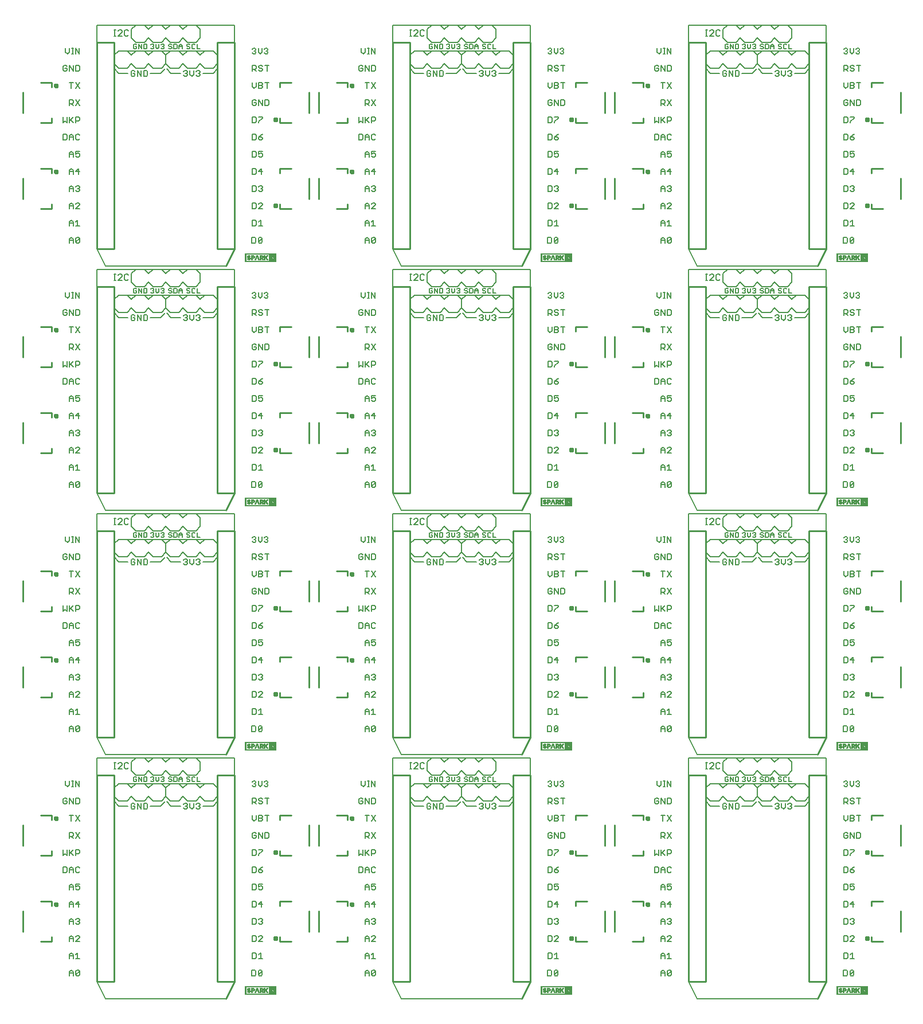
<source format=gto>
G75*
%MOIN*%
%OFA0B0*%
%FSLAX25Y25*%
%IPPOS*%
%LPD*%
%AMOC8*
5,1,8,0,0,1.08239X$1,22.5*
%
%ADD10C,0.00500*%
%ADD11C,0.00600*%
%ADD12C,0.00800*%
%ADD13C,0.01000*%
%ADD14C,0.01575*%
%ADD15C,0.00039*%
D10*
X0150034Y0202250D02*
X0149583Y0202700D01*
X0149583Y0204502D01*
X0150034Y0204952D01*
X0150934Y0204952D01*
X0151385Y0204502D01*
X0151385Y0203601D02*
X0150484Y0203601D01*
X0151385Y0203601D02*
X0151385Y0202700D01*
X0150934Y0202250D01*
X0150034Y0202250D01*
X0152530Y0202250D02*
X0152530Y0204952D01*
X0154331Y0202250D01*
X0154331Y0204952D01*
X0155476Y0204952D02*
X0156828Y0204952D01*
X0157278Y0204502D01*
X0157278Y0202700D01*
X0156828Y0202250D01*
X0155476Y0202250D01*
X0155476Y0204952D01*
X0159583Y0204502D02*
X0160034Y0204952D01*
X0160934Y0204952D01*
X0161385Y0204502D01*
X0161385Y0204052D01*
X0160934Y0203601D01*
X0161385Y0203151D01*
X0161385Y0202700D01*
X0160934Y0202250D01*
X0160034Y0202250D01*
X0159583Y0202700D01*
X0160484Y0203601D02*
X0160934Y0203601D01*
X0162530Y0203151D02*
X0162530Y0204952D01*
X0162530Y0203151D02*
X0163431Y0202250D01*
X0164331Y0203151D01*
X0164331Y0204952D01*
X0165476Y0204502D02*
X0165927Y0204952D01*
X0166828Y0204952D01*
X0167278Y0204502D01*
X0167278Y0204052D01*
X0166828Y0203601D01*
X0167278Y0203151D01*
X0167278Y0202700D01*
X0166828Y0202250D01*
X0165927Y0202250D01*
X0165476Y0202700D01*
X0166377Y0203601D02*
X0166828Y0203601D01*
X0170083Y0204052D02*
X0170534Y0203601D01*
X0171434Y0203601D01*
X0171885Y0203151D01*
X0171885Y0202700D01*
X0171434Y0202250D01*
X0170534Y0202250D01*
X0170083Y0202700D01*
X0170083Y0204052D02*
X0170083Y0204502D01*
X0170534Y0204952D01*
X0171434Y0204952D01*
X0171885Y0204502D01*
X0173030Y0204952D02*
X0174381Y0204952D01*
X0174831Y0204502D01*
X0174831Y0202700D01*
X0174381Y0202250D01*
X0173030Y0202250D01*
X0173030Y0204952D01*
X0175976Y0204052D02*
X0176877Y0204952D01*
X0177778Y0204052D01*
X0177778Y0202250D01*
X0177778Y0203601D02*
X0175976Y0203601D01*
X0175976Y0204052D02*
X0175976Y0202250D01*
X0180583Y0202700D02*
X0181034Y0202250D01*
X0181934Y0202250D01*
X0182385Y0202700D01*
X0182385Y0203151D01*
X0181934Y0203601D01*
X0181034Y0203601D01*
X0180583Y0204052D01*
X0180583Y0204502D01*
X0181034Y0204952D01*
X0181934Y0204952D01*
X0182385Y0204502D01*
X0183530Y0204502D02*
X0183530Y0202700D01*
X0183980Y0202250D01*
X0184881Y0202250D01*
X0185331Y0202700D01*
X0186476Y0202250D02*
X0188278Y0202250D01*
X0186476Y0202250D02*
X0186476Y0204952D01*
X0185331Y0204502D02*
X0184881Y0204952D01*
X0183980Y0204952D01*
X0183530Y0204502D01*
X0183980Y0344250D02*
X0183530Y0344700D01*
X0183530Y0346502D01*
X0183980Y0346952D01*
X0184881Y0346952D01*
X0185331Y0346502D01*
X0186476Y0346952D02*
X0186476Y0344250D01*
X0188278Y0344250D01*
X0185331Y0344700D02*
X0184881Y0344250D01*
X0183980Y0344250D01*
X0182385Y0344700D02*
X0181934Y0344250D01*
X0181034Y0344250D01*
X0180583Y0344700D01*
X0181034Y0345601D02*
X0181934Y0345601D01*
X0182385Y0345151D01*
X0182385Y0344700D01*
X0181034Y0345601D02*
X0180583Y0346052D01*
X0180583Y0346502D01*
X0181034Y0346952D01*
X0181934Y0346952D01*
X0182385Y0346502D01*
X0177778Y0346052D02*
X0177778Y0344250D01*
X0177778Y0345601D02*
X0175976Y0345601D01*
X0175976Y0346052D02*
X0175976Y0344250D01*
X0174831Y0344700D02*
X0174831Y0346502D01*
X0174381Y0346952D01*
X0173030Y0346952D01*
X0173030Y0344250D01*
X0174381Y0344250D01*
X0174831Y0344700D01*
X0175976Y0346052D02*
X0176877Y0346952D01*
X0177778Y0346052D01*
X0171885Y0346502D02*
X0171434Y0346952D01*
X0170534Y0346952D01*
X0170083Y0346502D01*
X0170083Y0346052D01*
X0170534Y0345601D01*
X0171434Y0345601D01*
X0171885Y0345151D01*
X0171885Y0344700D01*
X0171434Y0344250D01*
X0170534Y0344250D01*
X0170083Y0344700D01*
X0167278Y0344700D02*
X0166828Y0344250D01*
X0165927Y0344250D01*
X0165476Y0344700D01*
X0164331Y0345151D02*
X0164331Y0346952D01*
X0165476Y0346502D02*
X0165927Y0346952D01*
X0166828Y0346952D01*
X0167278Y0346502D01*
X0167278Y0346052D01*
X0166828Y0345601D01*
X0167278Y0345151D01*
X0167278Y0344700D01*
X0166828Y0345601D02*
X0166377Y0345601D01*
X0164331Y0345151D02*
X0163431Y0344250D01*
X0162530Y0345151D01*
X0162530Y0346952D01*
X0161385Y0346502D02*
X0161385Y0346052D01*
X0160934Y0345601D01*
X0161385Y0345151D01*
X0161385Y0344700D01*
X0160934Y0344250D01*
X0160034Y0344250D01*
X0159583Y0344700D01*
X0160484Y0345601D02*
X0160934Y0345601D01*
X0161385Y0346502D02*
X0160934Y0346952D01*
X0160034Y0346952D01*
X0159583Y0346502D01*
X0157278Y0346502D02*
X0156828Y0346952D01*
X0155476Y0346952D01*
X0155476Y0344250D01*
X0156828Y0344250D01*
X0157278Y0344700D01*
X0157278Y0346502D01*
X0154331Y0346952D02*
X0154331Y0344250D01*
X0152530Y0346952D01*
X0152530Y0344250D01*
X0151385Y0344700D02*
X0151385Y0345601D01*
X0150484Y0345601D01*
X0149583Y0344700D02*
X0150034Y0344250D01*
X0150934Y0344250D01*
X0151385Y0344700D01*
X0149583Y0344700D02*
X0149583Y0346502D01*
X0150034Y0346952D01*
X0150934Y0346952D01*
X0151385Y0346502D01*
X0150934Y0486250D02*
X0151385Y0486700D01*
X0151385Y0487601D01*
X0150484Y0487601D01*
X0149583Y0486700D02*
X0150034Y0486250D01*
X0150934Y0486250D01*
X0149583Y0486700D02*
X0149583Y0488502D01*
X0150034Y0488952D01*
X0150934Y0488952D01*
X0151385Y0488502D01*
X0152530Y0488952D02*
X0154331Y0486250D01*
X0154331Y0488952D01*
X0155476Y0488952D02*
X0156828Y0488952D01*
X0157278Y0488502D01*
X0157278Y0486700D01*
X0156828Y0486250D01*
X0155476Y0486250D01*
X0155476Y0488952D01*
X0152530Y0488952D02*
X0152530Y0486250D01*
X0159583Y0486700D02*
X0160034Y0486250D01*
X0160934Y0486250D01*
X0161385Y0486700D01*
X0161385Y0487151D01*
X0160934Y0487601D01*
X0160484Y0487601D01*
X0160934Y0487601D02*
X0161385Y0488052D01*
X0161385Y0488502D01*
X0160934Y0488952D01*
X0160034Y0488952D01*
X0159583Y0488502D01*
X0162530Y0488952D02*
X0162530Y0487151D01*
X0163431Y0486250D01*
X0164331Y0487151D01*
X0164331Y0488952D01*
X0165476Y0488502D02*
X0165927Y0488952D01*
X0166828Y0488952D01*
X0167278Y0488502D01*
X0167278Y0488052D01*
X0166828Y0487601D01*
X0167278Y0487151D01*
X0167278Y0486700D01*
X0166828Y0486250D01*
X0165927Y0486250D01*
X0165476Y0486700D01*
X0166377Y0487601D02*
X0166828Y0487601D01*
X0170083Y0488052D02*
X0170534Y0487601D01*
X0171434Y0487601D01*
X0171885Y0487151D01*
X0171885Y0486700D01*
X0171434Y0486250D01*
X0170534Y0486250D01*
X0170083Y0486700D01*
X0170083Y0488052D02*
X0170083Y0488502D01*
X0170534Y0488952D01*
X0171434Y0488952D01*
X0171885Y0488502D01*
X0173030Y0488952D02*
X0173030Y0486250D01*
X0174381Y0486250D01*
X0174831Y0486700D01*
X0174831Y0488502D01*
X0174381Y0488952D01*
X0173030Y0488952D01*
X0175976Y0488052D02*
X0176877Y0488952D01*
X0177778Y0488052D01*
X0177778Y0486250D01*
X0177778Y0487601D02*
X0175976Y0487601D01*
X0175976Y0488052D02*
X0175976Y0486250D01*
X0180583Y0486700D02*
X0181034Y0486250D01*
X0181934Y0486250D01*
X0182385Y0486700D01*
X0182385Y0487151D01*
X0181934Y0487601D01*
X0181034Y0487601D01*
X0180583Y0488052D01*
X0180583Y0488502D01*
X0181034Y0488952D01*
X0181934Y0488952D01*
X0182385Y0488502D01*
X0183530Y0488502D02*
X0183530Y0486700D01*
X0183980Y0486250D01*
X0184881Y0486250D01*
X0185331Y0486700D01*
X0186476Y0486250D02*
X0188278Y0486250D01*
X0186476Y0486250D02*
X0186476Y0488952D01*
X0185331Y0488502D02*
X0184881Y0488952D01*
X0183980Y0488952D01*
X0183530Y0488502D01*
X0321583Y0488502D02*
X0321583Y0486700D01*
X0322034Y0486250D01*
X0322934Y0486250D01*
X0323385Y0486700D01*
X0323385Y0487601D01*
X0322484Y0487601D01*
X0321583Y0488502D02*
X0322034Y0488952D01*
X0322934Y0488952D01*
X0323385Y0488502D01*
X0324530Y0488952D02*
X0326331Y0486250D01*
X0326331Y0488952D01*
X0327476Y0488952D02*
X0327476Y0486250D01*
X0328828Y0486250D01*
X0329278Y0486700D01*
X0329278Y0488502D01*
X0328828Y0488952D01*
X0327476Y0488952D01*
X0324530Y0488952D02*
X0324530Y0486250D01*
X0331583Y0486700D02*
X0332034Y0486250D01*
X0332934Y0486250D01*
X0333385Y0486700D01*
X0333385Y0487151D01*
X0332934Y0487601D01*
X0332484Y0487601D01*
X0332934Y0487601D02*
X0333385Y0488052D01*
X0333385Y0488502D01*
X0332934Y0488952D01*
X0332034Y0488952D01*
X0331583Y0488502D01*
X0334530Y0488952D02*
X0334530Y0487151D01*
X0335431Y0486250D01*
X0336331Y0487151D01*
X0336331Y0488952D01*
X0337476Y0488502D02*
X0337927Y0488952D01*
X0338828Y0488952D01*
X0339278Y0488502D01*
X0339278Y0488052D01*
X0338828Y0487601D01*
X0339278Y0487151D01*
X0339278Y0486700D01*
X0338828Y0486250D01*
X0337927Y0486250D01*
X0337476Y0486700D01*
X0338377Y0487601D02*
X0338828Y0487601D01*
X0342083Y0488052D02*
X0342534Y0487601D01*
X0343434Y0487601D01*
X0343885Y0487151D01*
X0343885Y0486700D01*
X0343434Y0486250D01*
X0342534Y0486250D01*
X0342083Y0486700D01*
X0342083Y0488052D02*
X0342083Y0488502D01*
X0342534Y0488952D01*
X0343434Y0488952D01*
X0343885Y0488502D01*
X0345030Y0488952D02*
X0345030Y0486250D01*
X0346381Y0486250D01*
X0346831Y0486700D01*
X0346831Y0488502D01*
X0346381Y0488952D01*
X0345030Y0488952D01*
X0347976Y0488052D02*
X0348877Y0488952D01*
X0349778Y0488052D01*
X0349778Y0486250D01*
X0349778Y0487601D02*
X0347976Y0487601D01*
X0347976Y0488052D02*
X0347976Y0486250D01*
X0352583Y0486700D02*
X0353034Y0486250D01*
X0353934Y0486250D01*
X0354385Y0486700D01*
X0354385Y0487151D01*
X0353934Y0487601D01*
X0353034Y0487601D01*
X0352583Y0488052D01*
X0352583Y0488502D01*
X0353034Y0488952D01*
X0353934Y0488952D01*
X0354385Y0488502D01*
X0355530Y0488502D02*
X0355530Y0486700D01*
X0355980Y0486250D01*
X0356881Y0486250D01*
X0357331Y0486700D01*
X0358476Y0486250D02*
X0360278Y0486250D01*
X0358476Y0486250D02*
X0358476Y0488952D01*
X0357331Y0488502D02*
X0356881Y0488952D01*
X0355980Y0488952D01*
X0355530Y0488502D01*
X0493583Y0488502D02*
X0493583Y0486700D01*
X0494034Y0486250D01*
X0494934Y0486250D01*
X0495385Y0486700D01*
X0495385Y0487601D01*
X0494484Y0487601D01*
X0493583Y0488502D02*
X0494034Y0488952D01*
X0494934Y0488952D01*
X0495385Y0488502D01*
X0496530Y0488952D02*
X0496530Y0486250D01*
X0498331Y0486250D02*
X0496530Y0488952D01*
X0498331Y0488952D02*
X0498331Y0486250D01*
X0499476Y0486250D02*
X0500828Y0486250D01*
X0501278Y0486700D01*
X0501278Y0488502D01*
X0500828Y0488952D01*
X0499476Y0488952D01*
X0499476Y0486250D01*
X0503583Y0486700D02*
X0504034Y0486250D01*
X0504934Y0486250D01*
X0505385Y0486700D01*
X0505385Y0487151D01*
X0504934Y0487601D01*
X0504484Y0487601D01*
X0504934Y0487601D02*
X0505385Y0488052D01*
X0505385Y0488502D01*
X0504934Y0488952D01*
X0504034Y0488952D01*
X0503583Y0488502D01*
X0506530Y0488952D02*
X0506530Y0487151D01*
X0507431Y0486250D01*
X0508331Y0487151D01*
X0508331Y0488952D01*
X0509476Y0488502D02*
X0509927Y0488952D01*
X0510828Y0488952D01*
X0511278Y0488502D01*
X0511278Y0488052D01*
X0510828Y0487601D01*
X0511278Y0487151D01*
X0511278Y0486700D01*
X0510828Y0486250D01*
X0509927Y0486250D01*
X0509476Y0486700D01*
X0510377Y0487601D02*
X0510828Y0487601D01*
X0514083Y0488052D02*
X0514534Y0487601D01*
X0515434Y0487601D01*
X0515885Y0487151D01*
X0515885Y0486700D01*
X0515434Y0486250D01*
X0514534Y0486250D01*
X0514083Y0486700D01*
X0514083Y0488052D02*
X0514083Y0488502D01*
X0514534Y0488952D01*
X0515434Y0488952D01*
X0515885Y0488502D01*
X0517030Y0488952D02*
X0517030Y0486250D01*
X0518381Y0486250D01*
X0518831Y0486700D01*
X0518831Y0488502D01*
X0518381Y0488952D01*
X0517030Y0488952D01*
X0519976Y0488052D02*
X0520877Y0488952D01*
X0521778Y0488052D01*
X0521778Y0486250D01*
X0521778Y0487601D02*
X0519976Y0487601D01*
X0519976Y0488052D02*
X0519976Y0486250D01*
X0524583Y0486700D02*
X0525034Y0486250D01*
X0525934Y0486250D01*
X0526385Y0486700D01*
X0526385Y0487151D01*
X0525934Y0487601D01*
X0525034Y0487601D01*
X0524583Y0488052D01*
X0524583Y0488502D01*
X0525034Y0488952D01*
X0525934Y0488952D01*
X0526385Y0488502D01*
X0527530Y0488502D02*
X0527530Y0486700D01*
X0527980Y0486250D01*
X0528881Y0486250D01*
X0529331Y0486700D01*
X0530476Y0486250D02*
X0532278Y0486250D01*
X0530476Y0486250D02*
X0530476Y0488952D01*
X0529331Y0488502D02*
X0528881Y0488952D01*
X0527980Y0488952D01*
X0527530Y0488502D01*
X0527980Y0346952D02*
X0527530Y0346502D01*
X0527530Y0344700D01*
X0527980Y0344250D01*
X0528881Y0344250D01*
X0529331Y0344700D01*
X0530476Y0344250D02*
X0532278Y0344250D01*
X0530476Y0344250D02*
X0530476Y0346952D01*
X0529331Y0346502D02*
X0528881Y0346952D01*
X0527980Y0346952D01*
X0526385Y0346502D02*
X0525934Y0346952D01*
X0525034Y0346952D01*
X0524583Y0346502D01*
X0524583Y0346052D01*
X0525034Y0345601D01*
X0525934Y0345601D01*
X0526385Y0345151D01*
X0526385Y0344700D01*
X0525934Y0344250D01*
X0525034Y0344250D01*
X0524583Y0344700D01*
X0521778Y0344250D02*
X0521778Y0346052D01*
X0520877Y0346952D01*
X0519976Y0346052D01*
X0519976Y0344250D01*
X0518831Y0344700D02*
X0518831Y0346502D01*
X0518381Y0346952D01*
X0517030Y0346952D01*
X0517030Y0344250D01*
X0518381Y0344250D01*
X0518831Y0344700D01*
X0519976Y0345601D02*
X0521778Y0345601D01*
X0515885Y0345151D02*
X0515885Y0344700D01*
X0515434Y0344250D01*
X0514534Y0344250D01*
X0514083Y0344700D01*
X0514534Y0345601D02*
X0515434Y0345601D01*
X0515885Y0345151D01*
X0515885Y0346502D02*
X0515434Y0346952D01*
X0514534Y0346952D01*
X0514083Y0346502D01*
X0514083Y0346052D01*
X0514534Y0345601D01*
X0511278Y0345151D02*
X0511278Y0344700D01*
X0510828Y0344250D01*
X0509927Y0344250D01*
X0509476Y0344700D01*
X0508331Y0345151D02*
X0508331Y0346952D01*
X0509476Y0346502D02*
X0509927Y0346952D01*
X0510828Y0346952D01*
X0511278Y0346502D01*
X0511278Y0346052D01*
X0510828Y0345601D01*
X0511278Y0345151D01*
X0510828Y0345601D02*
X0510377Y0345601D01*
X0508331Y0345151D02*
X0507431Y0344250D01*
X0506530Y0345151D01*
X0506530Y0346952D01*
X0505385Y0346502D02*
X0505385Y0346052D01*
X0504934Y0345601D01*
X0505385Y0345151D01*
X0505385Y0344700D01*
X0504934Y0344250D01*
X0504034Y0344250D01*
X0503583Y0344700D01*
X0504484Y0345601D02*
X0504934Y0345601D01*
X0505385Y0346502D02*
X0504934Y0346952D01*
X0504034Y0346952D01*
X0503583Y0346502D01*
X0501278Y0346502D02*
X0500828Y0346952D01*
X0499476Y0346952D01*
X0499476Y0344250D01*
X0500828Y0344250D01*
X0501278Y0344700D01*
X0501278Y0346502D01*
X0498331Y0346952D02*
X0498331Y0344250D01*
X0496530Y0346952D01*
X0496530Y0344250D01*
X0495385Y0344700D02*
X0495385Y0345601D01*
X0494484Y0345601D01*
X0493583Y0344700D02*
X0494034Y0344250D01*
X0494934Y0344250D01*
X0495385Y0344700D01*
X0493583Y0344700D02*
X0493583Y0346502D01*
X0494034Y0346952D01*
X0494934Y0346952D01*
X0495385Y0346502D01*
X0360278Y0344250D02*
X0358476Y0344250D01*
X0358476Y0346952D01*
X0357331Y0346502D02*
X0356881Y0346952D01*
X0355980Y0346952D01*
X0355530Y0346502D01*
X0355530Y0344700D01*
X0355980Y0344250D01*
X0356881Y0344250D01*
X0357331Y0344700D01*
X0354385Y0344700D02*
X0353934Y0344250D01*
X0353034Y0344250D01*
X0352583Y0344700D01*
X0353034Y0345601D02*
X0353934Y0345601D01*
X0354385Y0345151D01*
X0354385Y0344700D01*
X0353034Y0345601D02*
X0352583Y0346052D01*
X0352583Y0346502D01*
X0353034Y0346952D01*
X0353934Y0346952D01*
X0354385Y0346502D01*
X0349778Y0346052D02*
X0349778Y0344250D01*
X0349778Y0345601D02*
X0347976Y0345601D01*
X0347976Y0346052D02*
X0347976Y0344250D01*
X0346831Y0344700D02*
X0346831Y0346502D01*
X0346381Y0346952D01*
X0345030Y0346952D01*
X0345030Y0344250D01*
X0346381Y0344250D01*
X0346831Y0344700D01*
X0347976Y0346052D02*
X0348877Y0346952D01*
X0349778Y0346052D01*
X0343885Y0346502D02*
X0343434Y0346952D01*
X0342534Y0346952D01*
X0342083Y0346502D01*
X0342083Y0346052D01*
X0342534Y0345601D01*
X0343434Y0345601D01*
X0343885Y0345151D01*
X0343885Y0344700D01*
X0343434Y0344250D01*
X0342534Y0344250D01*
X0342083Y0344700D01*
X0339278Y0344700D02*
X0338828Y0344250D01*
X0337927Y0344250D01*
X0337476Y0344700D01*
X0336331Y0345151D02*
X0336331Y0346952D01*
X0337476Y0346502D02*
X0337927Y0346952D01*
X0338828Y0346952D01*
X0339278Y0346502D01*
X0339278Y0346052D01*
X0338828Y0345601D01*
X0339278Y0345151D01*
X0339278Y0344700D01*
X0338828Y0345601D02*
X0338377Y0345601D01*
X0336331Y0345151D02*
X0335431Y0344250D01*
X0334530Y0345151D01*
X0334530Y0346952D01*
X0333385Y0346502D02*
X0333385Y0346052D01*
X0332934Y0345601D01*
X0333385Y0345151D01*
X0333385Y0344700D01*
X0332934Y0344250D01*
X0332034Y0344250D01*
X0331583Y0344700D01*
X0332484Y0345601D02*
X0332934Y0345601D01*
X0333385Y0346502D02*
X0332934Y0346952D01*
X0332034Y0346952D01*
X0331583Y0346502D01*
X0329278Y0346502D02*
X0328828Y0346952D01*
X0327476Y0346952D01*
X0327476Y0344250D01*
X0328828Y0344250D01*
X0329278Y0344700D01*
X0329278Y0346502D01*
X0326331Y0346952D02*
X0326331Y0344250D01*
X0324530Y0346952D01*
X0324530Y0344250D01*
X0323385Y0344700D02*
X0323385Y0345601D01*
X0322484Y0345601D01*
X0321583Y0344700D02*
X0322034Y0344250D01*
X0322934Y0344250D01*
X0323385Y0344700D01*
X0321583Y0344700D02*
X0321583Y0346502D01*
X0322034Y0346952D01*
X0322934Y0346952D01*
X0323385Y0346502D01*
X0322934Y0204952D02*
X0322034Y0204952D01*
X0321583Y0204502D01*
X0321583Y0202700D01*
X0322034Y0202250D01*
X0322934Y0202250D01*
X0323385Y0202700D01*
X0323385Y0203601D01*
X0322484Y0203601D01*
X0323385Y0204502D02*
X0322934Y0204952D01*
X0324530Y0204952D02*
X0326331Y0202250D01*
X0326331Y0204952D01*
X0327476Y0204952D02*
X0327476Y0202250D01*
X0328828Y0202250D01*
X0329278Y0202700D01*
X0329278Y0204502D01*
X0328828Y0204952D01*
X0327476Y0204952D01*
X0324530Y0204952D02*
X0324530Y0202250D01*
X0331583Y0202700D02*
X0332034Y0202250D01*
X0332934Y0202250D01*
X0333385Y0202700D01*
X0333385Y0203151D01*
X0332934Y0203601D01*
X0332484Y0203601D01*
X0332934Y0203601D02*
X0333385Y0204052D01*
X0333385Y0204502D01*
X0332934Y0204952D01*
X0332034Y0204952D01*
X0331583Y0204502D01*
X0334530Y0204952D02*
X0334530Y0203151D01*
X0335431Y0202250D01*
X0336331Y0203151D01*
X0336331Y0204952D01*
X0337476Y0204502D02*
X0337927Y0204952D01*
X0338828Y0204952D01*
X0339278Y0204502D01*
X0339278Y0204052D01*
X0338828Y0203601D01*
X0339278Y0203151D01*
X0339278Y0202700D01*
X0338828Y0202250D01*
X0337927Y0202250D01*
X0337476Y0202700D01*
X0338377Y0203601D02*
X0338828Y0203601D01*
X0342083Y0204052D02*
X0342534Y0203601D01*
X0343434Y0203601D01*
X0343885Y0203151D01*
X0343885Y0202700D01*
X0343434Y0202250D01*
X0342534Y0202250D01*
X0342083Y0202700D01*
X0342083Y0204052D02*
X0342083Y0204502D01*
X0342534Y0204952D01*
X0343434Y0204952D01*
X0343885Y0204502D01*
X0345030Y0204952D02*
X0346381Y0204952D01*
X0346831Y0204502D01*
X0346831Y0202700D01*
X0346381Y0202250D01*
X0345030Y0202250D01*
X0345030Y0204952D01*
X0347976Y0204052D02*
X0347976Y0202250D01*
X0347976Y0203601D02*
X0349778Y0203601D01*
X0349778Y0204052D02*
X0349778Y0202250D01*
X0349778Y0204052D02*
X0348877Y0204952D01*
X0347976Y0204052D01*
X0352583Y0204052D02*
X0353034Y0203601D01*
X0353934Y0203601D01*
X0354385Y0203151D01*
X0354385Y0202700D01*
X0353934Y0202250D01*
X0353034Y0202250D01*
X0352583Y0202700D01*
X0352583Y0204052D02*
X0352583Y0204502D01*
X0353034Y0204952D01*
X0353934Y0204952D01*
X0354385Y0204502D01*
X0355530Y0204502D02*
X0355530Y0202700D01*
X0355980Y0202250D01*
X0356881Y0202250D01*
X0357331Y0202700D01*
X0358476Y0202250D02*
X0360278Y0202250D01*
X0358476Y0202250D02*
X0358476Y0204952D01*
X0357331Y0204502D02*
X0356881Y0204952D01*
X0355980Y0204952D01*
X0355530Y0204502D01*
X0493583Y0204502D02*
X0493583Y0202700D01*
X0494034Y0202250D01*
X0494934Y0202250D01*
X0495385Y0202700D01*
X0495385Y0203601D01*
X0494484Y0203601D01*
X0493583Y0204502D02*
X0494034Y0204952D01*
X0494934Y0204952D01*
X0495385Y0204502D01*
X0496530Y0204952D02*
X0498331Y0202250D01*
X0498331Y0204952D01*
X0499476Y0204952D02*
X0500828Y0204952D01*
X0501278Y0204502D01*
X0501278Y0202700D01*
X0500828Y0202250D01*
X0499476Y0202250D01*
X0499476Y0204952D01*
X0496530Y0204952D02*
X0496530Y0202250D01*
X0503583Y0202700D02*
X0504034Y0202250D01*
X0504934Y0202250D01*
X0505385Y0202700D01*
X0505385Y0203151D01*
X0504934Y0203601D01*
X0504484Y0203601D01*
X0504934Y0203601D02*
X0505385Y0204052D01*
X0505385Y0204502D01*
X0504934Y0204952D01*
X0504034Y0204952D01*
X0503583Y0204502D01*
X0506530Y0204952D02*
X0506530Y0203151D01*
X0507431Y0202250D01*
X0508331Y0203151D01*
X0508331Y0204952D01*
X0509476Y0204502D02*
X0509927Y0204952D01*
X0510828Y0204952D01*
X0511278Y0204502D01*
X0511278Y0204052D01*
X0510828Y0203601D01*
X0511278Y0203151D01*
X0511278Y0202700D01*
X0510828Y0202250D01*
X0509927Y0202250D01*
X0509476Y0202700D01*
X0510377Y0203601D02*
X0510828Y0203601D01*
X0514083Y0204052D02*
X0514534Y0203601D01*
X0515434Y0203601D01*
X0515885Y0203151D01*
X0515885Y0202700D01*
X0515434Y0202250D01*
X0514534Y0202250D01*
X0514083Y0202700D01*
X0514083Y0204052D02*
X0514083Y0204502D01*
X0514534Y0204952D01*
X0515434Y0204952D01*
X0515885Y0204502D01*
X0517030Y0204952D02*
X0518381Y0204952D01*
X0518831Y0204502D01*
X0518831Y0202700D01*
X0518381Y0202250D01*
X0517030Y0202250D01*
X0517030Y0204952D01*
X0519976Y0204052D02*
X0519976Y0202250D01*
X0519976Y0203601D02*
X0521778Y0203601D01*
X0521778Y0204052D02*
X0521778Y0202250D01*
X0521778Y0204052D02*
X0520877Y0204952D01*
X0519976Y0204052D01*
X0524583Y0204052D02*
X0525034Y0203601D01*
X0525934Y0203601D01*
X0526385Y0203151D01*
X0526385Y0202700D01*
X0525934Y0202250D01*
X0525034Y0202250D01*
X0524583Y0202700D01*
X0524583Y0204052D02*
X0524583Y0204502D01*
X0525034Y0204952D01*
X0525934Y0204952D01*
X0526385Y0204502D01*
X0527530Y0204502D02*
X0527530Y0202700D01*
X0527980Y0202250D01*
X0528881Y0202250D01*
X0529331Y0202700D01*
X0530476Y0202250D02*
X0532278Y0202250D01*
X0530476Y0202250D02*
X0530476Y0204952D01*
X0529331Y0204502D02*
X0528881Y0204952D01*
X0527980Y0204952D01*
X0527530Y0204502D01*
X0527980Y0628250D02*
X0528881Y0628250D01*
X0529331Y0628700D01*
X0530476Y0628250D02*
X0532278Y0628250D01*
X0530476Y0628250D02*
X0530476Y0630952D01*
X0529331Y0630502D02*
X0528881Y0630952D01*
X0527980Y0630952D01*
X0527530Y0630502D01*
X0527530Y0628700D01*
X0527980Y0628250D01*
X0526385Y0628700D02*
X0525934Y0628250D01*
X0525034Y0628250D01*
X0524583Y0628700D01*
X0525034Y0629601D02*
X0525934Y0629601D01*
X0526385Y0629151D01*
X0526385Y0628700D01*
X0525034Y0629601D02*
X0524583Y0630052D01*
X0524583Y0630502D01*
X0525034Y0630952D01*
X0525934Y0630952D01*
X0526385Y0630502D01*
X0521778Y0630052D02*
X0521778Y0628250D01*
X0521778Y0629601D02*
X0519976Y0629601D01*
X0519976Y0630052D02*
X0520877Y0630952D01*
X0521778Y0630052D01*
X0519976Y0630052D02*
X0519976Y0628250D01*
X0518831Y0628700D02*
X0518831Y0630502D01*
X0518381Y0630952D01*
X0517030Y0630952D01*
X0517030Y0628250D01*
X0518381Y0628250D01*
X0518831Y0628700D01*
X0515885Y0628700D02*
X0515434Y0628250D01*
X0514534Y0628250D01*
X0514083Y0628700D01*
X0514534Y0629601D02*
X0515434Y0629601D01*
X0515885Y0629151D01*
X0515885Y0628700D01*
X0514534Y0629601D02*
X0514083Y0630052D01*
X0514083Y0630502D01*
X0514534Y0630952D01*
X0515434Y0630952D01*
X0515885Y0630502D01*
X0511278Y0630502D02*
X0511278Y0630052D01*
X0510828Y0629601D01*
X0511278Y0629151D01*
X0511278Y0628700D01*
X0510828Y0628250D01*
X0509927Y0628250D01*
X0509476Y0628700D01*
X0508331Y0629151D02*
X0508331Y0630952D01*
X0509476Y0630502D02*
X0509927Y0630952D01*
X0510828Y0630952D01*
X0511278Y0630502D01*
X0510828Y0629601D02*
X0510377Y0629601D01*
X0508331Y0629151D02*
X0507431Y0628250D01*
X0506530Y0629151D01*
X0506530Y0630952D01*
X0505385Y0630502D02*
X0505385Y0630052D01*
X0504934Y0629601D01*
X0505385Y0629151D01*
X0505385Y0628700D01*
X0504934Y0628250D01*
X0504034Y0628250D01*
X0503583Y0628700D01*
X0504484Y0629601D02*
X0504934Y0629601D01*
X0505385Y0630502D02*
X0504934Y0630952D01*
X0504034Y0630952D01*
X0503583Y0630502D01*
X0501278Y0630502D02*
X0500828Y0630952D01*
X0499476Y0630952D01*
X0499476Y0628250D01*
X0500828Y0628250D01*
X0501278Y0628700D01*
X0501278Y0630502D01*
X0498331Y0630952D02*
X0498331Y0628250D01*
X0496530Y0630952D01*
X0496530Y0628250D01*
X0495385Y0628700D02*
X0495385Y0629601D01*
X0494484Y0629601D01*
X0493583Y0628700D02*
X0494034Y0628250D01*
X0494934Y0628250D01*
X0495385Y0628700D01*
X0493583Y0628700D02*
X0493583Y0630502D01*
X0494034Y0630952D01*
X0494934Y0630952D01*
X0495385Y0630502D01*
X0360278Y0628250D02*
X0358476Y0628250D01*
X0358476Y0630952D01*
X0357331Y0630502D02*
X0356881Y0630952D01*
X0355980Y0630952D01*
X0355530Y0630502D01*
X0355530Y0628700D01*
X0355980Y0628250D01*
X0356881Y0628250D01*
X0357331Y0628700D01*
X0354385Y0628700D02*
X0353934Y0628250D01*
X0353034Y0628250D01*
X0352583Y0628700D01*
X0353034Y0629601D02*
X0353934Y0629601D01*
X0354385Y0629151D01*
X0354385Y0628700D01*
X0353034Y0629601D02*
X0352583Y0630052D01*
X0352583Y0630502D01*
X0353034Y0630952D01*
X0353934Y0630952D01*
X0354385Y0630502D01*
X0349778Y0630052D02*
X0349778Y0628250D01*
X0349778Y0629601D02*
X0347976Y0629601D01*
X0347976Y0630052D02*
X0348877Y0630952D01*
X0349778Y0630052D01*
X0347976Y0630052D02*
X0347976Y0628250D01*
X0346831Y0628700D02*
X0346831Y0630502D01*
X0346381Y0630952D01*
X0345030Y0630952D01*
X0345030Y0628250D01*
X0346381Y0628250D01*
X0346831Y0628700D01*
X0343885Y0628700D02*
X0343434Y0628250D01*
X0342534Y0628250D01*
X0342083Y0628700D01*
X0342534Y0629601D02*
X0343434Y0629601D01*
X0343885Y0629151D01*
X0343885Y0628700D01*
X0342534Y0629601D02*
X0342083Y0630052D01*
X0342083Y0630502D01*
X0342534Y0630952D01*
X0343434Y0630952D01*
X0343885Y0630502D01*
X0339278Y0630502D02*
X0339278Y0630052D01*
X0338828Y0629601D01*
X0339278Y0629151D01*
X0339278Y0628700D01*
X0338828Y0628250D01*
X0337927Y0628250D01*
X0337476Y0628700D01*
X0336331Y0629151D02*
X0336331Y0630952D01*
X0337476Y0630502D02*
X0337927Y0630952D01*
X0338828Y0630952D01*
X0339278Y0630502D01*
X0338828Y0629601D02*
X0338377Y0629601D01*
X0336331Y0629151D02*
X0335431Y0628250D01*
X0334530Y0629151D01*
X0334530Y0630952D01*
X0333385Y0630502D02*
X0333385Y0630052D01*
X0332934Y0629601D01*
X0333385Y0629151D01*
X0333385Y0628700D01*
X0332934Y0628250D01*
X0332034Y0628250D01*
X0331583Y0628700D01*
X0332484Y0629601D02*
X0332934Y0629601D01*
X0333385Y0630502D02*
X0332934Y0630952D01*
X0332034Y0630952D01*
X0331583Y0630502D01*
X0329278Y0630502D02*
X0328828Y0630952D01*
X0327476Y0630952D01*
X0327476Y0628250D01*
X0328828Y0628250D01*
X0329278Y0628700D01*
X0329278Y0630502D01*
X0326331Y0630952D02*
X0326331Y0628250D01*
X0324530Y0630952D01*
X0324530Y0628250D01*
X0323385Y0628700D02*
X0323385Y0629601D01*
X0322484Y0629601D01*
X0321583Y0628700D02*
X0322034Y0628250D01*
X0322934Y0628250D01*
X0323385Y0628700D01*
X0321583Y0628700D02*
X0321583Y0630502D01*
X0322034Y0630952D01*
X0322934Y0630952D01*
X0323385Y0630502D01*
X0188278Y0628250D02*
X0186476Y0628250D01*
X0186476Y0630952D01*
X0185331Y0630502D02*
X0184881Y0630952D01*
X0183980Y0630952D01*
X0183530Y0630502D01*
X0183530Y0628700D01*
X0183980Y0628250D01*
X0184881Y0628250D01*
X0185331Y0628700D01*
X0182385Y0628700D02*
X0181934Y0628250D01*
X0181034Y0628250D01*
X0180583Y0628700D01*
X0181034Y0629601D02*
X0181934Y0629601D01*
X0182385Y0629151D01*
X0182385Y0628700D01*
X0181034Y0629601D02*
X0180583Y0630052D01*
X0180583Y0630502D01*
X0181034Y0630952D01*
X0181934Y0630952D01*
X0182385Y0630502D01*
X0177778Y0630052D02*
X0177778Y0628250D01*
X0177778Y0629601D02*
X0175976Y0629601D01*
X0175976Y0630052D02*
X0176877Y0630952D01*
X0177778Y0630052D01*
X0175976Y0630052D02*
X0175976Y0628250D01*
X0174831Y0628700D02*
X0174831Y0630502D01*
X0174381Y0630952D01*
X0173030Y0630952D01*
X0173030Y0628250D01*
X0174381Y0628250D01*
X0174831Y0628700D01*
X0171885Y0628700D02*
X0171434Y0628250D01*
X0170534Y0628250D01*
X0170083Y0628700D01*
X0170534Y0629601D02*
X0170083Y0630052D01*
X0170083Y0630502D01*
X0170534Y0630952D01*
X0171434Y0630952D01*
X0171885Y0630502D01*
X0171434Y0629601D02*
X0171885Y0629151D01*
X0171885Y0628700D01*
X0171434Y0629601D02*
X0170534Y0629601D01*
X0167278Y0629151D02*
X0167278Y0628700D01*
X0166828Y0628250D01*
X0165927Y0628250D01*
X0165476Y0628700D01*
X0164331Y0629151D02*
X0164331Y0630952D01*
X0165476Y0630502D02*
X0165927Y0630952D01*
X0166828Y0630952D01*
X0167278Y0630502D01*
X0167278Y0630052D01*
X0166828Y0629601D01*
X0167278Y0629151D01*
X0166828Y0629601D02*
X0166377Y0629601D01*
X0164331Y0629151D02*
X0163431Y0628250D01*
X0162530Y0629151D01*
X0162530Y0630952D01*
X0161385Y0630502D02*
X0161385Y0630052D01*
X0160934Y0629601D01*
X0161385Y0629151D01*
X0161385Y0628700D01*
X0160934Y0628250D01*
X0160034Y0628250D01*
X0159583Y0628700D01*
X0160484Y0629601D02*
X0160934Y0629601D01*
X0161385Y0630502D02*
X0160934Y0630952D01*
X0160034Y0630952D01*
X0159583Y0630502D01*
X0157278Y0630502D02*
X0156828Y0630952D01*
X0155476Y0630952D01*
X0155476Y0628250D01*
X0156828Y0628250D01*
X0157278Y0628700D01*
X0157278Y0630502D01*
X0154331Y0630952D02*
X0154331Y0628250D01*
X0152530Y0630952D01*
X0152530Y0628250D01*
X0151385Y0628700D02*
X0151385Y0629601D01*
X0150484Y0629601D01*
X0149583Y0628700D02*
X0150034Y0628250D01*
X0150934Y0628250D01*
X0151385Y0628700D01*
X0149583Y0628700D02*
X0149583Y0630502D01*
X0150034Y0630952D01*
X0150934Y0630952D01*
X0151385Y0630502D01*
D11*
X0145973Y0635800D02*
X0146541Y0636367D01*
X0145973Y0635800D02*
X0144839Y0635800D01*
X0144272Y0636367D01*
X0144272Y0638636D01*
X0144839Y0639203D01*
X0145973Y0639203D01*
X0146541Y0638636D01*
X0142857Y0638636D02*
X0142290Y0639203D01*
X0141156Y0639203D01*
X0140589Y0638636D01*
X0139268Y0639203D02*
X0138133Y0639203D01*
X0138700Y0639203D02*
X0138700Y0635800D01*
X0138133Y0635800D02*
X0139268Y0635800D01*
X0140589Y0635800D02*
X0142857Y0638069D01*
X0142857Y0638636D01*
X0142857Y0635800D02*
X0140589Y0635800D01*
X0148700Y0615703D02*
X0148133Y0615136D01*
X0148133Y0612867D01*
X0148700Y0612300D01*
X0149835Y0612300D01*
X0150402Y0612867D01*
X0150402Y0614001D01*
X0149268Y0614001D01*
X0150402Y0615136D02*
X0149835Y0615703D01*
X0148700Y0615703D01*
X0151816Y0615703D02*
X0154085Y0612300D01*
X0154085Y0615703D01*
X0155500Y0615703D02*
X0157201Y0615703D01*
X0157768Y0615136D01*
X0157768Y0612867D01*
X0157201Y0612300D01*
X0155500Y0612300D01*
X0155500Y0615703D01*
X0151816Y0615703D02*
X0151816Y0612300D01*
X0178633Y0612867D02*
X0179200Y0612300D01*
X0180335Y0612300D01*
X0180902Y0612867D01*
X0180902Y0613434D01*
X0180335Y0614001D01*
X0179768Y0614001D01*
X0180335Y0614001D02*
X0180902Y0614569D01*
X0180902Y0615136D01*
X0180335Y0615703D01*
X0179200Y0615703D01*
X0178633Y0615136D01*
X0182316Y0615703D02*
X0182316Y0613434D01*
X0183451Y0612300D01*
X0184585Y0613434D01*
X0184585Y0615703D01*
X0186000Y0615136D02*
X0186567Y0615703D01*
X0187701Y0615703D01*
X0188268Y0615136D01*
X0188268Y0614569D01*
X0187701Y0614001D01*
X0188268Y0613434D01*
X0188268Y0612867D01*
X0187701Y0612300D01*
X0186567Y0612300D01*
X0186000Y0612867D01*
X0187134Y0614001D02*
X0187701Y0614001D01*
X0218633Y0615300D02*
X0218633Y0618703D01*
X0220335Y0618703D01*
X0220902Y0618136D01*
X0220902Y0617001D01*
X0220335Y0616434D01*
X0218633Y0616434D01*
X0219768Y0616434D02*
X0220902Y0615300D01*
X0222316Y0615867D02*
X0222884Y0615300D01*
X0224018Y0615300D01*
X0224585Y0615867D01*
X0224585Y0616434D01*
X0224018Y0617001D01*
X0222884Y0617001D01*
X0222316Y0617569D01*
X0222316Y0618136D01*
X0222884Y0618703D01*
X0224018Y0618703D01*
X0224585Y0618136D01*
X0226000Y0618703D02*
X0228268Y0618703D01*
X0227134Y0618703D02*
X0227134Y0615300D01*
X0227134Y0608703D02*
X0227134Y0605300D01*
X0224585Y0605867D02*
X0224018Y0605300D01*
X0222316Y0605300D01*
X0222316Y0608703D01*
X0224018Y0608703D01*
X0224585Y0608136D01*
X0224585Y0607569D01*
X0224018Y0607001D01*
X0222316Y0607001D01*
X0220902Y0606434D02*
X0220902Y0608703D01*
X0218633Y0608703D02*
X0218633Y0606434D01*
X0219768Y0605300D01*
X0220902Y0606434D01*
X0224018Y0607001D02*
X0224585Y0606434D01*
X0224585Y0605867D01*
X0226000Y0608703D02*
X0228268Y0608703D01*
X0227701Y0598703D02*
X0226000Y0598703D01*
X0226000Y0595300D01*
X0227701Y0595300D01*
X0228268Y0595867D01*
X0228268Y0598136D01*
X0227701Y0598703D01*
X0224585Y0598703D02*
X0224585Y0595300D01*
X0222316Y0598703D01*
X0222316Y0595300D01*
X0220902Y0595867D02*
X0220902Y0597001D01*
X0219768Y0597001D01*
X0220902Y0595867D02*
X0220335Y0595300D01*
X0219200Y0595300D01*
X0218633Y0595867D01*
X0218633Y0598136D01*
X0219200Y0598703D01*
X0220335Y0598703D01*
X0220902Y0598136D01*
X0220335Y0588703D02*
X0218633Y0588703D01*
X0218633Y0585300D01*
X0220335Y0585300D01*
X0220902Y0585867D01*
X0220902Y0588136D01*
X0220335Y0588703D01*
X0222316Y0588703D02*
X0224585Y0588703D01*
X0224585Y0588136D01*
X0222316Y0585867D01*
X0222316Y0585300D01*
X0220335Y0578703D02*
X0218633Y0578703D01*
X0218633Y0575300D01*
X0220335Y0575300D01*
X0220902Y0575867D01*
X0220902Y0578136D01*
X0220335Y0578703D01*
X0222316Y0577001D02*
X0224018Y0577001D01*
X0224585Y0576434D01*
X0224585Y0575867D01*
X0224018Y0575300D01*
X0222884Y0575300D01*
X0222316Y0575867D01*
X0222316Y0577001D01*
X0223451Y0578136D01*
X0224585Y0578703D01*
X0224585Y0568703D02*
X0222316Y0568703D01*
X0222316Y0567001D01*
X0223451Y0567569D01*
X0224018Y0567569D01*
X0224585Y0567001D01*
X0224585Y0565867D01*
X0224018Y0565300D01*
X0222884Y0565300D01*
X0222316Y0565867D01*
X0220902Y0565867D02*
X0220902Y0568136D01*
X0220335Y0568703D01*
X0218633Y0568703D01*
X0218633Y0565300D01*
X0220335Y0565300D01*
X0220902Y0565867D01*
X0220335Y0558703D02*
X0218633Y0558703D01*
X0218633Y0555300D01*
X0220335Y0555300D01*
X0220902Y0555867D01*
X0220902Y0558136D01*
X0220335Y0558703D01*
X0222316Y0557001D02*
X0224585Y0557001D01*
X0224018Y0555300D02*
X0224018Y0558703D01*
X0222316Y0557001D01*
X0222884Y0548703D02*
X0224018Y0548703D01*
X0224585Y0548136D01*
X0224585Y0547569D01*
X0224018Y0547001D01*
X0224585Y0546434D01*
X0224585Y0545867D01*
X0224018Y0545300D01*
X0222884Y0545300D01*
X0222316Y0545867D01*
X0220902Y0545867D02*
X0220902Y0548136D01*
X0220335Y0548703D01*
X0218633Y0548703D01*
X0218633Y0545300D01*
X0220335Y0545300D01*
X0220902Y0545867D01*
X0222316Y0548136D02*
X0222884Y0548703D01*
X0223451Y0547001D02*
X0224018Y0547001D01*
X0224018Y0538703D02*
X0222884Y0538703D01*
X0222316Y0538136D01*
X0220902Y0538136D02*
X0220335Y0538703D01*
X0218633Y0538703D01*
X0218633Y0535300D01*
X0220335Y0535300D01*
X0220902Y0535867D01*
X0220902Y0538136D01*
X0224018Y0538703D02*
X0224585Y0538136D01*
X0224585Y0537569D01*
X0222316Y0535300D01*
X0224585Y0535300D01*
X0223451Y0528703D02*
X0223451Y0525300D01*
X0224585Y0525300D02*
X0222316Y0525300D01*
X0220902Y0525867D02*
X0220902Y0528136D01*
X0220335Y0528703D01*
X0218633Y0528703D01*
X0218633Y0525300D01*
X0220335Y0525300D01*
X0220902Y0525867D01*
X0222316Y0527569D02*
X0223451Y0528703D01*
X0223818Y0518703D02*
X0224385Y0518136D01*
X0222116Y0515867D01*
X0222684Y0515300D01*
X0223818Y0515300D01*
X0224385Y0515867D01*
X0224385Y0518136D01*
X0223818Y0518703D02*
X0222684Y0518703D01*
X0222116Y0518136D01*
X0222116Y0515867D01*
X0220702Y0515867D02*
X0220702Y0518136D01*
X0220135Y0518703D01*
X0218433Y0518703D01*
X0218433Y0515300D01*
X0220135Y0515300D01*
X0220702Y0515867D01*
X0220235Y0486603D02*
X0220768Y0486069D01*
X0220768Y0485535D01*
X0220235Y0485001D01*
X0220768Y0484468D01*
X0220768Y0483934D01*
X0220235Y0483400D01*
X0219167Y0483400D01*
X0218633Y0483934D01*
X0219701Y0485001D02*
X0220235Y0485001D01*
X0220235Y0486603D02*
X0219167Y0486603D01*
X0218633Y0486069D01*
X0222132Y0486603D02*
X0222132Y0484468D01*
X0223200Y0483400D01*
X0224267Y0484468D01*
X0224267Y0486603D01*
X0225631Y0486069D02*
X0226165Y0486603D01*
X0227233Y0486603D01*
X0227766Y0486069D01*
X0227766Y0485535D01*
X0227233Y0485001D01*
X0227766Y0484468D01*
X0227766Y0483934D01*
X0227233Y0483400D01*
X0226165Y0483400D01*
X0225631Y0483934D01*
X0226699Y0485001D02*
X0227233Y0485001D01*
X0227134Y0476703D02*
X0227134Y0473300D01*
X0224585Y0473867D02*
X0224018Y0473300D01*
X0222884Y0473300D01*
X0222316Y0473867D01*
X0222884Y0475001D02*
X0224018Y0475001D01*
X0224585Y0474434D01*
X0224585Y0473867D01*
X0222884Y0475001D02*
X0222316Y0475569D01*
X0222316Y0476136D01*
X0222884Y0476703D01*
X0224018Y0476703D01*
X0224585Y0476136D01*
X0226000Y0476703D02*
X0228268Y0476703D01*
X0220902Y0476136D02*
X0220902Y0475001D01*
X0220335Y0474434D01*
X0218633Y0474434D01*
X0218633Y0473300D02*
X0218633Y0476703D01*
X0220335Y0476703D01*
X0220902Y0476136D01*
X0219768Y0474434D02*
X0220902Y0473300D01*
X0220902Y0466703D02*
X0220902Y0464434D01*
X0219768Y0463300D01*
X0218633Y0464434D01*
X0218633Y0466703D01*
X0222316Y0466703D02*
X0224018Y0466703D01*
X0224585Y0466136D01*
X0224585Y0465569D01*
X0224018Y0465001D01*
X0222316Y0465001D01*
X0222316Y0463300D02*
X0224018Y0463300D01*
X0224585Y0463867D01*
X0224585Y0464434D01*
X0224018Y0465001D01*
X0222316Y0463300D02*
X0222316Y0466703D01*
X0226000Y0466703D02*
X0228268Y0466703D01*
X0227134Y0466703D02*
X0227134Y0463300D01*
X0227701Y0456703D02*
X0226000Y0456703D01*
X0226000Y0453300D01*
X0227701Y0453300D01*
X0228268Y0453867D01*
X0228268Y0456136D01*
X0227701Y0456703D01*
X0224585Y0456703D02*
X0224585Y0453300D01*
X0222316Y0456703D01*
X0222316Y0453300D01*
X0220902Y0453867D02*
X0220902Y0455001D01*
X0219768Y0455001D01*
X0220902Y0453867D02*
X0220335Y0453300D01*
X0219200Y0453300D01*
X0218633Y0453867D01*
X0218633Y0456136D01*
X0219200Y0456703D01*
X0220335Y0456703D01*
X0220902Y0456136D01*
X0220335Y0446703D02*
X0218633Y0446703D01*
X0218633Y0443300D01*
X0220335Y0443300D01*
X0220902Y0443867D01*
X0220902Y0446136D01*
X0220335Y0446703D01*
X0222316Y0446703D02*
X0224585Y0446703D01*
X0224585Y0446136D01*
X0222316Y0443867D01*
X0222316Y0443300D01*
X0220335Y0436703D02*
X0218633Y0436703D01*
X0218633Y0433300D01*
X0220335Y0433300D01*
X0220902Y0433867D01*
X0220902Y0436136D01*
X0220335Y0436703D01*
X0222316Y0435001D02*
X0224018Y0435001D01*
X0224585Y0434434D01*
X0224585Y0433867D01*
X0224018Y0433300D01*
X0222884Y0433300D01*
X0222316Y0433867D01*
X0222316Y0435001D01*
X0223451Y0436136D01*
X0224585Y0436703D01*
X0224585Y0426703D02*
X0222316Y0426703D01*
X0222316Y0425001D01*
X0223451Y0425569D01*
X0224018Y0425569D01*
X0224585Y0425001D01*
X0224585Y0423867D01*
X0224018Y0423300D01*
X0222884Y0423300D01*
X0222316Y0423867D01*
X0220902Y0423867D02*
X0220902Y0426136D01*
X0220335Y0426703D01*
X0218633Y0426703D01*
X0218633Y0423300D01*
X0220335Y0423300D01*
X0220902Y0423867D01*
X0220335Y0416703D02*
X0218633Y0416703D01*
X0218633Y0413300D01*
X0220335Y0413300D01*
X0220902Y0413867D01*
X0220902Y0416136D01*
X0220335Y0416703D01*
X0222316Y0415001D02*
X0224585Y0415001D01*
X0224018Y0413300D02*
X0224018Y0416703D01*
X0222316Y0415001D01*
X0222884Y0406703D02*
X0224018Y0406703D01*
X0224585Y0406136D01*
X0224585Y0405569D01*
X0224018Y0405001D01*
X0224585Y0404434D01*
X0224585Y0403867D01*
X0224018Y0403300D01*
X0222884Y0403300D01*
X0222316Y0403867D01*
X0220902Y0403867D02*
X0220902Y0406136D01*
X0220335Y0406703D01*
X0218633Y0406703D01*
X0218633Y0403300D01*
X0220335Y0403300D01*
X0220902Y0403867D01*
X0222316Y0406136D02*
X0222884Y0406703D01*
X0223451Y0405001D02*
X0224018Y0405001D01*
X0224018Y0396703D02*
X0222884Y0396703D01*
X0222316Y0396136D01*
X0220902Y0396136D02*
X0220335Y0396703D01*
X0218633Y0396703D01*
X0218633Y0393300D01*
X0220335Y0393300D01*
X0220902Y0393867D01*
X0220902Y0396136D01*
X0224018Y0396703D02*
X0224585Y0396136D01*
X0224585Y0395569D01*
X0222316Y0393300D01*
X0224585Y0393300D01*
X0223451Y0386703D02*
X0223451Y0383300D01*
X0224585Y0383300D02*
X0222316Y0383300D01*
X0220902Y0383867D02*
X0220902Y0386136D01*
X0220335Y0386703D01*
X0218633Y0386703D01*
X0218633Y0383300D01*
X0220335Y0383300D01*
X0220902Y0383867D01*
X0222316Y0385569D02*
X0223451Y0386703D01*
X0223818Y0376703D02*
X0224385Y0376136D01*
X0222116Y0373867D01*
X0222684Y0373300D01*
X0223818Y0373300D01*
X0224385Y0373867D01*
X0224385Y0376136D01*
X0223818Y0376703D02*
X0222684Y0376703D01*
X0222116Y0376136D01*
X0222116Y0373867D01*
X0220702Y0373867D02*
X0220702Y0376136D01*
X0220135Y0376703D01*
X0218433Y0376703D01*
X0218433Y0373300D01*
X0220135Y0373300D01*
X0220702Y0373867D01*
X0220235Y0344603D02*
X0220768Y0344069D01*
X0220768Y0343535D01*
X0220235Y0343001D01*
X0220768Y0342468D01*
X0220768Y0341934D01*
X0220235Y0341400D01*
X0219167Y0341400D01*
X0218633Y0341934D01*
X0219701Y0343001D02*
X0220235Y0343001D01*
X0220235Y0344603D02*
X0219167Y0344603D01*
X0218633Y0344069D01*
X0222132Y0344603D02*
X0222132Y0342468D01*
X0223200Y0341400D01*
X0224267Y0342468D01*
X0224267Y0344603D01*
X0225631Y0344069D02*
X0226165Y0344603D01*
X0227233Y0344603D01*
X0227766Y0344069D01*
X0227766Y0343535D01*
X0227233Y0343001D01*
X0227766Y0342468D01*
X0227766Y0341934D01*
X0227233Y0341400D01*
X0226165Y0341400D01*
X0225631Y0341934D01*
X0226699Y0343001D02*
X0227233Y0343001D01*
X0227134Y0334703D02*
X0227134Y0331300D01*
X0224585Y0331867D02*
X0224018Y0331300D01*
X0222884Y0331300D01*
X0222316Y0331867D01*
X0222884Y0333001D02*
X0224018Y0333001D01*
X0224585Y0332434D01*
X0224585Y0331867D01*
X0222884Y0333001D02*
X0222316Y0333569D01*
X0222316Y0334136D01*
X0222884Y0334703D01*
X0224018Y0334703D01*
X0224585Y0334136D01*
X0226000Y0334703D02*
X0228268Y0334703D01*
X0220902Y0334136D02*
X0220902Y0333001D01*
X0220335Y0332434D01*
X0218633Y0332434D01*
X0218633Y0331300D02*
X0218633Y0334703D01*
X0220335Y0334703D01*
X0220902Y0334136D01*
X0219768Y0332434D02*
X0220902Y0331300D01*
X0220902Y0324703D02*
X0220902Y0322434D01*
X0219768Y0321300D01*
X0218633Y0322434D01*
X0218633Y0324703D01*
X0222316Y0324703D02*
X0224018Y0324703D01*
X0224585Y0324136D01*
X0224585Y0323569D01*
X0224018Y0323001D01*
X0222316Y0323001D01*
X0222316Y0321300D02*
X0224018Y0321300D01*
X0224585Y0321867D01*
X0224585Y0322434D01*
X0224018Y0323001D01*
X0222316Y0321300D02*
X0222316Y0324703D01*
X0226000Y0324703D02*
X0228268Y0324703D01*
X0227134Y0324703D02*
X0227134Y0321300D01*
X0227701Y0314703D02*
X0226000Y0314703D01*
X0226000Y0311300D01*
X0227701Y0311300D01*
X0228268Y0311867D01*
X0228268Y0314136D01*
X0227701Y0314703D01*
X0224585Y0314703D02*
X0224585Y0311300D01*
X0222316Y0314703D01*
X0222316Y0311300D01*
X0220902Y0311867D02*
X0220902Y0313001D01*
X0219768Y0313001D01*
X0220902Y0311867D02*
X0220335Y0311300D01*
X0219200Y0311300D01*
X0218633Y0311867D01*
X0218633Y0314136D01*
X0219200Y0314703D01*
X0220335Y0314703D01*
X0220902Y0314136D01*
X0220335Y0304703D02*
X0218633Y0304703D01*
X0218633Y0301300D01*
X0220335Y0301300D01*
X0220902Y0301867D01*
X0220902Y0304136D01*
X0220335Y0304703D01*
X0222316Y0304703D02*
X0224585Y0304703D01*
X0224585Y0304136D01*
X0222316Y0301867D01*
X0222316Y0301300D01*
X0220335Y0294703D02*
X0218633Y0294703D01*
X0218633Y0291300D01*
X0220335Y0291300D01*
X0220902Y0291867D01*
X0220902Y0294136D01*
X0220335Y0294703D01*
X0222316Y0293001D02*
X0224018Y0293001D01*
X0224585Y0292434D01*
X0224585Y0291867D01*
X0224018Y0291300D01*
X0222884Y0291300D01*
X0222316Y0291867D01*
X0222316Y0293001D01*
X0223451Y0294136D01*
X0224585Y0294703D01*
X0224585Y0284703D02*
X0222316Y0284703D01*
X0222316Y0283001D01*
X0223451Y0283569D01*
X0224018Y0283569D01*
X0224585Y0283001D01*
X0224585Y0281867D01*
X0224018Y0281300D01*
X0222884Y0281300D01*
X0222316Y0281867D01*
X0220902Y0281867D02*
X0220902Y0284136D01*
X0220335Y0284703D01*
X0218633Y0284703D01*
X0218633Y0281300D01*
X0220335Y0281300D01*
X0220902Y0281867D01*
X0220335Y0274703D02*
X0218633Y0274703D01*
X0218633Y0271300D01*
X0220335Y0271300D01*
X0220902Y0271867D01*
X0220902Y0274136D01*
X0220335Y0274703D01*
X0222316Y0273001D02*
X0224585Y0273001D01*
X0224018Y0271300D02*
X0224018Y0274703D01*
X0222316Y0273001D01*
X0222884Y0264703D02*
X0224018Y0264703D01*
X0224585Y0264136D01*
X0224585Y0263569D01*
X0224018Y0263001D01*
X0224585Y0262434D01*
X0224585Y0261867D01*
X0224018Y0261300D01*
X0222884Y0261300D01*
X0222316Y0261867D01*
X0220902Y0261867D02*
X0220902Y0264136D01*
X0220335Y0264703D01*
X0218633Y0264703D01*
X0218633Y0261300D01*
X0220335Y0261300D01*
X0220902Y0261867D01*
X0222316Y0264136D02*
X0222884Y0264703D01*
X0223451Y0263001D02*
X0224018Y0263001D01*
X0224018Y0254703D02*
X0222884Y0254703D01*
X0222316Y0254136D01*
X0220902Y0254136D02*
X0220335Y0254703D01*
X0218633Y0254703D01*
X0218633Y0251300D01*
X0220335Y0251300D01*
X0220902Y0251867D01*
X0220902Y0254136D01*
X0224018Y0254703D02*
X0224585Y0254136D01*
X0224585Y0253569D01*
X0222316Y0251300D01*
X0224585Y0251300D01*
X0223451Y0244703D02*
X0223451Y0241300D01*
X0224585Y0241300D02*
X0222316Y0241300D01*
X0220902Y0241867D02*
X0220902Y0244136D01*
X0220335Y0244703D01*
X0218633Y0244703D01*
X0218633Y0241300D01*
X0220335Y0241300D01*
X0220902Y0241867D01*
X0222316Y0243569D02*
X0223451Y0244703D01*
X0223818Y0234703D02*
X0224385Y0234136D01*
X0222116Y0231867D01*
X0222684Y0231300D01*
X0223818Y0231300D01*
X0224385Y0231867D01*
X0224385Y0234136D01*
X0223818Y0234703D02*
X0222684Y0234703D01*
X0222116Y0234136D01*
X0222116Y0231867D01*
X0220702Y0231867D02*
X0220702Y0234136D01*
X0220135Y0234703D01*
X0218433Y0234703D01*
X0218433Y0231300D01*
X0220135Y0231300D01*
X0220702Y0231867D01*
X0220235Y0202603D02*
X0220768Y0202069D01*
X0220768Y0201535D01*
X0220235Y0201001D01*
X0220768Y0200468D01*
X0220768Y0199934D01*
X0220235Y0199400D01*
X0219167Y0199400D01*
X0218633Y0199934D01*
X0219701Y0201001D02*
X0220235Y0201001D01*
X0220235Y0202603D02*
X0219167Y0202603D01*
X0218633Y0202069D01*
X0222132Y0202603D02*
X0222132Y0200468D01*
X0223200Y0199400D01*
X0224267Y0200468D01*
X0224267Y0202603D01*
X0225631Y0202069D02*
X0226165Y0202603D01*
X0227233Y0202603D01*
X0227766Y0202069D01*
X0227766Y0201535D01*
X0227233Y0201001D01*
X0227766Y0200468D01*
X0227766Y0199934D01*
X0227233Y0199400D01*
X0226165Y0199400D01*
X0225631Y0199934D01*
X0226699Y0201001D02*
X0227233Y0201001D01*
X0227134Y0192703D02*
X0227134Y0189300D01*
X0224585Y0189867D02*
X0224585Y0190434D01*
X0224018Y0191001D01*
X0222884Y0191001D01*
X0222316Y0191569D01*
X0222316Y0192136D01*
X0222884Y0192703D01*
X0224018Y0192703D01*
X0224585Y0192136D01*
X0226000Y0192703D02*
X0228268Y0192703D01*
X0224585Y0189867D02*
X0224018Y0189300D01*
X0222884Y0189300D01*
X0222316Y0189867D01*
X0220902Y0189300D02*
X0219768Y0190434D01*
X0220335Y0190434D02*
X0218633Y0190434D01*
X0218633Y0189300D02*
X0218633Y0192703D01*
X0220335Y0192703D01*
X0220902Y0192136D01*
X0220902Y0191001D01*
X0220335Y0190434D01*
X0220902Y0182703D02*
X0220902Y0180434D01*
X0219768Y0179300D01*
X0218633Y0180434D01*
X0218633Y0182703D01*
X0222316Y0182703D02*
X0224018Y0182703D01*
X0224585Y0182136D01*
X0224585Y0181569D01*
X0224018Y0181001D01*
X0222316Y0181001D01*
X0222316Y0179300D02*
X0224018Y0179300D01*
X0224585Y0179867D01*
X0224585Y0180434D01*
X0224018Y0181001D01*
X0222316Y0179300D02*
X0222316Y0182703D01*
X0226000Y0182703D02*
X0228268Y0182703D01*
X0227134Y0182703D02*
X0227134Y0179300D01*
X0227701Y0172703D02*
X0226000Y0172703D01*
X0226000Y0169300D01*
X0227701Y0169300D01*
X0228268Y0169867D01*
X0228268Y0172136D01*
X0227701Y0172703D01*
X0224585Y0172703D02*
X0224585Y0169300D01*
X0222316Y0172703D01*
X0222316Y0169300D01*
X0220902Y0169867D02*
X0220335Y0169300D01*
X0219200Y0169300D01*
X0218633Y0169867D01*
X0218633Y0172136D01*
X0219200Y0172703D01*
X0220335Y0172703D01*
X0220902Y0172136D01*
X0220902Y0171001D02*
X0219768Y0171001D01*
X0220902Y0171001D02*
X0220902Y0169867D01*
X0220335Y0162703D02*
X0218633Y0162703D01*
X0218633Y0159300D01*
X0220335Y0159300D01*
X0220902Y0159867D01*
X0220902Y0162136D01*
X0220335Y0162703D01*
X0222316Y0162703D02*
X0224585Y0162703D01*
X0224585Y0162136D01*
X0222316Y0159867D01*
X0222316Y0159300D01*
X0220335Y0152703D02*
X0218633Y0152703D01*
X0218633Y0149300D01*
X0220335Y0149300D01*
X0220902Y0149867D01*
X0220902Y0152136D01*
X0220335Y0152703D01*
X0222316Y0151001D02*
X0224018Y0151001D01*
X0224585Y0150434D01*
X0224585Y0149867D01*
X0224018Y0149300D01*
X0222884Y0149300D01*
X0222316Y0149867D01*
X0222316Y0151001D01*
X0223451Y0152136D01*
X0224585Y0152703D01*
X0224585Y0142703D02*
X0222316Y0142703D01*
X0222316Y0141001D01*
X0223451Y0141569D01*
X0224018Y0141569D01*
X0224585Y0141001D01*
X0224585Y0139867D01*
X0224018Y0139300D01*
X0222884Y0139300D01*
X0222316Y0139867D01*
X0220902Y0139867D02*
X0220902Y0142136D01*
X0220335Y0142703D01*
X0218633Y0142703D01*
X0218633Y0139300D01*
X0220335Y0139300D01*
X0220902Y0139867D01*
X0220335Y0132703D02*
X0218633Y0132703D01*
X0218633Y0129300D01*
X0220335Y0129300D01*
X0220902Y0129867D01*
X0220902Y0132136D01*
X0220335Y0132703D01*
X0222316Y0131001D02*
X0224585Y0131001D01*
X0224018Y0129300D02*
X0224018Y0132703D01*
X0222316Y0131001D01*
X0222884Y0122703D02*
X0224018Y0122703D01*
X0224585Y0122136D01*
X0224585Y0121569D01*
X0224018Y0121001D01*
X0224585Y0120434D01*
X0224585Y0119867D01*
X0224018Y0119300D01*
X0222884Y0119300D01*
X0222316Y0119867D01*
X0220902Y0119867D02*
X0220902Y0122136D01*
X0220335Y0122703D01*
X0218633Y0122703D01*
X0218633Y0119300D01*
X0220335Y0119300D01*
X0220902Y0119867D01*
X0222316Y0122136D02*
X0222884Y0122703D01*
X0223451Y0121001D02*
X0224018Y0121001D01*
X0224018Y0112703D02*
X0222884Y0112703D01*
X0222316Y0112136D01*
X0220902Y0112136D02*
X0220335Y0112703D01*
X0218633Y0112703D01*
X0218633Y0109300D01*
X0220335Y0109300D01*
X0220902Y0109867D01*
X0220902Y0112136D01*
X0224018Y0112703D02*
X0224585Y0112136D01*
X0224585Y0111569D01*
X0222316Y0109300D01*
X0224585Y0109300D01*
X0223451Y0102703D02*
X0223451Y0099300D01*
X0224585Y0099300D02*
X0222316Y0099300D01*
X0220902Y0099867D02*
X0220902Y0102136D01*
X0220335Y0102703D01*
X0218633Y0102703D01*
X0218633Y0099300D01*
X0220335Y0099300D01*
X0220902Y0099867D01*
X0222316Y0101569D02*
X0223451Y0102703D01*
X0223818Y0092703D02*
X0224385Y0092136D01*
X0222116Y0089867D01*
X0222684Y0089300D01*
X0223818Y0089300D01*
X0224385Y0089867D01*
X0224385Y0092136D01*
X0223818Y0092703D02*
X0222684Y0092703D01*
X0222116Y0092136D01*
X0222116Y0089867D01*
X0220702Y0089867D02*
X0220702Y0092136D01*
X0220135Y0092703D01*
X0218433Y0092703D01*
X0218433Y0089300D01*
X0220135Y0089300D01*
X0220702Y0089867D01*
X0284267Y0089300D02*
X0284267Y0091569D01*
X0285401Y0092703D01*
X0286536Y0091569D01*
X0286536Y0089300D01*
X0287950Y0089867D02*
X0290219Y0092136D01*
X0290219Y0089867D01*
X0289652Y0089300D01*
X0288517Y0089300D01*
X0287950Y0089867D01*
X0287950Y0092136D01*
X0288517Y0092703D01*
X0289652Y0092703D01*
X0290219Y0092136D01*
X0286536Y0091001D02*
X0284267Y0091001D01*
X0284267Y0099300D02*
X0284267Y0101569D01*
X0285401Y0102703D01*
X0286536Y0101569D01*
X0286536Y0099300D01*
X0287950Y0099300D02*
X0290219Y0099300D01*
X0289084Y0099300D02*
X0289084Y0102703D01*
X0287950Y0101569D01*
X0286536Y0101001D02*
X0284267Y0101001D01*
X0284267Y0109300D02*
X0284267Y0111569D01*
X0285401Y0112703D01*
X0286536Y0111569D01*
X0286536Y0109300D01*
X0287950Y0109300D02*
X0290219Y0111569D01*
X0290219Y0112136D01*
X0289652Y0112703D01*
X0288517Y0112703D01*
X0287950Y0112136D01*
X0286536Y0111001D02*
X0284267Y0111001D01*
X0287950Y0109300D02*
X0290219Y0109300D01*
X0289652Y0119300D02*
X0288517Y0119300D01*
X0287950Y0119867D01*
X0286536Y0119300D02*
X0286536Y0121569D01*
X0285401Y0122703D01*
X0284267Y0121569D01*
X0284267Y0119300D01*
X0284267Y0121001D02*
X0286536Y0121001D01*
X0287950Y0122136D02*
X0288517Y0122703D01*
X0289652Y0122703D01*
X0290219Y0122136D01*
X0290219Y0121569D01*
X0289652Y0121001D01*
X0290219Y0120434D01*
X0290219Y0119867D01*
X0289652Y0119300D01*
X0289652Y0121001D02*
X0289084Y0121001D01*
X0289652Y0129300D02*
X0289652Y0132703D01*
X0287950Y0131001D01*
X0290219Y0131001D01*
X0286536Y0131001D02*
X0284267Y0131001D01*
X0284267Y0131569D02*
X0285401Y0132703D01*
X0286536Y0131569D01*
X0286536Y0129300D01*
X0284267Y0129300D02*
X0284267Y0131569D01*
X0284267Y0139300D02*
X0284267Y0141569D01*
X0285401Y0142703D01*
X0286536Y0141569D01*
X0286536Y0139300D01*
X0287950Y0139867D02*
X0288517Y0139300D01*
X0289652Y0139300D01*
X0290219Y0139867D01*
X0290219Y0141001D01*
X0289652Y0141569D01*
X0289084Y0141569D01*
X0287950Y0141001D01*
X0287950Y0142703D01*
X0290219Y0142703D01*
X0286536Y0141001D02*
X0284267Y0141001D01*
X0284267Y0149300D02*
X0284267Y0151569D01*
X0285401Y0152703D01*
X0286536Y0151569D01*
X0286536Y0149300D01*
X0287950Y0149867D02*
X0288517Y0149300D01*
X0289652Y0149300D01*
X0290219Y0149867D01*
X0290219Y0152136D02*
X0289652Y0152703D01*
X0288517Y0152703D01*
X0287950Y0152136D01*
X0287950Y0149867D01*
X0286536Y0151001D02*
X0284267Y0151001D01*
X0282852Y0149867D02*
X0282852Y0152136D01*
X0282285Y0152703D01*
X0280584Y0152703D01*
X0280584Y0149300D01*
X0282285Y0149300D01*
X0282852Y0149867D01*
X0282852Y0159300D02*
X0282852Y0162703D01*
X0284267Y0162703D02*
X0284267Y0159300D01*
X0284267Y0160434D02*
X0286536Y0162703D01*
X0287950Y0162703D02*
X0289652Y0162703D01*
X0290219Y0162136D01*
X0290219Y0161001D01*
X0289652Y0160434D01*
X0287950Y0160434D01*
X0287950Y0159300D02*
X0287950Y0162703D01*
X0284834Y0161001D02*
X0286536Y0159300D01*
X0282852Y0159300D02*
X0281718Y0160434D01*
X0280584Y0159300D01*
X0280584Y0162703D01*
X0284267Y0169300D02*
X0284267Y0172703D01*
X0285968Y0172703D01*
X0286536Y0172136D01*
X0286536Y0171001D01*
X0285968Y0170434D01*
X0284267Y0170434D01*
X0285401Y0170434D02*
X0286536Y0169300D01*
X0287950Y0169300D02*
X0290219Y0172703D01*
X0287950Y0172703D02*
X0290219Y0169300D01*
X0290219Y0179300D02*
X0287950Y0182703D01*
X0286536Y0182703D02*
X0284267Y0182703D01*
X0285401Y0182703D02*
X0285401Y0179300D01*
X0287950Y0179300D02*
X0290219Y0182703D01*
X0289652Y0189300D02*
X0290219Y0189867D01*
X0290219Y0192136D01*
X0289652Y0192703D01*
X0287950Y0192703D01*
X0287950Y0189300D01*
X0289652Y0189300D01*
X0286536Y0189300D02*
X0286536Y0192703D01*
X0284267Y0192703D02*
X0284267Y0189300D01*
X0282852Y0189867D02*
X0282852Y0191001D01*
X0281718Y0191001D01*
X0280584Y0189867D02*
X0280584Y0192136D01*
X0281151Y0192703D01*
X0282285Y0192703D01*
X0282852Y0192136D01*
X0284267Y0192703D02*
X0286536Y0189300D01*
X0282852Y0189867D02*
X0282285Y0189300D01*
X0281151Y0189300D01*
X0280584Y0189867D01*
X0283170Y0199400D02*
X0284238Y0200468D01*
X0284238Y0202603D01*
X0285602Y0202603D02*
X0286669Y0202603D01*
X0286135Y0202603D02*
X0286135Y0199400D01*
X0285602Y0199400D02*
X0286669Y0199400D01*
X0287934Y0199400D02*
X0287934Y0202603D01*
X0290069Y0199400D01*
X0290069Y0202603D01*
X0283170Y0199400D02*
X0282103Y0200468D01*
X0282103Y0202603D01*
X0310133Y0209800D02*
X0311268Y0209800D01*
X0310700Y0209800D02*
X0310700Y0213203D01*
X0310133Y0213203D02*
X0311268Y0213203D01*
X0312589Y0212636D02*
X0313156Y0213203D01*
X0314290Y0213203D01*
X0314857Y0212636D01*
X0314857Y0212069D01*
X0312589Y0209800D01*
X0314857Y0209800D01*
X0316272Y0210367D02*
X0316839Y0209800D01*
X0317973Y0209800D01*
X0318541Y0210367D01*
X0318541Y0212636D02*
X0317973Y0213203D01*
X0316839Y0213203D01*
X0316272Y0212636D01*
X0316272Y0210367D01*
X0320700Y0189703D02*
X0320133Y0189136D01*
X0320133Y0186867D01*
X0320700Y0186300D01*
X0321835Y0186300D01*
X0322402Y0186867D01*
X0322402Y0188001D01*
X0321268Y0188001D01*
X0322402Y0189136D02*
X0321835Y0189703D01*
X0320700Y0189703D01*
X0323816Y0189703D02*
X0326085Y0186300D01*
X0326085Y0189703D01*
X0327500Y0189703D02*
X0329201Y0189703D01*
X0329768Y0189136D01*
X0329768Y0186867D01*
X0329201Y0186300D01*
X0327500Y0186300D01*
X0327500Y0189703D01*
X0323816Y0189703D02*
X0323816Y0186300D01*
X0350633Y0186867D02*
X0351200Y0186300D01*
X0352335Y0186300D01*
X0352902Y0186867D01*
X0352902Y0187434D01*
X0352335Y0188001D01*
X0351768Y0188001D01*
X0352335Y0188001D02*
X0352902Y0188569D01*
X0352902Y0189136D01*
X0352335Y0189703D01*
X0351200Y0189703D01*
X0350633Y0189136D01*
X0354316Y0189703D02*
X0354316Y0187434D01*
X0355451Y0186300D01*
X0356585Y0187434D01*
X0356585Y0189703D01*
X0358000Y0189136D02*
X0358567Y0189703D01*
X0359701Y0189703D01*
X0360268Y0189136D01*
X0360268Y0188569D01*
X0359701Y0188001D01*
X0360268Y0187434D01*
X0360268Y0186867D01*
X0359701Y0186300D01*
X0358567Y0186300D01*
X0358000Y0186867D01*
X0359134Y0188001D02*
X0359701Y0188001D01*
X0390633Y0189300D02*
X0390633Y0192703D01*
X0392335Y0192703D01*
X0392902Y0192136D01*
X0392902Y0191001D01*
X0392335Y0190434D01*
X0390633Y0190434D01*
X0391768Y0190434D02*
X0392902Y0189300D01*
X0394316Y0189867D02*
X0394884Y0189300D01*
X0396018Y0189300D01*
X0396585Y0189867D01*
X0396585Y0190434D01*
X0396018Y0191001D01*
X0394884Y0191001D01*
X0394316Y0191569D01*
X0394316Y0192136D01*
X0394884Y0192703D01*
X0396018Y0192703D01*
X0396585Y0192136D01*
X0398000Y0192703D02*
X0400268Y0192703D01*
X0399134Y0192703D02*
X0399134Y0189300D01*
X0399134Y0182703D02*
X0399134Y0179300D01*
X0396585Y0179867D02*
X0396018Y0179300D01*
X0394316Y0179300D01*
X0394316Y0182703D01*
X0396018Y0182703D01*
X0396585Y0182136D01*
X0396585Y0181569D01*
X0396018Y0181001D01*
X0394316Y0181001D01*
X0392902Y0180434D02*
X0392902Y0182703D01*
X0390633Y0182703D02*
X0390633Y0180434D01*
X0391768Y0179300D01*
X0392902Y0180434D01*
X0396018Y0181001D02*
X0396585Y0180434D01*
X0396585Y0179867D01*
X0398000Y0182703D02*
X0400268Y0182703D01*
X0399701Y0172703D02*
X0398000Y0172703D01*
X0398000Y0169300D01*
X0399701Y0169300D01*
X0400268Y0169867D01*
X0400268Y0172136D01*
X0399701Y0172703D01*
X0396585Y0172703D02*
X0396585Y0169300D01*
X0394316Y0172703D01*
X0394316Y0169300D01*
X0392902Y0169867D02*
X0392335Y0169300D01*
X0391200Y0169300D01*
X0390633Y0169867D01*
X0390633Y0172136D01*
X0391200Y0172703D01*
X0392335Y0172703D01*
X0392902Y0172136D01*
X0392902Y0171001D02*
X0391768Y0171001D01*
X0392902Y0171001D02*
X0392902Y0169867D01*
X0392335Y0162703D02*
X0390633Y0162703D01*
X0390633Y0159300D01*
X0392335Y0159300D01*
X0392902Y0159867D01*
X0392902Y0162136D01*
X0392335Y0162703D01*
X0394316Y0162703D02*
X0396585Y0162703D01*
X0396585Y0162136D01*
X0394316Y0159867D01*
X0394316Y0159300D01*
X0392335Y0152703D02*
X0390633Y0152703D01*
X0390633Y0149300D01*
X0392335Y0149300D01*
X0392902Y0149867D01*
X0392902Y0152136D01*
X0392335Y0152703D01*
X0394316Y0151001D02*
X0396018Y0151001D01*
X0396585Y0150434D01*
X0396585Y0149867D01*
X0396018Y0149300D01*
X0394884Y0149300D01*
X0394316Y0149867D01*
X0394316Y0151001D01*
X0395451Y0152136D01*
X0396585Y0152703D01*
X0396585Y0142703D02*
X0394316Y0142703D01*
X0394316Y0141001D01*
X0395451Y0141569D01*
X0396018Y0141569D01*
X0396585Y0141001D01*
X0396585Y0139867D01*
X0396018Y0139300D01*
X0394884Y0139300D01*
X0394316Y0139867D01*
X0392902Y0139867D02*
X0392902Y0142136D01*
X0392335Y0142703D01*
X0390633Y0142703D01*
X0390633Y0139300D01*
X0392335Y0139300D01*
X0392902Y0139867D01*
X0392335Y0132703D02*
X0390633Y0132703D01*
X0390633Y0129300D01*
X0392335Y0129300D01*
X0392902Y0129867D01*
X0392902Y0132136D01*
X0392335Y0132703D01*
X0394316Y0131001D02*
X0396585Y0131001D01*
X0396018Y0129300D02*
X0396018Y0132703D01*
X0394316Y0131001D01*
X0394884Y0122703D02*
X0394316Y0122136D01*
X0394884Y0122703D02*
X0396018Y0122703D01*
X0396585Y0122136D01*
X0396585Y0121569D01*
X0396018Y0121001D01*
X0396585Y0120434D01*
X0396585Y0119867D01*
X0396018Y0119300D01*
X0394884Y0119300D01*
X0394316Y0119867D01*
X0392902Y0119867D02*
X0392902Y0122136D01*
X0392335Y0122703D01*
X0390633Y0122703D01*
X0390633Y0119300D01*
X0392335Y0119300D01*
X0392902Y0119867D01*
X0395451Y0121001D02*
X0396018Y0121001D01*
X0396018Y0112703D02*
X0394884Y0112703D01*
X0394316Y0112136D01*
X0392902Y0112136D02*
X0392335Y0112703D01*
X0390633Y0112703D01*
X0390633Y0109300D01*
X0392335Y0109300D01*
X0392902Y0109867D01*
X0392902Y0112136D01*
X0396018Y0112703D02*
X0396585Y0112136D01*
X0396585Y0111569D01*
X0394316Y0109300D01*
X0396585Y0109300D01*
X0395451Y0102703D02*
X0395451Y0099300D01*
X0396585Y0099300D02*
X0394316Y0099300D01*
X0392902Y0099867D02*
X0392902Y0102136D01*
X0392335Y0102703D01*
X0390633Y0102703D01*
X0390633Y0099300D01*
X0392335Y0099300D01*
X0392902Y0099867D01*
X0394316Y0101569D02*
X0395451Y0102703D01*
X0395818Y0092703D02*
X0394684Y0092703D01*
X0394116Y0092136D01*
X0394116Y0089867D01*
X0396385Y0092136D01*
X0396385Y0089867D01*
X0395818Y0089300D01*
X0394684Y0089300D01*
X0394116Y0089867D01*
X0392702Y0089867D02*
X0392702Y0092136D01*
X0392135Y0092703D01*
X0390433Y0092703D01*
X0390433Y0089300D01*
X0392135Y0089300D01*
X0392702Y0089867D01*
X0395818Y0092703D02*
X0396385Y0092136D01*
X0456267Y0091569D02*
X0457401Y0092703D01*
X0458536Y0091569D01*
X0458536Y0089300D01*
X0459950Y0089867D02*
X0462219Y0092136D01*
X0462219Y0089867D01*
X0461652Y0089300D01*
X0460517Y0089300D01*
X0459950Y0089867D01*
X0459950Y0092136D01*
X0460517Y0092703D01*
X0461652Y0092703D01*
X0462219Y0092136D01*
X0458536Y0091001D02*
X0456267Y0091001D01*
X0456267Y0091569D02*
X0456267Y0089300D01*
X0456267Y0099300D02*
X0456267Y0101569D01*
X0457401Y0102703D01*
X0458536Y0101569D01*
X0458536Y0099300D01*
X0459950Y0099300D02*
X0462219Y0099300D01*
X0461084Y0099300D02*
X0461084Y0102703D01*
X0459950Y0101569D01*
X0458536Y0101001D02*
X0456267Y0101001D01*
X0456267Y0109300D02*
X0456267Y0111569D01*
X0457401Y0112703D01*
X0458536Y0111569D01*
X0458536Y0109300D01*
X0459950Y0109300D02*
X0462219Y0111569D01*
X0462219Y0112136D01*
X0461652Y0112703D01*
X0460517Y0112703D01*
X0459950Y0112136D01*
X0458536Y0111001D02*
X0456267Y0111001D01*
X0459950Y0109300D02*
X0462219Y0109300D01*
X0461652Y0119300D02*
X0460517Y0119300D01*
X0459950Y0119867D01*
X0458536Y0119300D02*
X0458536Y0121569D01*
X0457401Y0122703D01*
X0456267Y0121569D01*
X0456267Y0119300D01*
X0456267Y0121001D02*
X0458536Y0121001D01*
X0459950Y0122136D02*
X0460517Y0122703D01*
X0461652Y0122703D01*
X0462219Y0122136D01*
X0462219Y0121569D01*
X0461652Y0121001D01*
X0462219Y0120434D01*
X0462219Y0119867D01*
X0461652Y0119300D01*
X0461652Y0121001D02*
X0461084Y0121001D01*
X0461652Y0129300D02*
X0461652Y0132703D01*
X0459950Y0131001D01*
X0462219Y0131001D01*
X0458536Y0131001D02*
X0456267Y0131001D01*
X0456267Y0131569D02*
X0457401Y0132703D01*
X0458536Y0131569D01*
X0458536Y0129300D01*
X0456267Y0129300D02*
X0456267Y0131569D01*
X0456267Y0139300D02*
X0456267Y0141569D01*
X0457401Y0142703D01*
X0458536Y0141569D01*
X0458536Y0139300D01*
X0459950Y0139867D02*
X0460517Y0139300D01*
X0461652Y0139300D01*
X0462219Y0139867D01*
X0462219Y0141001D01*
X0461652Y0141569D01*
X0461084Y0141569D01*
X0459950Y0141001D01*
X0459950Y0142703D01*
X0462219Y0142703D01*
X0458536Y0141001D02*
X0456267Y0141001D01*
X0456267Y0149300D02*
X0456267Y0151569D01*
X0457401Y0152703D01*
X0458536Y0151569D01*
X0458536Y0149300D01*
X0459950Y0149867D02*
X0460517Y0149300D01*
X0461652Y0149300D01*
X0462219Y0149867D01*
X0462219Y0152136D02*
X0461652Y0152703D01*
X0460517Y0152703D01*
X0459950Y0152136D01*
X0459950Y0149867D01*
X0458536Y0151001D02*
X0456267Y0151001D01*
X0454852Y0149867D02*
X0454852Y0152136D01*
X0454285Y0152703D01*
X0452584Y0152703D01*
X0452584Y0149300D01*
X0454285Y0149300D01*
X0454852Y0149867D01*
X0454852Y0159300D02*
X0454852Y0162703D01*
X0456267Y0162703D02*
X0456267Y0159300D01*
X0456267Y0160434D02*
X0458536Y0162703D01*
X0459950Y0162703D02*
X0461652Y0162703D01*
X0462219Y0162136D01*
X0462219Y0161001D01*
X0461652Y0160434D01*
X0459950Y0160434D01*
X0459950Y0159300D02*
X0459950Y0162703D01*
X0456834Y0161001D02*
X0458536Y0159300D01*
X0454852Y0159300D02*
X0453718Y0160434D01*
X0452584Y0159300D01*
X0452584Y0162703D01*
X0456267Y0169300D02*
X0456267Y0172703D01*
X0457968Y0172703D01*
X0458536Y0172136D01*
X0458536Y0171001D01*
X0457968Y0170434D01*
X0456267Y0170434D01*
X0457401Y0170434D02*
X0458536Y0169300D01*
X0459950Y0169300D02*
X0462219Y0172703D01*
X0459950Y0172703D02*
X0462219Y0169300D01*
X0462219Y0179300D02*
X0459950Y0182703D01*
X0458536Y0182703D02*
X0456267Y0182703D01*
X0457401Y0182703D02*
X0457401Y0179300D01*
X0459950Y0179300D02*
X0462219Y0182703D01*
X0461652Y0189300D02*
X0462219Y0189867D01*
X0462219Y0192136D01*
X0461652Y0192703D01*
X0459950Y0192703D01*
X0459950Y0189300D01*
X0461652Y0189300D01*
X0458536Y0189300D02*
X0458536Y0192703D01*
X0456267Y0192703D02*
X0458536Y0189300D01*
X0456267Y0189300D02*
X0456267Y0192703D01*
X0454852Y0192136D02*
X0454285Y0192703D01*
X0453151Y0192703D01*
X0452584Y0192136D01*
X0452584Y0189867D01*
X0453151Y0189300D01*
X0454285Y0189300D01*
X0454852Y0189867D01*
X0454852Y0191001D01*
X0453718Y0191001D01*
X0455170Y0199400D02*
X0456238Y0200468D01*
X0456238Y0202603D01*
X0457602Y0202603D02*
X0458669Y0202603D01*
X0458135Y0202603D02*
X0458135Y0199400D01*
X0457602Y0199400D02*
X0458669Y0199400D01*
X0459934Y0199400D02*
X0459934Y0202603D01*
X0462069Y0199400D01*
X0462069Y0202603D01*
X0455170Y0199400D02*
X0454103Y0200468D01*
X0454103Y0202603D01*
X0482133Y0209800D02*
X0483268Y0209800D01*
X0482700Y0209800D02*
X0482700Y0213203D01*
X0482133Y0213203D02*
X0483268Y0213203D01*
X0484589Y0212636D02*
X0485156Y0213203D01*
X0486290Y0213203D01*
X0486857Y0212636D01*
X0486857Y0212069D01*
X0484589Y0209800D01*
X0486857Y0209800D01*
X0488272Y0210367D02*
X0488839Y0209800D01*
X0489973Y0209800D01*
X0490541Y0210367D01*
X0490541Y0212636D02*
X0489973Y0213203D01*
X0488839Y0213203D01*
X0488272Y0212636D01*
X0488272Y0210367D01*
X0492700Y0189703D02*
X0492133Y0189136D01*
X0492133Y0186867D01*
X0492700Y0186300D01*
X0493835Y0186300D01*
X0494402Y0186867D01*
X0494402Y0188001D01*
X0493268Y0188001D01*
X0494402Y0189136D02*
X0493835Y0189703D01*
X0492700Y0189703D01*
X0495816Y0189703D02*
X0498085Y0186300D01*
X0498085Y0189703D01*
X0499500Y0189703D02*
X0501201Y0189703D01*
X0501768Y0189136D01*
X0501768Y0186867D01*
X0501201Y0186300D01*
X0499500Y0186300D01*
X0499500Y0189703D01*
X0495816Y0189703D02*
X0495816Y0186300D01*
X0522633Y0186867D02*
X0523200Y0186300D01*
X0524335Y0186300D01*
X0524902Y0186867D01*
X0524902Y0187434D01*
X0524335Y0188001D01*
X0523768Y0188001D01*
X0524335Y0188001D02*
X0524902Y0188569D01*
X0524902Y0189136D01*
X0524335Y0189703D01*
X0523200Y0189703D01*
X0522633Y0189136D01*
X0526316Y0189703D02*
X0526316Y0187434D01*
X0527451Y0186300D01*
X0528585Y0187434D01*
X0528585Y0189703D01*
X0530000Y0189136D02*
X0530567Y0189703D01*
X0531701Y0189703D01*
X0532268Y0189136D01*
X0532268Y0188569D01*
X0531701Y0188001D01*
X0532268Y0187434D01*
X0532268Y0186867D01*
X0531701Y0186300D01*
X0530567Y0186300D01*
X0530000Y0186867D01*
X0531134Y0188001D02*
X0531701Y0188001D01*
X0562633Y0189300D02*
X0562633Y0192703D01*
X0564335Y0192703D01*
X0564902Y0192136D01*
X0564902Y0191001D01*
X0564335Y0190434D01*
X0562633Y0190434D01*
X0563768Y0190434D02*
X0564902Y0189300D01*
X0566316Y0189867D02*
X0566884Y0189300D01*
X0568018Y0189300D01*
X0568585Y0189867D01*
X0568585Y0190434D01*
X0568018Y0191001D01*
X0566884Y0191001D01*
X0566316Y0191569D01*
X0566316Y0192136D01*
X0566884Y0192703D01*
X0568018Y0192703D01*
X0568585Y0192136D01*
X0570000Y0192703D02*
X0572268Y0192703D01*
X0571134Y0192703D02*
X0571134Y0189300D01*
X0571134Y0182703D02*
X0571134Y0179300D01*
X0568585Y0179867D02*
X0568018Y0179300D01*
X0566316Y0179300D01*
X0566316Y0182703D01*
X0568018Y0182703D01*
X0568585Y0182136D01*
X0568585Y0181569D01*
X0568018Y0181001D01*
X0566316Y0181001D01*
X0564902Y0180434D02*
X0564902Y0182703D01*
X0562633Y0182703D02*
X0562633Y0180434D01*
X0563768Y0179300D01*
X0564902Y0180434D01*
X0568018Y0181001D02*
X0568585Y0180434D01*
X0568585Y0179867D01*
X0570000Y0182703D02*
X0572268Y0182703D01*
X0571701Y0172703D02*
X0570000Y0172703D01*
X0570000Y0169300D01*
X0571701Y0169300D01*
X0572268Y0169867D01*
X0572268Y0172136D01*
X0571701Y0172703D01*
X0568585Y0172703D02*
X0568585Y0169300D01*
X0566316Y0172703D01*
X0566316Y0169300D01*
X0564902Y0169867D02*
X0564902Y0171001D01*
X0563768Y0171001D01*
X0564902Y0169867D02*
X0564335Y0169300D01*
X0563200Y0169300D01*
X0562633Y0169867D01*
X0562633Y0172136D01*
X0563200Y0172703D01*
X0564335Y0172703D01*
X0564902Y0172136D01*
X0564335Y0162703D02*
X0562633Y0162703D01*
X0562633Y0159300D01*
X0564335Y0159300D01*
X0564902Y0159867D01*
X0564902Y0162136D01*
X0564335Y0162703D01*
X0566316Y0162703D02*
X0568585Y0162703D01*
X0568585Y0162136D01*
X0566316Y0159867D01*
X0566316Y0159300D01*
X0564335Y0152703D02*
X0562633Y0152703D01*
X0562633Y0149300D01*
X0564335Y0149300D01*
X0564902Y0149867D01*
X0564902Y0152136D01*
X0564335Y0152703D01*
X0566316Y0151001D02*
X0568018Y0151001D01*
X0568585Y0150434D01*
X0568585Y0149867D01*
X0568018Y0149300D01*
X0566884Y0149300D01*
X0566316Y0149867D01*
X0566316Y0151001D01*
X0567451Y0152136D01*
X0568585Y0152703D01*
X0568585Y0142703D02*
X0566316Y0142703D01*
X0566316Y0141001D01*
X0567451Y0141569D01*
X0568018Y0141569D01*
X0568585Y0141001D01*
X0568585Y0139867D01*
X0568018Y0139300D01*
X0566884Y0139300D01*
X0566316Y0139867D01*
X0564902Y0139867D02*
X0564902Y0142136D01*
X0564335Y0142703D01*
X0562633Y0142703D01*
X0562633Y0139300D01*
X0564335Y0139300D01*
X0564902Y0139867D01*
X0564335Y0132703D02*
X0562633Y0132703D01*
X0562633Y0129300D01*
X0564335Y0129300D01*
X0564902Y0129867D01*
X0564902Y0132136D01*
X0564335Y0132703D01*
X0566316Y0131001D02*
X0568585Y0131001D01*
X0568018Y0129300D02*
X0568018Y0132703D01*
X0566316Y0131001D01*
X0566884Y0122703D02*
X0568018Y0122703D01*
X0568585Y0122136D01*
X0568585Y0121569D01*
X0568018Y0121001D01*
X0568585Y0120434D01*
X0568585Y0119867D01*
X0568018Y0119300D01*
X0566884Y0119300D01*
X0566316Y0119867D01*
X0564902Y0119867D02*
X0564902Y0122136D01*
X0564335Y0122703D01*
X0562633Y0122703D01*
X0562633Y0119300D01*
X0564335Y0119300D01*
X0564902Y0119867D01*
X0566316Y0122136D02*
X0566884Y0122703D01*
X0567451Y0121001D02*
X0568018Y0121001D01*
X0568018Y0112703D02*
X0566884Y0112703D01*
X0566316Y0112136D01*
X0564902Y0112136D02*
X0564335Y0112703D01*
X0562633Y0112703D01*
X0562633Y0109300D01*
X0564335Y0109300D01*
X0564902Y0109867D01*
X0564902Y0112136D01*
X0568018Y0112703D02*
X0568585Y0112136D01*
X0568585Y0111569D01*
X0566316Y0109300D01*
X0568585Y0109300D01*
X0567451Y0102703D02*
X0567451Y0099300D01*
X0568585Y0099300D02*
X0566316Y0099300D01*
X0564902Y0099867D02*
X0564902Y0102136D01*
X0564335Y0102703D01*
X0562633Y0102703D01*
X0562633Y0099300D01*
X0564335Y0099300D01*
X0564902Y0099867D01*
X0566316Y0101569D02*
X0567451Y0102703D01*
X0567818Y0092703D02*
X0568385Y0092136D01*
X0566116Y0089867D01*
X0566684Y0089300D01*
X0567818Y0089300D01*
X0568385Y0089867D01*
X0568385Y0092136D01*
X0567818Y0092703D02*
X0566684Y0092703D01*
X0566116Y0092136D01*
X0566116Y0089867D01*
X0564702Y0089867D02*
X0564702Y0092136D01*
X0564135Y0092703D01*
X0562433Y0092703D01*
X0562433Y0089300D01*
X0564135Y0089300D01*
X0564702Y0089867D01*
X0564235Y0199400D02*
X0563167Y0199400D01*
X0562633Y0199934D01*
X0563701Y0201001D02*
X0564235Y0201001D01*
X0564768Y0200468D01*
X0564768Y0199934D01*
X0564235Y0199400D01*
X0564235Y0201001D02*
X0564768Y0201535D01*
X0564768Y0202069D01*
X0564235Y0202603D01*
X0563167Y0202603D01*
X0562633Y0202069D01*
X0566132Y0202603D02*
X0566132Y0200468D01*
X0567200Y0199400D01*
X0568267Y0200468D01*
X0568267Y0202603D01*
X0569631Y0202069D02*
X0570165Y0202603D01*
X0571233Y0202603D01*
X0571766Y0202069D01*
X0571766Y0201535D01*
X0571233Y0201001D01*
X0571766Y0200468D01*
X0571766Y0199934D01*
X0571233Y0199400D01*
X0570165Y0199400D01*
X0569631Y0199934D01*
X0570699Y0201001D02*
X0571233Y0201001D01*
X0567818Y0231300D02*
X0566684Y0231300D01*
X0566116Y0231867D01*
X0568385Y0234136D01*
X0568385Y0231867D01*
X0567818Y0231300D01*
X0566116Y0231867D02*
X0566116Y0234136D01*
X0566684Y0234703D01*
X0567818Y0234703D01*
X0568385Y0234136D01*
X0564702Y0234136D02*
X0564135Y0234703D01*
X0562433Y0234703D01*
X0562433Y0231300D01*
X0564135Y0231300D01*
X0564702Y0231867D01*
X0564702Y0234136D01*
X0564335Y0241300D02*
X0564902Y0241867D01*
X0564902Y0244136D01*
X0564335Y0244703D01*
X0562633Y0244703D01*
X0562633Y0241300D01*
X0564335Y0241300D01*
X0566316Y0241300D02*
X0568585Y0241300D01*
X0567451Y0241300D02*
X0567451Y0244703D01*
X0566316Y0243569D01*
X0566316Y0251300D02*
X0568585Y0253569D01*
X0568585Y0254136D01*
X0568018Y0254703D01*
X0566884Y0254703D01*
X0566316Y0254136D01*
X0564902Y0254136D02*
X0564335Y0254703D01*
X0562633Y0254703D01*
X0562633Y0251300D01*
X0564335Y0251300D01*
X0564902Y0251867D01*
X0564902Y0254136D01*
X0566316Y0251300D02*
X0568585Y0251300D01*
X0568018Y0261300D02*
X0566884Y0261300D01*
X0566316Y0261867D01*
X0564902Y0261867D02*
X0564902Y0264136D01*
X0564335Y0264703D01*
X0562633Y0264703D01*
X0562633Y0261300D01*
X0564335Y0261300D01*
X0564902Y0261867D01*
X0566316Y0264136D02*
X0566884Y0264703D01*
X0568018Y0264703D01*
X0568585Y0264136D01*
X0568585Y0263569D01*
X0568018Y0263001D01*
X0568585Y0262434D01*
X0568585Y0261867D01*
X0568018Y0261300D01*
X0568018Y0263001D02*
X0567451Y0263001D01*
X0568018Y0271300D02*
X0568018Y0274703D01*
X0566316Y0273001D01*
X0568585Y0273001D01*
X0564902Y0271867D02*
X0564335Y0271300D01*
X0562633Y0271300D01*
X0562633Y0274703D01*
X0564335Y0274703D01*
X0564902Y0274136D01*
X0564902Y0271867D01*
X0564335Y0281300D02*
X0564902Y0281867D01*
X0564902Y0284136D01*
X0564335Y0284703D01*
X0562633Y0284703D01*
X0562633Y0281300D01*
X0564335Y0281300D01*
X0566316Y0281867D02*
X0566884Y0281300D01*
X0568018Y0281300D01*
X0568585Y0281867D01*
X0568585Y0283001D01*
X0568018Y0283569D01*
X0567451Y0283569D01*
X0566316Y0283001D01*
X0566316Y0284703D01*
X0568585Y0284703D01*
X0568018Y0291300D02*
X0568585Y0291867D01*
X0568585Y0292434D01*
X0568018Y0293001D01*
X0566316Y0293001D01*
X0566316Y0291867D01*
X0566884Y0291300D01*
X0568018Y0291300D01*
X0566316Y0293001D02*
X0567451Y0294136D01*
X0568585Y0294703D01*
X0564902Y0294136D02*
X0564335Y0294703D01*
X0562633Y0294703D01*
X0562633Y0291300D01*
X0564335Y0291300D01*
X0564902Y0291867D01*
X0564902Y0294136D01*
X0564335Y0301300D02*
X0564902Y0301867D01*
X0564902Y0304136D01*
X0564335Y0304703D01*
X0562633Y0304703D01*
X0562633Y0301300D01*
X0564335Y0301300D01*
X0566316Y0301300D02*
X0566316Y0301867D01*
X0568585Y0304136D01*
X0568585Y0304703D01*
X0566316Y0304703D01*
X0566316Y0311300D02*
X0566316Y0314703D01*
X0568585Y0311300D01*
X0568585Y0314703D01*
X0570000Y0314703D02*
X0571701Y0314703D01*
X0572268Y0314136D01*
X0572268Y0311867D01*
X0571701Y0311300D01*
X0570000Y0311300D01*
X0570000Y0314703D01*
X0564902Y0314136D02*
X0564335Y0314703D01*
X0563200Y0314703D01*
X0562633Y0314136D01*
X0562633Y0311867D01*
X0563200Y0311300D01*
X0564335Y0311300D01*
X0564902Y0311867D01*
X0564902Y0313001D01*
X0563768Y0313001D01*
X0563768Y0321300D02*
X0564902Y0322434D01*
X0564902Y0324703D01*
X0566316Y0324703D02*
X0568018Y0324703D01*
X0568585Y0324136D01*
X0568585Y0323569D01*
X0568018Y0323001D01*
X0566316Y0323001D01*
X0566316Y0321300D02*
X0568018Y0321300D01*
X0568585Y0321867D01*
X0568585Y0322434D01*
X0568018Y0323001D01*
X0566316Y0321300D02*
X0566316Y0324703D01*
X0562633Y0324703D02*
X0562633Y0322434D01*
X0563768Y0321300D01*
X0570000Y0324703D02*
X0572268Y0324703D01*
X0571134Y0324703D02*
X0571134Y0321300D01*
X0571134Y0331300D02*
X0571134Y0334703D01*
X0570000Y0334703D02*
X0572268Y0334703D01*
X0568585Y0334136D02*
X0568018Y0334703D01*
X0566884Y0334703D01*
X0566316Y0334136D01*
X0566316Y0333569D01*
X0566884Y0333001D01*
X0568018Y0333001D01*
X0568585Y0332434D01*
X0568585Y0331867D01*
X0568018Y0331300D01*
X0566884Y0331300D01*
X0566316Y0331867D01*
X0564902Y0331300D02*
X0563768Y0332434D01*
X0564335Y0332434D02*
X0562633Y0332434D01*
X0562633Y0331300D02*
X0562633Y0334703D01*
X0564335Y0334703D01*
X0564902Y0334136D01*
X0564902Y0333001D01*
X0564335Y0332434D01*
X0564235Y0341400D02*
X0563167Y0341400D01*
X0562633Y0341934D01*
X0563701Y0343001D02*
X0564235Y0343001D01*
X0564768Y0342468D01*
X0564768Y0341934D01*
X0564235Y0341400D01*
X0564235Y0343001D02*
X0564768Y0343535D01*
X0564768Y0344069D01*
X0564235Y0344603D01*
X0563167Y0344603D01*
X0562633Y0344069D01*
X0566132Y0344603D02*
X0566132Y0342468D01*
X0567200Y0341400D01*
X0568267Y0342468D01*
X0568267Y0344603D01*
X0569631Y0344069D02*
X0570165Y0344603D01*
X0571233Y0344603D01*
X0571766Y0344069D01*
X0571766Y0343535D01*
X0571233Y0343001D01*
X0571766Y0342468D01*
X0571766Y0341934D01*
X0571233Y0341400D01*
X0570165Y0341400D01*
X0569631Y0341934D01*
X0570699Y0343001D02*
X0571233Y0343001D01*
X0567818Y0373300D02*
X0566684Y0373300D01*
X0566116Y0373867D01*
X0568385Y0376136D01*
X0568385Y0373867D01*
X0567818Y0373300D01*
X0566116Y0373867D02*
X0566116Y0376136D01*
X0566684Y0376703D01*
X0567818Y0376703D01*
X0568385Y0376136D01*
X0564702Y0376136D02*
X0564135Y0376703D01*
X0562433Y0376703D01*
X0562433Y0373300D01*
X0564135Y0373300D01*
X0564702Y0373867D01*
X0564702Y0376136D01*
X0564335Y0383300D02*
X0564902Y0383867D01*
X0564902Y0386136D01*
X0564335Y0386703D01*
X0562633Y0386703D01*
X0562633Y0383300D01*
X0564335Y0383300D01*
X0566316Y0383300D02*
X0568585Y0383300D01*
X0567451Y0383300D02*
X0567451Y0386703D01*
X0566316Y0385569D01*
X0566316Y0393300D02*
X0568585Y0395569D01*
X0568585Y0396136D01*
X0568018Y0396703D01*
X0566884Y0396703D01*
X0566316Y0396136D01*
X0564902Y0396136D02*
X0564335Y0396703D01*
X0562633Y0396703D01*
X0562633Y0393300D01*
X0564335Y0393300D01*
X0564902Y0393867D01*
X0564902Y0396136D01*
X0566316Y0393300D02*
X0568585Y0393300D01*
X0568018Y0403300D02*
X0566884Y0403300D01*
X0566316Y0403867D01*
X0564902Y0403867D02*
X0564902Y0406136D01*
X0564335Y0406703D01*
X0562633Y0406703D01*
X0562633Y0403300D01*
X0564335Y0403300D01*
X0564902Y0403867D01*
X0566316Y0406136D02*
X0566884Y0406703D01*
X0568018Y0406703D01*
X0568585Y0406136D01*
X0568585Y0405569D01*
X0568018Y0405001D01*
X0568585Y0404434D01*
X0568585Y0403867D01*
X0568018Y0403300D01*
X0568018Y0405001D02*
X0567451Y0405001D01*
X0568018Y0413300D02*
X0568018Y0416703D01*
X0566316Y0415001D01*
X0568585Y0415001D01*
X0564902Y0413867D02*
X0564902Y0416136D01*
X0564335Y0416703D01*
X0562633Y0416703D01*
X0562633Y0413300D01*
X0564335Y0413300D01*
X0564902Y0413867D01*
X0564335Y0423300D02*
X0564902Y0423867D01*
X0564902Y0426136D01*
X0564335Y0426703D01*
X0562633Y0426703D01*
X0562633Y0423300D01*
X0564335Y0423300D01*
X0566316Y0423867D02*
X0566884Y0423300D01*
X0568018Y0423300D01*
X0568585Y0423867D01*
X0568585Y0425001D01*
X0568018Y0425569D01*
X0567451Y0425569D01*
X0566316Y0425001D01*
X0566316Y0426703D01*
X0568585Y0426703D01*
X0568018Y0433300D02*
X0568585Y0433867D01*
X0568585Y0434434D01*
X0568018Y0435001D01*
X0566316Y0435001D01*
X0566316Y0433867D01*
X0566884Y0433300D01*
X0568018Y0433300D01*
X0566316Y0435001D02*
X0567451Y0436136D01*
X0568585Y0436703D01*
X0564902Y0436136D02*
X0564902Y0433867D01*
X0564335Y0433300D01*
X0562633Y0433300D01*
X0562633Y0436703D01*
X0564335Y0436703D01*
X0564902Y0436136D01*
X0564335Y0443300D02*
X0564902Y0443867D01*
X0564902Y0446136D01*
X0564335Y0446703D01*
X0562633Y0446703D01*
X0562633Y0443300D01*
X0564335Y0443300D01*
X0566316Y0443300D02*
X0566316Y0443867D01*
X0568585Y0446136D01*
X0568585Y0446703D01*
X0566316Y0446703D01*
X0566316Y0453300D02*
X0566316Y0456703D01*
X0568585Y0453300D01*
X0568585Y0456703D01*
X0570000Y0456703D02*
X0571701Y0456703D01*
X0572268Y0456136D01*
X0572268Y0453867D01*
X0571701Y0453300D01*
X0570000Y0453300D01*
X0570000Y0456703D01*
X0564902Y0456136D02*
X0564335Y0456703D01*
X0563200Y0456703D01*
X0562633Y0456136D01*
X0562633Y0453867D01*
X0563200Y0453300D01*
X0564335Y0453300D01*
X0564902Y0453867D01*
X0564902Y0455001D01*
X0563768Y0455001D01*
X0563768Y0463300D02*
X0564902Y0464434D01*
X0564902Y0466703D01*
X0566316Y0466703D02*
X0568018Y0466703D01*
X0568585Y0466136D01*
X0568585Y0465569D01*
X0568018Y0465001D01*
X0566316Y0465001D01*
X0566316Y0463300D02*
X0568018Y0463300D01*
X0568585Y0463867D01*
X0568585Y0464434D01*
X0568018Y0465001D01*
X0566316Y0463300D02*
X0566316Y0466703D01*
X0562633Y0466703D02*
X0562633Y0464434D01*
X0563768Y0463300D01*
X0570000Y0466703D02*
X0572268Y0466703D01*
X0571134Y0466703D02*
X0571134Y0463300D01*
X0571134Y0473300D02*
X0571134Y0476703D01*
X0570000Y0476703D02*
X0572268Y0476703D01*
X0568585Y0476136D02*
X0568018Y0476703D01*
X0566884Y0476703D01*
X0566316Y0476136D01*
X0566316Y0475569D01*
X0566884Y0475001D01*
X0568018Y0475001D01*
X0568585Y0474434D01*
X0568585Y0473867D01*
X0568018Y0473300D01*
X0566884Y0473300D01*
X0566316Y0473867D01*
X0564902Y0473300D02*
X0563768Y0474434D01*
X0564335Y0474434D02*
X0562633Y0474434D01*
X0562633Y0473300D02*
X0562633Y0476703D01*
X0564335Y0476703D01*
X0564902Y0476136D01*
X0564902Y0475001D01*
X0564335Y0474434D01*
X0564235Y0483400D02*
X0563167Y0483400D01*
X0562633Y0483934D01*
X0563701Y0485001D02*
X0564235Y0485001D01*
X0564768Y0484468D01*
X0564768Y0483934D01*
X0564235Y0483400D01*
X0564235Y0485001D02*
X0564768Y0485535D01*
X0564768Y0486069D01*
X0564235Y0486603D01*
X0563167Y0486603D01*
X0562633Y0486069D01*
X0566132Y0486603D02*
X0566132Y0484468D01*
X0567200Y0483400D01*
X0568267Y0484468D01*
X0568267Y0486603D01*
X0569631Y0486069D02*
X0570165Y0486603D01*
X0571233Y0486603D01*
X0571766Y0486069D01*
X0571766Y0485535D01*
X0571233Y0485001D01*
X0571766Y0484468D01*
X0571766Y0483934D01*
X0571233Y0483400D01*
X0570165Y0483400D01*
X0569631Y0483934D01*
X0570699Y0485001D02*
X0571233Y0485001D01*
X0567818Y0515300D02*
X0566684Y0515300D01*
X0566116Y0515867D01*
X0568385Y0518136D01*
X0568385Y0515867D01*
X0567818Y0515300D01*
X0566116Y0515867D02*
X0566116Y0518136D01*
X0566684Y0518703D01*
X0567818Y0518703D01*
X0568385Y0518136D01*
X0564702Y0518136D02*
X0564135Y0518703D01*
X0562433Y0518703D01*
X0562433Y0515300D01*
X0564135Y0515300D01*
X0564702Y0515867D01*
X0564702Y0518136D01*
X0564335Y0525300D02*
X0564902Y0525867D01*
X0564902Y0528136D01*
X0564335Y0528703D01*
X0562633Y0528703D01*
X0562633Y0525300D01*
X0564335Y0525300D01*
X0566316Y0525300D02*
X0568585Y0525300D01*
X0567451Y0525300D02*
X0567451Y0528703D01*
X0566316Y0527569D01*
X0566316Y0535300D02*
X0568585Y0537569D01*
X0568585Y0538136D01*
X0568018Y0538703D01*
X0566884Y0538703D01*
X0566316Y0538136D01*
X0564902Y0538136D02*
X0564902Y0535867D01*
X0564335Y0535300D01*
X0562633Y0535300D01*
X0562633Y0538703D01*
X0564335Y0538703D01*
X0564902Y0538136D01*
X0566316Y0535300D02*
X0568585Y0535300D01*
X0568018Y0545300D02*
X0566884Y0545300D01*
X0566316Y0545867D01*
X0564902Y0545867D02*
X0564902Y0548136D01*
X0564335Y0548703D01*
X0562633Y0548703D01*
X0562633Y0545300D01*
X0564335Y0545300D01*
X0564902Y0545867D01*
X0566316Y0548136D02*
X0566884Y0548703D01*
X0568018Y0548703D01*
X0568585Y0548136D01*
X0568585Y0547569D01*
X0568018Y0547001D01*
X0568585Y0546434D01*
X0568585Y0545867D01*
X0568018Y0545300D01*
X0568018Y0547001D02*
X0567451Y0547001D01*
X0568018Y0555300D02*
X0568018Y0558703D01*
X0566316Y0557001D01*
X0568585Y0557001D01*
X0564902Y0555867D02*
X0564902Y0558136D01*
X0564335Y0558703D01*
X0562633Y0558703D01*
X0562633Y0555300D01*
X0564335Y0555300D01*
X0564902Y0555867D01*
X0564335Y0565300D02*
X0564902Y0565867D01*
X0564902Y0568136D01*
X0564335Y0568703D01*
X0562633Y0568703D01*
X0562633Y0565300D01*
X0564335Y0565300D01*
X0566316Y0565867D02*
X0566884Y0565300D01*
X0568018Y0565300D01*
X0568585Y0565867D01*
X0568585Y0567001D01*
X0568018Y0567569D01*
X0567451Y0567569D01*
X0566316Y0567001D01*
X0566316Y0568703D01*
X0568585Y0568703D01*
X0568018Y0575300D02*
X0568585Y0575867D01*
X0568585Y0576434D01*
X0568018Y0577001D01*
X0566316Y0577001D01*
X0566316Y0575867D01*
X0566884Y0575300D01*
X0568018Y0575300D01*
X0566316Y0577001D02*
X0567451Y0578136D01*
X0568585Y0578703D01*
X0564902Y0578136D02*
X0564902Y0575867D01*
X0564335Y0575300D01*
X0562633Y0575300D01*
X0562633Y0578703D01*
X0564335Y0578703D01*
X0564902Y0578136D01*
X0564335Y0585300D02*
X0564902Y0585867D01*
X0564902Y0588136D01*
X0564335Y0588703D01*
X0562633Y0588703D01*
X0562633Y0585300D01*
X0564335Y0585300D01*
X0566316Y0585300D02*
X0566316Y0585867D01*
X0568585Y0588136D01*
X0568585Y0588703D01*
X0566316Y0588703D01*
X0566316Y0595300D02*
X0566316Y0598703D01*
X0568585Y0595300D01*
X0568585Y0598703D01*
X0570000Y0598703D02*
X0571701Y0598703D01*
X0572268Y0598136D01*
X0572268Y0595867D01*
X0571701Y0595300D01*
X0570000Y0595300D01*
X0570000Y0598703D01*
X0564902Y0598136D02*
X0564335Y0598703D01*
X0563200Y0598703D01*
X0562633Y0598136D01*
X0562633Y0595867D01*
X0563200Y0595300D01*
X0564335Y0595300D01*
X0564902Y0595867D01*
X0564902Y0597001D01*
X0563768Y0597001D01*
X0563768Y0605300D02*
X0564902Y0606434D01*
X0564902Y0608703D01*
X0566316Y0608703D02*
X0568018Y0608703D01*
X0568585Y0608136D01*
X0568585Y0607569D01*
X0568018Y0607001D01*
X0566316Y0607001D01*
X0566316Y0605300D02*
X0568018Y0605300D01*
X0568585Y0605867D01*
X0568585Y0606434D01*
X0568018Y0607001D01*
X0566316Y0605300D02*
X0566316Y0608703D01*
X0562633Y0608703D02*
X0562633Y0606434D01*
X0563768Y0605300D01*
X0570000Y0608703D02*
X0572268Y0608703D01*
X0571134Y0608703D02*
X0571134Y0605300D01*
X0571134Y0615300D02*
X0571134Y0618703D01*
X0570000Y0618703D02*
X0572268Y0618703D01*
X0568585Y0618136D02*
X0568018Y0618703D01*
X0566884Y0618703D01*
X0566316Y0618136D01*
X0566316Y0617569D01*
X0566884Y0617001D01*
X0568018Y0617001D01*
X0568585Y0616434D01*
X0568585Y0615867D01*
X0568018Y0615300D01*
X0566884Y0615300D01*
X0566316Y0615867D01*
X0564902Y0615300D02*
X0563768Y0616434D01*
X0564335Y0616434D02*
X0562633Y0616434D01*
X0562633Y0615300D02*
X0562633Y0618703D01*
X0564335Y0618703D01*
X0564902Y0618136D01*
X0564902Y0617001D01*
X0564335Y0616434D01*
X0564235Y0625400D02*
X0563167Y0625400D01*
X0562633Y0625934D01*
X0563701Y0627001D02*
X0564235Y0627001D01*
X0564768Y0626468D01*
X0564768Y0625934D01*
X0564235Y0625400D01*
X0564235Y0627001D02*
X0564768Y0627535D01*
X0564768Y0628069D01*
X0564235Y0628603D01*
X0563167Y0628603D01*
X0562633Y0628069D01*
X0566132Y0628603D02*
X0566132Y0626468D01*
X0567200Y0625400D01*
X0568267Y0626468D01*
X0568267Y0628603D01*
X0569631Y0628069D02*
X0570165Y0628603D01*
X0571233Y0628603D01*
X0571766Y0628069D01*
X0571766Y0627535D01*
X0571233Y0627001D01*
X0571766Y0626468D01*
X0571766Y0625934D01*
X0571233Y0625400D01*
X0570165Y0625400D01*
X0569631Y0625934D01*
X0570699Y0627001D02*
X0571233Y0627001D01*
X0532268Y0615136D02*
X0532268Y0614569D01*
X0531701Y0614001D01*
X0532268Y0613434D01*
X0532268Y0612867D01*
X0531701Y0612300D01*
X0530567Y0612300D01*
X0530000Y0612867D01*
X0528585Y0613434D02*
X0528585Y0615703D01*
X0530000Y0615136D02*
X0530567Y0615703D01*
X0531701Y0615703D01*
X0532268Y0615136D01*
X0531701Y0614001D02*
X0531134Y0614001D01*
X0528585Y0613434D02*
X0527451Y0612300D01*
X0526316Y0613434D01*
X0526316Y0615703D01*
X0524902Y0615136D02*
X0524902Y0614569D01*
X0524335Y0614001D01*
X0524902Y0613434D01*
X0524902Y0612867D01*
X0524335Y0612300D01*
X0523200Y0612300D01*
X0522633Y0612867D01*
X0523768Y0614001D02*
X0524335Y0614001D01*
X0524902Y0615136D02*
X0524335Y0615703D01*
X0523200Y0615703D01*
X0522633Y0615136D01*
X0501768Y0615136D02*
X0501201Y0615703D01*
X0499500Y0615703D01*
X0499500Y0612300D01*
X0501201Y0612300D01*
X0501768Y0612867D01*
X0501768Y0615136D01*
X0498085Y0615703D02*
X0498085Y0612300D01*
X0495816Y0615703D01*
X0495816Y0612300D01*
X0494402Y0612867D02*
X0494402Y0614001D01*
X0493268Y0614001D01*
X0494402Y0612867D02*
X0493835Y0612300D01*
X0492700Y0612300D01*
X0492133Y0612867D01*
X0492133Y0615136D01*
X0492700Y0615703D01*
X0493835Y0615703D01*
X0494402Y0615136D01*
X0489973Y0635800D02*
X0490541Y0636367D01*
X0489973Y0635800D02*
X0488839Y0635800D01*
X0488272Y0636367D01*
X0488272Y0638636D01*
X0488839Y0639203D01*
X0489973Y0639203D01*
X0490541Y0638636D01*
X0486857Y0638636D02*
X0486290Y0639203D01*
X0485156Y0639203D01*
X0484589Y0638636D01*
X0483268Y0639203D02*
X0482133Y0639203D01*
X0482700Y0639203D02*
X0482700Y0635800D01*
X0482133Y0635800D02*
X0483268Y0635800D01*
X0484589Y0635800D02*
X0486857Y0638069D01*
X0486857Y0638636D01*
X0486857Y0635800D02*
X0484589Y0635800D01*
X0462069Y0628603D02*
X0462069Y0625400D01*
X0459934Y0628603D01*
X0459934Y0625400D01*
X0458669Y0625400D02*
X0457602Y0625400D01*
X0458135Y0625400D02*
X0458135Y0628603D01*
X0457602Y0628603D02*
X0458669Y0628603D01*
X0456238Y0628603D02*
X0456238Y0626468D01*
X0455170Y0625400D01*
X0454103Y0626468D01*
X0454103Y0628603D01*
X0454285Y0618703D02*
X0453151Y0618703D01*
X0452584Y0618136D01*
X0452584Y0615867D01*
X0453151Y0615300D01*
X0454285Y0615300D01*
X0454852Y0615867D01*
X0454852Y0617001D01*
X0453718Y0617001D01*
X0454852Y0618136D02*
X0454285Y0618703D01*
X0456267Y0618703D02*
X0458536Y0615300D01*
X0458536Y0618703D01*
X0459950Y0618703D02*
X0461652Y0618703D01*
X0462219Y0618136D01*
X0462219Y0615867D01*
X0461652Y0615300D01*
X0459950Y0615300D01*
X0459950Y0618703D01*
X0456267Y0618703D02*
X0456267Y0615300D01*
X0456267Y0608703D02*
X0458536Y0608703D01*
X0457401Y0608703D02*
X0457401Y0605300D01*
X0459950Y0605300D02*
X0462219Y0608703D01*
X0459950Y0608703D02*
X0462219Y0605300D01*
X0462219Y0598703D02*
X0459950Y0595300D01*
X0458536Y0595300D02*
X0457401Y0596434D01*
X0457968Y0596434D02*
X0456267Y0596434D01*
X0456267Y0595300D02*
X0456267Y0598703D01*
X0457968Y0598703D01*
X0458536Y0598136D01*
X0458536Y0597001D01*
X0457968Y0596434D01*
X0459950Y0598703D02*
X0462219Y0595300D01*
X0461652Y0588703D02*
X0462219Y0588136D01*
X0462219Y0587001D01*
X0461652Y0586434D01*
X0459950Y0586434D01*
X0459950Y0585300D02*
X0459950Y0588703D01*
X0461652Y0588703D01*
X0458536Y0588703D02*
X0456267Y0586434D01*
X0456834Y0587001D02*
X0458536Y0585300D01*
X0456267Y0585300D02*
X0456267Y0588703D01*
X0454852Y0588703D02*
X0454852Y0585300D01*
X0453718Y0586434D01*
X0452584Y0585300D01*
X0452584Y0588703D01*
X0452584Y0578703D02*
X0454285Y0578703D01*
X0454852Y0578136D01*
X0454852Y0575867D01*
X0454285Y0575300D01*
X0452584Y0575300D01*
X0452584Y0578703D01*
X0456267Y0577569D02*
X0456267Y0575300D01*
X0456267Y0577001D02*
X0458536Y0577001D01*
X0458536Y0577569D02*
X0458536Y0575300D01*
X0459950Y0575867D02*
X0460517Y0575300D01*
X0461652Y0575300D01*
X0462219Y0575867D01*
X0462219Y0578136D02*
X0461652Y0578703D01*
X0460517Y0578703D01*
X0459950Y0578136D01*
X0459950Y0575867D01*
X0458536Y0577569D02*
X0457401Y0578703D01*
X0456267Y0577569D01*
X0457401Y0568703D02*
X0458536Y0567569D01*
X0458536Y0565300D01*
X0459950Y0565867D02*
X0460517Y0565300D01*
X0461652Y0565300D01*
X0462219Y0565867D01*
X0462219Y0567001D01*
X0461652Y0567569D01*
X0461084Y0567569D01*
X0459950Y0567001D01*
X0459950Y0568703D01*
X0462219Y0568703D01*
X0458536Y0567001D02*
X0456267Y0567001D01*
X0456267Y0567569D02*
X0457401Y0568703D01*
X0456267Y0567569D02*
X0456267Y0565300D01*
X0457401Y0558703D02*
X0458536Y0557569D01*
X0458536Y0555300D01*
X0458536Y0557001D02*
X0456267Y0557001D01*
X0456267Y0557569D02*
X0457401Y0558703D01*
X0456267Y0557569D02*
X0456267Y0555300D01*
X0459950Y0557001D02*
X0462219Y0557001D01*
X0461652Y0555300D02*
X0461652Y0558703D01*
X0459950Y0557001D01*
X0460517Y0548703D02*
X0461652Y0548703D01*
X0462219Y0548136D01*
X0462219Y0547569D01*
X0461652Y0547001D01*
X0462219Y0546434D01*
X0462219Y0545867D01*
X0461652Y0545300D01*
X0460517Y0545300D01*
X0459950Y0545867D01*
X0458536Y0545300D02*
X0458536Y0547569D01*
X0457401Y0548703D01*
X0456267Y0547569D01*
X0456267Y0545300D01*
X0456267Y0547001D02*
X0458536Y0547001D01*
X0459950Y0548136D02*
X0460517Y0548703D01*
X0461084Y0547001D02*
X0461652Y0547001D01*
X0461652Y0538703D02*
X0460517Y0538703D01*
X0459950Y0538136D01*
X0458536Y0537569D02*
X0458536Y0535300D01*
X0459950Y0535300D02*
X0462219Y0537569D01*
X0462219Y0538136D01*
X0461652Y0538703D01*
X0458536Y0537569D02*
X0457401Y0538703D01*
X0456267Y0537569D01*
X0456267Y0535300D01*
X0456267Y0537001D02*
X0458536Y0537001D01*
X0459950Y0535300D02*
X0462219Y0535300D01*
X0461084Y0528703D02*
X0461084Y0525300D01*
X0459950Y0525300D02*
X0462219Y0525300D01*
X0459950Y0527569D02*
X0461084Y0528703D01*
X0458536Y0527569D02*
X0458536Y0525300D01*
X0458536Y0527001D02*
X0456267Y0527001D01*
X0456267Y0527569D02*
X0457401Y0528703D01*
X0458536Y0527569D01*
X0456267Y0527569D02*
X0456267Y0525300D01*
X0457401Y0518703D02*
X0458536Y0517569D01*
X0458536Y0515300D01*
X0459950Y0515867D02*
X0460517Y0515300D01*
X0461652Y0515300D01*
X0462219Y0515867D01*
X0462219Y0518136D01*
X0459950Y0515867D01*
X0459950Y0518136D01*
X0460517Y0518703D01*
X0461652Y0518703D01*
X0462219Y0518136D01*
X0458536Y0517001D02*
X0456267Y0517001D01*
X0456267Y0517569D02*
X0457401Y0518703D01*
X0456267Y0517569D02*
X0456267Y0515300D01*
X0482133Y0497203D02*
X0483268Y0497203D01*
X0482700Y0497203D02*
X0482700Y0493800D01*
X0482133Y0493800D02*
X0483268Y0493800D01*
X0484589Y0493800D02*
X0486857Y0496069D01*
X0486857Y0496636D01*
X0486290Y0497203D01*
X0485156Y0497203D01*
X0484589Y0496636D01*
X0484589Y0493800D02*
X0486857Y0493800D01*
X0488272Y0494367D02*
X0488839Y0493800D01*
X0489973Y0493800D01*
X0490541Y0494367D01*
X0490541Y0496636D02*
X0489973Y0497203D01*
X0488839Y0497203D01*
X0488272Y0496636D01*
X0488272Y0494367D01*
X0492700Y0473703D02*
X0492133Y0473136D01*
X0492133Y0470867D01*
X0492700Y0470300D01*
X0493835Y0470300D01*
X0494402Y0470867D01*
X0494402Y0472001D01*
X0493268Y0472001D01*
X0494402Y0473136D02*
X0493835Y0473703D01*
X0492700Y0473703D01*
X0495816Y0473703D02*
X0498085Y0470300D01*
X0498085Y0473703D01*
X0499500Y0473703D02*
X0501201Y0473703D01*
X0501768Y0473136D01*
X0501768Y0470867D01*
X0501201Y0470300D01*
X0499500Y0470300D01*
X0499500Y0473703D01*
X0495816Y0473703D02*
X0495816Y0470300D01*
X0522633Y0470867D02*
X0523200Y0470300D01*
X0524335Y0470300D01*
X0524902Y0470867D01*
X0524902Y0471434D01*
X0524335Y0472001D01*
X0523768Y0472001D01*
X0524335Y0472001D02*
X0524902Y0472569D01*
X0524902Y0473136D01*
X0524335Y0473703D01*
X0523200Y0473703D01*
X0522633Y0473136D01*
X0526316Y0473703D02*
X0526316Y0471434D01*
X0527451Y0470300D01*
X0528585Y0471434D01*
X0528585Y0473703D01*
X0530000Y0473136D02*
X0530567Y0473703D01*
X0531701Y0473703D01*
X0532268Y0473136D01*
X0532268Y0472569D01*
X0531701Y0472001D01*
X0532268Y0471434D01*
X0532268Y0470867D01*
X0531701Y0470300D01*
X0530567Y0470300D01*
X0530000Y0470867D01*
X0531134Y0472001D02*
X0531701Y0472001D01*
X0462219Y0473867D02*
X0462219Y0476136D01*
X0461652Y0476703D01*
X0459950Y0476703D01*
X0459950Y0473300D01*
X0461652Y0473300D01*
X0462219Y0473867D01*
X0458536Y0473300D02*
X0458536Y0476703D01*
X0456267Y0476703D02*
X0458536Y0473300D01*
X0456267Y0473300D02*
X0456267Y0476703D01*
X0454852Y0476136D02*
X0454285Y0476703D01*
X0453151Y0476703D01*
X0452584Y0476136D01*
X0452584Y0473867D01*
X0453151Y0473300D01*
X0454285Y0473300D01*
X0454852Y0473867D01*
X0454852Y0475001D01*
X0453718Y0475001D01*
X0455170Y0483400D02*
X0456238Y0484468D01*
X0456238Y0486603D01*
X0457602Y0486603D02*
X0458669Y0486603D01*
X0458135Y0486603D02*
X0458135Y0483400D01*
X0457602Y0483400D02*
X0458669Y0483400D01*
X0459934Y0483400D02*
X0459934Y0486603D01*
X0462069Y0483400D01*
X0462069Y0486603D01*
X0455170Y0483400D02*
X0454103Y0484468D01*
X0454103Y0486603D01*
X0456267Y0466703D02*
X0458536Y0466703D01*
X0457401Y0466703D02*
X0457401Y0463300D01*
X0459950Y0463300D02*
X0462219Y0466703D01*
X0459950Y0466703D02*
X0462219Y0463300D01*
X0462219Y0456703D02*
X0459950Y0453300D01*
X0458536Y0453300D02*
X0457401Y0454434D01*
X0457968Y0454434D02*
X0456267Y0454434D01*
X0456267Y0453300D02*
X0456267Y0456703D01*
X0457968Y0456703D01*
X0458536Y0456136D01*
X0458536Y0455001D01*
X0457968Y0454434D01*
X0459950Y0456703D02*
X0462219Y0453300D01*
X0461652Y0446703D02*
X0462219Y0446136D01*
X0462219Y0445001D01*
X0461652Y0444434D01*
X0459950Y0444434D01*
X0459950Y0443300D02*
X0459950Y0446703D01*
X0461652Y0446703D01*
X0458536Y0446703D02*
X0456267Y0444434D01*
X0456834Y0445001D02*
X0458536Y0443300D01*
X0456267Y0443300D02*
X0456267Y0446703D01*
X0454852Y0446703D02*
X0454852Y0443300D01*
X0453718Y0444434D01*
X0452584Y0443300D01*
X0452584Y0446703D01*
X0452584Y0436703D02*
X0454285Y0436703D01*
X0454852Y0436136D01*
X0454852Y0433867D01*
X0454285Y0433300D01*
X0452584Y0433300D01*
X0452584Y0436703D01*
X0456267Y0435569D02*
X0456267Y0433300D01*
X0456267Y0435001D02*
X0458536Y0435001D01*
X0458536Y0435569D02*
X0458536Y0433300D01*
X0459950Y0433867D02*
X0460517Y0433300D01*
X0461652Y0433300D01*
X0462219Y0433867D01*
X0462219Y0436136D02*
X0461652Y0436703D01*
X0460517Y0436703D01*
X0459950Y0436136D01*
X0459950Y0433867D01*
X0458536Y0435569D02*
X0457401Y0436703D01*
X0456267Y0435569D01*
X0457401Y0426703D02*
X0458536Y0425569D01*
X0458536Y0423300D01*
X0459950Y0423867D02*
X0460517Y0423300D01*
X0461652Y0423300D01*
X0462219Y0423867D01*
X0462219Y0425001D01*
X0461652Y0425569D01*
X0461084Y0425569D01*
X0459950Y0425001D01*
X0459950Y0426703D01*
X0462219Y0426703D01*
X0458536Y0425001D02*
X0456267Y0425001D01*
X0456267Y0425569D02*
X0457401Y0426703D01*
X0456267Y0425569D02*
X0456267Y0423300D01*
X0457401Y0416703D02*
X0458536Y0415569D01*
X0458536Y0413300D01*
X0458536Y0415001D02*
X0456267Y0415001D01*
X0456267Y0415569D02*
X0457401Y0416703D01*
X0456267Y0415569D02*
X0456267Y0413300D01*
X0459950Y0415001D02*
X0462219Y0415001D01*
X0461652Y0413300D02*
X0461652Y0416703D01*
X0459950Y0415001D01*
X0460517Y0406703D02*
X0461652Y0406703D01*
X0462219Y0406136D01*
X0462219Y0405569D01*
X0461652Y0405001D01*
X0462219Y0404434D01*
X0462219Y0403867D01*
X0461652Y0403300D01*
X0460517Y0403300D01*
X0459950Y0403867D01*
X0458536Y0403300D02*
X0458536Y0405569D01*
X0457401Y0406703D01*
X0456267Y0405569D01*
X0456267Y0403300D01*
X0456267Y0405001D02*
X0458536Y0405001D01*
X0459950Y0406136D02*
X0460517Y0406703D01*
X0461084Y0405001D02*
X0461652Y0405001D01*
X0461652Y0396703D02*
X0460517Y0396703D01*
X0459950Y0396136D01*
X0458536Y0395569D02*
X0458536Y0393300D01*
X0459950Y0393300D02*
X0462219Y0395569D01*
X0462219Y0396136D01*
X0461652Y0396703D01*
X0458536Y0395569D02*
X0457401Y0396703D01*
X0456267Y0395569D01*
X0456267Y0393300D01*
X0456267Y0395001D02*
X0458536Y0395001D01*
X0459950Y0393300D02*
X0462219Y0393300D01*
X0461084Y0386703D02*
X0461084Y0383300D01*
X0459950Y0383300D02*
X0462219Y0383300D01*
X0459950Y0385569D02*
X0461084Y0386703D01*
X0458536Y0385569D02*
X0458536Y0383300D01*
X0458536Y0385001D02*
X0456267Y0385001D01*
X0456267Y0385569D02*
X0457401Y0386703D01*
X0458536Y0385569D01*
X0456267Y0385569D02*
X0456267Y0383300D01*
X0457401Y0376703D02*
X0458536Y0375569D01*
X0458536Y0373300D01*
X0459950Y0373867D02*
X0462219Y0376136D01*
X0462219Y0373867D01*
X0461652Y0373300D01*
X0460517Y0373300D01*
X0459950Y0373867D01*
X0459950Y0376136D01*
X0460517Y0376703D01*
X0461652Y0376703D01*
X0462219Y0376136D01*
X0458536Y0375001D02*
X0456267Y0375001D01*
X0456267Y0375569D02*
X0457401Y0376703D01*
X0456267Y0375569D02*
X0456267Y0373300D01*
X0482133Y0355203D02*
X0483268Y0355203D01*
X0482700Y0355203D02*
X0482700Y0351800D01*
X0482133Y0351800D02*
X0483268Y0351800D01*
X0484589Y0351800D02*
X0486857Y0354069D01*
X0486857Y0354636D01*
X0486290Y0355203D01*
X0485156Y0355203D01*
X0484589Y0354636D01*
X0484589Y0351800D02*
X0486857Y0351800D01*
X0488272Y0352367D02*
X0488839Y0351800D01*
X0489973Y0351800D01*
X0490541Y0352367D01*
X0490541Y0354636D02*
X0489973Y0355203D01*
X0488839Y0355203D01*
X0488272Y0354636D01*
X0488272Y0352367D01*
X0492700Y0331703D02*
X0492133Y0331136D01*
X0492133Y0328867D01*
X0492700Y0328300D01*
X0493835Y0328300D01*
X0494402Y0328867D01*
X0494402Y0330001D01*
X0493268Y0330001D01*
X0494402Y0331136D02*
X0493835Y0331703D01*
X0492700Y0331703D01*
X0495816Y0331703D02*
X0498085Y0328300D01*
X0498085Y0331703D01*
X0499500Y0331703D02*
X0501201Y0331703D01*
X0501768Y0331136D01*
X0501768Y0328867D01*
X0501201Y0328300D01*
X0499500Y0328300D01*
X0499500Y0331703D01*
X0495816Y0331703D02*
X0495816Y0328300D01*
X0522633Y0328867D02*
X0523200Y0328300D01*
X0524335Y0328300D01*
X0524902Y0328867D01*
X0524902Y0329434D01*
X0524335Y0330001D01*
X0523768Y0330001D01*
X0524335Y0330001D02*
X0524902Y0330569D01*
X0524902Y0331136D01*
X0524335Y0331703D01*
X0523200Y0331703D01*
X0522633Y0331136D01*
X0526316Y0331703D02*
X0526316Y0329434D01*
X0527451Y0328300D01*
X0528585Y0329434D01*
X0528585Y0331703D01*
X0530000Y0331136D02*
X0530567Y0331703D01*
X0531701Y0331703D01*
X0532268Y0331136D01*
X0532268Y0330569D01*
X0531701Y0330001D01*
X0532268Y0329434D01*
X0532268Y0328867D01*
X0531701Y0328300D01*
X0530567Y0328300D01*
X0530000Y0328867D01*
X0531134Y0330001D02*
X0531701Y0330001D01*
X0462219Y0331867D02*
X0462219Y0334136D01*
X0461652Y0334703D01*
X0459950Y0334703D01*
X0459950Y0331300D01*
X0461652Y0331300D01*
X0462219Y0331867D01*
X0458536Y0331300D02*
X0458536Y0334703D01*
X0456267Y0334703D02*
X0458536Y0331300D01*
X0456267Y0331300D02*
X0456267Y0334703D01*
X0454852Y0334136D02*
X0454285Y0334703D01*
X0453151Y0334703D01*
X0452584Y0334136D01*
X0452584Y0331867D01*
X0453151Y0331300D01*
X0454285Y0331300D01*
X0454852Y0331867D01*
X0454852Y0333001D01*
X0453718Y0333001D01*
X0455170Y0341400D02*
X0456238Y0342468D01*
X0456238Y0344603D01*
X0457602Y0344603D02*
X0458669Y0344603D01*
X0458135Y0344603D02*
X0458135Y0341400D01*
X0457602Y0341400D02*
X0458669Y0341400D01*
X0459934Y0341400D02*
X0459934Y0344603D01*
X0462069Y0341400D01*
X0462069Y0344603D01*
X0455170Y0341400D02*
X0454103Y0342468D01*
X0454103Y0344603D01*
X0456267Y0324703D02*
X0458536Y0324703D01*
X0457401Y0324703D02*
X0457401Y0321300D01*
X0459950Y0321300D02*
X0462219Y0324703D01*
X0459950Y0324703D02*
X0462219Y0321300D01*
X0462219Y0314703D02*
X0459950Y0311300D01*
X0458536Y0311300D02*
X0457401Y0312434D01*
X0457968Y0312434D02*
X0456267Y0312434D01*
X0456267Y0311300D02*
X0456267Y0314703D01*
X0457968Y0314703D01*
X0458536Y0314136D01*
X0458536Y0313001D01*
X0457968Y0312434D01*
X0459950Y0314703D02*
X0462219Y0311300D01*
X0461652Y0304703D02*
X0462219Y0304136D01*
X0462219Y0303001D01*
X0461652Y0302434D01*
X0459950Y0302434D01*
X0459950Y0301300D02*
X0459950Y0304703D01*
X0461652Y0304703D01*
X0458536Y0304703D02*
X0456267Y0302434D01*
X0456834Y0303001D02*
X0458536Y0301300D01*
X0456267Y0301300D02*
X0456267Y0304703D01*
X0454852Y0304703D02*
X0454852Y0301300D01*
X0453718Y0302434D01*
X0452584Y0301300D01*
X0452584Y0304703D01*
X0452584Y0294703D02*
X0454285Y0294703D01*
X0454852Y0294136D01*
X0454852Y0291867D01*
X0454285Y0291300D01*
X0452584Y0291300D01*
X0452584Y0294703D01*
X0456267Y0293569D02*
X0456267Y0291300D01*
X0456267Y0293001D02*
X0458536Y0293001D01*
X0458536Y0293569D02*
X0458536Y0291300D01*
X0459950Y0291867D02*
X0460517Y0291300D01*
X0461652Y0291300D01*
X0462219Y0291867D01*
X0462219Y0294136D02*
X0461652Y0294703D01*
X0460517Y0294703D01*
X0459950Y0294136D01*
X0459950Y0291867D01*
X0458536Y0293569D02*
X0457401Y0294703D01*
X0456267Y0293569D01*
X0457401Y0284703D02*
X0458536Y0283569D01*
X0458536Y0281300D01*
X0459950Y0281867D02*
X0460517Y0281300D01*
X0461652Y0281300D01*
X0462219Y0281867D01*
X0462219Y0283001D01*
X0461652Y0283569D01*
X0461084Y0283569D01*
X0459950Y0283001D01*
X0459950Y0284703D01*
X0462219Y0284703D01*
X0458536Y0283001D02*
X0456267Y0283001D01*
X0456267Y0283569D02*
X0457401Y0284703D01*
X0456267Y0283569D02*
X0456267Y0281300D01*
X0457401Y0274703D02*
X0458536Y0273569D01*
X0458536Y0271300D01*
X0458536Y0273001D02*
X0456267Y0273001D01*
X0456267Y0273569D02*
X0457401Y0274703D01*
X0456267Y0273569D02*
X0456267Y0271300D01*
X0459950Y0273001D02*
X0462219Y0273001D01*
X0461652Y0271300D02*
X0461652Y0274703D01*
X0459950Y0273001D01*
X0460517Y0264703D02*
X0461652Y0264703D01*
X0462219Y0264136D01*
X0462219Y0263569D01*
X0461652Y0263001D01*
X0462219Y0262434D01*
X0462219Y0261867D01*
X0461652Y0261300D01*
X0460517Y0261300D01*
X0459950Y0261867D01*
X0458536Y0261300D02*
X0458536Y0263569D01*
X0457401Y0264703D01*
X0456267Y0263569D01*
X0456267Y0261300D01*
X0456267Y0263001D02*
X0458536Y0263001D01*
X0459950Y0264136D02*
X0460517Y0264703D01*
X0461084Y0263001D02*
X0461652Y0263001D01*
X0461652Y0254703D02*
X0460517Y0254703D01*
X0459950Y0254136D01*
X0458536Y0253569D02*
X0458536Y0251300D01*
X0459950Y0251300D02*
X0462219Y0253569D01*
X0462219Y0254136D01*
X0461652Y0254703D01*
X0458536Y0253569D02*
X0457401Y0254703D01*
X0456267Y0253569D01*
X0456267Y0251300D01*
X0456267Y0253001D02*
X0458536Y0253001D01*
X0459950Y0251300D02*
X0462219Y0251300D01*
X0461084Y0244703D02*
X0461084Y0241300D01*
X0459950Y0241300D02*
X0462219Y0241300D01*
X0459950Y0243569D02*
X0461084Y0244703D01*
X0458536Y0243569D02*
X0457401Y0244703D01*
X0456267Y0243569D01*
X0456267Y0241300D01*
X0456267Y0243001D02*
X0458536Y0243001D01*
X0458536Y0243569D02*
X0458536Y0241300D01*
X0457401Y0234703D02*
X0458536Y0233569D01*
X0458536Y0231300D01*
X0459950Y0231867D02*
X0462219Y0234136D01*
X0462219Y0231867D01*
X0461652Y0231300D01*
X0460517Y0231300D01*
X0459950Y0231867D01*
X0459950Y0234136D01*
X0460517Y0234703D01*
X0461652Y0234703D01*
X0462219Y0234136D01*
X0458536Y0233001D02*
X0456267Y0233001D01*
X0456267Y0233569D02*
X0457401Y0234703D01*
X0456267Y0233569D02*
X0456267Y0231300D01*
X0396385Y0231867D02*
X0395818Y0231300D01*
X0394684Y0231300D01*
X0394116Y0231867D01*
X0396385Y0234136D01*
X0396385Y0231867D01*
X0394116Y0231867D02*
X0394116Y0234136D01*
X0394684Y0234703D01*
X0395818Y0234703D01*
X0396385Y0234136D01*
X0392702Y0234136D02*
X0392135Y0234703D01*
X0390433Y0234703D01*
X0390433Y0231300D01*
X0392135Y0231300D01*
X0392702Y0231867D01*
X0392702Y0234136D01*
X0392335Y0241300D02*
X0392902Y0241867D01*
X0392902Y0244136D01*
X0392335Y0244703D01*
X0390633Y0244703D01*
X0390633Y0241300D01*
X0392335Y0241300D01*
X0394316Y0241300D02*
X0396585Y0241300D01*
X0395451Y0241300D02*
X0395451Y0244703D01*
X0394316Y0243569D01*
X0394316Y0251300D02*
X0396585Y0253569D01*
X0396585Y0254136D01*
X0396018Y0254703D01*
X0394884Y0254703D01*
X0394316Y0254136D01*
X0392902Y0254136D02*
X0392335Y0254703D01*
X0390633Y0254703D01*
X0390633Y0251300D01*
X0392335Y0251300D01*
X0392902Y0251867D01*
X0392902Y0254136D01*
X0394316Y0251300D02*
X0396585Y0251300D01*
X0396018Y0261300D02*
X0394884Y0261300D01*
X0394316Y0261867D01*
X0392902Y0261867D02*
X0392902Y0264136D01*
X0392335Y0264703D01*
X0390633Y0264703D01*
X0390633Y0261300D01*
X0392335Y0261300D01*
X0392902Y0261867D01*
X0394316Y0264136D02*
X0394884Y0264703D01*
X0396018Y0264703D01*
X0396585Y0264136D01*
X0396585Y0263569D01*
X0396018Y0263001D01*
X0396585Y0262434D01*
X0396585Y0261867D01*
X0396018Y0261300D01*
X0396018Y0263001D02*
X0395451Y0263001D01*
X0396018Y0271300D02*
X0396018Y0274703D01*
X0394316Y0273001D01*
X0396585Y0273001D01*
X0392902Y0271867D02*
X0392335Y0271300D01*
X0390633Y0271300D01*
X0390633Y0274703D01*
X0392335Y0274703D01*
X0392902Y0274136D01*
X0392902Y0271867D01*
X0392335Y0281300D02*
X0392902Y0281867D01*
X0392902Y0284136D01*
X0392335Y0284703D01*
X0390633Y0284703D01*
X0390633Y0281300D01*
X0392335Y0281300D01*
X0394316Y0281867D02*
X0394884Y0281300D01*
X0396018Y0281300D01*
X0396585Y0281867D01*
X0396585Y0283001D01*
X0396018Y0283569D01*
X0395451Y0283569D01*
X0394316Y0283001D01*
X0394316Y0284703D01*
X0396585Y0284703D01*
X0396018Y0291300D02*
X0396585Y0291867D01*
X0396585Y0292434D01*
X0396018Y0293001D01*
X0394316Y0293001D01*
X0394316Y0291867D01*
X0394884Y0291300D01*
X0396018Y0291300D01*
X0394316Y0293001D02*
X0395451Y0294136D01*
X0396585Y0294703D01*
X0392902Y0294136D02*
X0392335Y0294703D01*
X0390633Y0294703D01*
X0390633Y0291300D01*
X0392335Y0291300D01*
X0392902Y0291867D01*
X0392902Y0294136D01*
X0392335Y0301300D02*
X0392902Y0301867D01*
X0392902Y0304136D01*
X0392335Y0304703D01*
X0390633Y0304703D01*
X0390633Y0301300D01*
X0392335Y0301300D01*
X0394316Y0301300D02*
X0394316Y0301867D01*
X0396585Y0304136D01*
X0396585Y0304703D01*
X0394316Y0304703D01*
X0394316Y0311300D02*
X0394316Y0314703D01*
X0396585Y0311300D01*
X0396585Y0314703D01*
X0398000Y0314703D02*
X0399701Y0314703D01*
X0400268Y0314136D01*
X0400268Y0311867D01*
X0399701Y0311300D01*
X0398000Y0311300D01*
X0398000Y0314703D01*
X0392902Y0314136D02*
X0392335Y0314703D01*
X0391200Y0314703D01*
X0390633Y0314136D01*
X0390633Y0311867D01*
X0391200Y0311300D01*
X0392335Y0311300D01*
X0392902Y0311867D01*
X0392902Y0313001D01*
X0391768Y0313001D01*
X0391768Y0321300D02*
X0392902Y0322434D01*
X0392902Y0324703D01*
X0394316Y0324703D02*
X0396018Y0324703D01*
X0396585Y0324136D01*
X0396585Y0323569D01*
X0396018Y0323001D01*
X0394316Y0323001D01*
X0394316Y0321300D02*
X0396018Y0321300D01*
X0396585Y0321867D01*
X0396585Y0322434D01*
X0396018Y0323001D01*
X0394316Y0321300D02*
X0394316Y0324703D01*
X0390633Y0324703D02*
X0390633Y0322434D01*
X0391768Y0321300D01*
X0398000Y0324703D02*
X0400268Y0324703D01*
X0399134Y0324703D02*
X0399134Y0321300D01*
X0399134Y0331300D02*
X0399134Y0334703D01*
X0398000Y0334703D02*
X0400268Y0334703D01*
X0396585Y0334136D02*
X0396018Y0334703D01*
X0394884Y0334703D01*
X0394316Y0334136D01*
X0394316Y0333569D01*
X0394884Y0333001D01*
X0396018Y0333001D01*
X0396585Y0332434D01*
X0396585Y0331867D01*
X0396018Y0331300D01*
X0394884Y0331300D01*
X0394316Y0331867D01*
X0392902Y0331300D02*
X0391768Y0332434D01*
X0392335Y0332434D02*
X0390633Y0332434D01*
X0390633Y0331300D02*
X0390633Y0334703D01*
X0392335Y0334703D01*
X0392902Y0334136D01*
X0392902Y0333001D01*
X0392335Y0332434D01*
X0392235Y0341400D02*
X0391167Y0341400D01*
X0390633Y0341934D01*
X0391701Y0343001D02*
X0392235Y0343001D01*
X0392768Y0342468D01*
X0392768Y0341934D01*
X0392235Y0341400D01*
X0392235Y0343001D02*
X0392768Y0343535D01*
X0392768Y0344069D01*
X0392235Y0344603D01*
X0391167Y0344603D01*
X0390633Y0344069D01*
X0394132Y0344603D02*
X0394132Y0342468D01*
X0395200Y0341400D01*
X0396267Y0342468D01*
X0396267Y0344603D01*
X0397631Y0344069D02*
X0398165Y0344603D01*
X0399233Y0344603D01*
X0399766Y0344069D01*
X0399766Y0343535D01*
X0399233Y0343001D01*
X0399766Y0342468D01*
X0399766Y0341934D01*
X0399233Y0341400D01*
X0398165Y0341400D01*
X0397631Y0341934D01*
X0398699Y0343001D02*
X0399233Y0343001D01*
X0395818Y0373300D02*
X0394684Y0373300D01*
X0394116Y0373867D01*
X0396385Y0376136D01*
X0396385Y0373867D01*
X0395818Y0373300D01*
X0394116Y0373867D02*
X0394116Y0376136D01*
X0394684Y0376703D01*
X0395818Y0376703D01*
X0396385Y0376136D01*
X0392702Y0376136D02*
X0392135Y0376703D01*
X0390433Y0376703D01*
X0390433Y0373300D01*
X0392135Y0373300D01*
X0392702Y0373867D01*
X0392702Y0376136D01*
X0392335Y0383300D02*
X0392902Y0383867D01*
X0392902Y0386136D01*
X0392335Y0386703D01*
X0390633Y0386703D01*
X0390633Y0383300D01*
X0392335Y0383300D01*
X0394316Y0383300D02*
X0396585Y0383300D01*
X0395451Y0383300D02*
X0395451Y0386703D01*
X0394316Y0385569D01*
X0394316Y0393300D02*
X0396585Y0395569D01*
X0396585Y0396136D01*
X0396018Y0396703D01*
X0394884Y0396703D01*
X0394316Y0396136D01*
X0392902Y0396136D02*
X0392335Y0396703D01*
X0390633Y0396703D01*
X0390633Y0393300D01*
X0392335Y0393300D01*
X0392902Y0393867D01*
X0392902Y0396136D01*
X0394316Y0393300D02*
X0396585Y0393300D01*
X0396018Y0403300D02*
X0394884Y0403300D01*
X0394316Y0403867D01*
X0392902Y0403867D02*
X0392902Y0406136D01*
X0392335Y0406703D01*
X0390633Y0406703D01*
X0390633Y0403300D01*
X0392335Y0403300D01*
X0392902Y0403867D01*
X0394316Y0406136D02*
X0394884Y0406703D01*
X0396018Y0406703D01*
X0396585Y0406136D01*
X0396585Y0405569D01*
X0396018Y0405001D01*
X0396585Y0404434D01*
X0396585Y0403867D01*
X0396018Y0403300D01*
X0396018Y0405001D02*
X0395451Y0405001D01*
X0396018Y0413300D02*
X0396018Y0416703D01*
X0394316Y0415001D01*
X0396585Y0415001D01*
X0392902Y0413867D02*
X0392902Y0416136D01*
X0392335Y0416703D01*
X0390633Y0416703D01*
X0390633Y0413300D01*
X0392335Y0413300D01*
X0392902Y0413867D01*
X0392335Y0423300D02*
X0392902Y0423867D01*
X0392902Y0426136D01*
X0392335Y0426703D01*
X0390633Y0426703D01*
X0390633Y0423300D01*
X0392335Y0423300D01*
X0394316Y0423867D02*
X0394884Y0423300D01*
X0396018Y0423300D01*
X0396585Y0423867D01*
X0396585Y0425001D01*
X0396018Y0425569D01*
X0395451Y0425569D01*
X0394316Y0425001D01*
X0394316Y0426703D01*
X0396585Y0426703D01*
X0396018Y0433300D02*
X0396585Y0433867D01*
X0396585Y0434434D01*
X0396018Y0435001D01*
X0394316Y0435001D01*
X0394316Y0433867D01*
X0394884Y0433300D01*
X0396018Y0433300D01*
X0394316Y0435001D02*
X0395451Y0436136D01*
X0396585Y0436703D01*
X0392902Y0436136D02*
X0392902Y0433867D01*
X0392335Y0433300D01*
X0390633Y0433300D01*
X0390633Y0436703D01*
X0392335Y0436703D01*
X0392902Y0436136D01*
X0392335Y0443300D02*
X0392902Y0443867D01*
X0392902Y0446136D01*
X0392335Y0446703D01*
X0390633Y0446703D01*
X0390633Y0443300D01*
X0392335Y0443300D01*
X0394316Y0443300D02*
X0394316Y0443867D01*
X0396585Y0446136D01*
X0396585Y0446703D01*
X0394316Y0446703D01*
X0394316Y0453300D02*
X0394316Y0456703D01*
X0396585Y0453300D01*
X0396585Y0456703D01*
X0398000Y0456703D02*
X0399701Y0456703D01*
X0400268Y0456136D01*
X0400268Y0453867D01*
X0399701Y0453300D01*
X0398000Y0453300D01*
X0398000Y0456703D01*
X0392902Y0456136D02*
X0392335Y0456703D01*
X0391200Y0456703D01*
X0390633Y0456136D01*
X0390633Y0453867D01*
X0391200Y0453300D01*
X0392335Y0453300D01*
X0392902Y0453867D01*
X0392902Y0455001D01*
X0391768Y0455001D01*
X0391768Y0463300D02*
X0392902Y0464434D01*
X0392902Y0466703D01*
X0394316Y0466703D02*
X0396018Y0466703D01*
X0396585Y0466136D01*
X0396585Y0465569D01*
X0396018Y0465001D01*
X0394316Y0465001D01*
X0394316Y0463300D02*
X0396018Y0463300D01*
X0396585Y0463867D01*
X0396585Y0464434D01*
X0396018Y0465001D01*
X0394316Y0463300D02*
X0394316Y0466703D01*
X0390633Y0466703D02*
X0390633Y0464434D01*
X0391768Y0463300D01*
X0398000Y0466703D02*
X0400268Y0466703D01*
X0399134Y0466703D02*
X0399134Y0463300D01*
X0399134Y0473300D02*
X0399134Y0476703D01*
X0398000Y0476703D02*
X0400268Y0476703D01*
X0396585Y0476136D02*
X0396018Y0476703D01*
X0394884Y0476703D01*
X0394316Y0476136D01*
X0394316Y0475569D01*
X0394884Y0475001D01*
X0396018Y0475001D01*
X0396585Y0474434D01*
X0396585Y0473867D01*
X0396018Y0473300D01*
X0394884Y0473300D01*
X0394316Y0473867D01*
X0392902Y0473300D02*
X0391768Y0474434D01*
X0392335Y0474434D02*
X0390633Y0474434D01*
X0390633Y0473300D02*
X0390633Y0476703D01*
X0392335Y0476703D01*
X0392902Y0476136D01*
X0392902Y0475001D01*
X0392335Y0474434D01*
X0392235Y0483400D02*
X0391167Y0483400D01*
X0390633Y0483934D01*
X0391701Y0485001D02*
X0392235Y0485001D01*
X0392768Y0484468D01*
X0392768Y0483934D01*
X0392235Y0483400D01*
X0392235Y0485001D02*
X0392768Y0485535D01*
X0392768Y0486069D01*
X0392235Y0486603D01*
X0391167Y0486603D01*
X0390633Y0486069D01*
X0394132Y0486603D02*
X0394132Y0484468D01*
X0395200Y0483400D01*
X0396267Y0484468D01*
X0396267Y0486603D01*
X0397631Y0486069D02*
X0398165Y0486603D01*
X0399233Y0486603D01*
X0399766Y0486069D01*
X0399766Y0485535D01*
X0399233Y0485001D01*
X0399766Y0484468D01*
X0399766Y0483934D01*
X0399233Y0483400D01*
X0398165Y0483400D01*
X0397631Y0483934D01*
X0398699Y0485001D02*
X0399233Y0485001D01*
X0395818Y0515300D02*
X0394684Y0515300D01*
X0394116Y0515867D01*
X0396385Y0518136D01*
X0396385Y0515867D01*
X0395818Y0515300D01*
X0394116Y0515867D02*
X0394116Y0518136D01*
X0394684Y0518703D01*
X0395818Y0518703D01*
X0396385Y0518136D01*
X0392702Y0518136D02*
X0392135Y0518703D01*
X0390433Y0518703D01*
X0390433Y0515300D01*
X0392135Y0515300D01*
X0392702Y0515867D01*
X0392702Y0518136D01*
X0392335Y0525300D02*
X0392902Y0525867D01*
X0392902Y0528136D01*
X0392335Y0528703D01*
X0390633Y0528703D01*
X0390633Y0525300D01*
X0392335Y0525300D01*
X0394316Y0525300D02*
X0396585Y0525300D01*
X0395451Y0525300D02*
X0395451Y0528703D01*
X0394316Y0527569D01*
X0394316Y0535300D02*
X0396585Y0537569D01*
X0396585Y0538136D01*
X0396018Y0538703D01*
X0394884Y0538703D01*
X0394316Y0538136D01*
X0392902Y0538136D02*
X0392335Y0538703D01*
X0390633Y0538703D01*
X0390633Y0535300D01*
X0392335Y0535300D01*
X0392902Y0535867D01*
X0392902Y0538136D01*
X0394316Y0535300D02*
X0396585Y0535300D01*
X0396018Y0545300D02*
X0394884Y0545300D01*
X0394316Y0545867D01*
X0392902Y0545867D02*
X0392902Y0548136D01*
X0392335Y0548703D01*
X0390633Y0548703D01*
X0390633Y0545300D01*
X0392335Y0545300D01*
X0392902Y0545867D01*
X0394316Y0548136D02*
X0394884Y0548703D01*
X0396018Y0548703D01*
X0396585Y0548136D01*
X0396585Y0547569D01*
X0396018Y0547001D01*
X0396585Y0546434D01*
X0396585Y0545867D01*
X0396018Y0545300D01*
X0396018Y0547001D02*
X0395451Y0547001D01*
X0396018Y0555300D02*
X0396018Y0558703D01*
X0394316Y0557001D01*
X0396585Y0557001D01*
X0392902Y0555867D02*
X0392902Y0558136D01*
X0392335Y0558703D01*
X0390633Y0558703D01*
X0390633Y0555300D01*
X0392335Y0555300D01*
X0392902Y0555867D01*
X0392335Y0565300D02*
X0392902Y0565867D01*
X0392902Y0568136D01*
X0392335Y0568703D01*
X0390633Y0568703D01*
X0390633Y0565300D01*
X0392335Y0565300D01*
X0394316Y0565867D02*
X0394884Y0565300D01*
X0396018Y0565300D01*
X0396585Y0565867D01*
X0396585Y0567001D01*
X0396018Y0567569D01*
X0395451Y0567569D01*
X0394316Y0567001D01*
X0394316Y0568703D01*
X0396585Y0568703D01*
X0396018Y0575300D02*
X0396585Y0575867D01*
X0396585Y0576434D01*
X0396018Y0577001D01*
X0394316Y0577001D01*
X0394316Y0575867D01*
X0394884Y0575300D01*
X0396018Y0575300D01*
X0394316Y0577001D02*
X0395451Y0578136D01*
X0396585Y0578703D01*
X0392902Y0578136D02*
X0392902Y0575867D01*
X0392335Y0575300D01*
X0390633Y0575300D01*
X0390633Y0578703D01*
X0392335Y0578703D01*
X0392902Y0578136D01*
X0392335Y0585300D02*
X0392902Y0585867D01*
X0392902Y0588136D01*
X0392335Y0588703D01*
X0390633Y0588703D01*
X0390633Y0585300D01*
X0392335Y0585300D01*
X0394316Y0585300D02*
X0394316Y0585867D01*
X0396585Y0588136D01*
X0396585Y0588703D01*
X0394316Y0588703D01*
X0394316Y0595300D02*
X0394316Y0598703D01*
X0396585Y0595300D01*
X0396585Y0598703D01*
X0398000Y0598703D02*
X0399701Y0598703D01*
X0400268Y0598136D01*
X0400268Y0595867D01*
X0399701Y0595300D01*
X0398000Y0595300D01*
X0398000Y0598703D01*
X0392902Y0598136D02*
X0392335Y0598703D01*
X0391200Y0598703D01*
X0390633Y0598136D01*
X0390633Y0595867D01*
X0391200Y0595300D01*
X0392335Y0595300D01*
X0392902Y0595867D01*
X0392902Y0597001D01*
X0391768Y0597001D01*
X0391768Y0605300D02*
X0392902Y0606434D01*
X0392902Y0608703D01*
X0394316Y0608703D02*
X0396018Y0608703D01*
X0396585Y0608136D01*
X0396585Y0607569D01*
X0396018Y0607001D01*
X0394316Y0607001D01*
X0394316Y0605300D02*
X0396018Y0605300D01*
X0396585Y0605867D01*
X0396585Y0606434D01*
X0396018Y0607001D01*
X0394316Y0605300D02*
X0394316Y0608703D01*
X0390633Y0608703D02*
X0390633Y0606434D01*
X0391768Y0605300D01*
X0398000Y0608703D02*
X0400268Y0608703D01*
X0399134Y0608703D02*
X0399134Y0605300D01*
X0399134Y0615300D02*
X0399134Y0618703D01*
X0398000Y0618703D02*
X0400268Y0618703D01*
X0396585Y0618136D02*
X0396018Y0618703D01*
X0394884Y0618703D01*
X0394316Y0618136D01*
X0394316Y0617569D01*
X0394884Y0617001D01*
X0396018Y0617001D01*
X0396585Y0616434D01*
X0396585Y0615867D01*
X0396018Y0615300D01*
X0394884Y0615300D01*
X0394316Y0615867D01*
X0392902Y0615300D02*
X0391768Y0616434D01*
X0392335Y0616434D02*
X0390633Y0616434D01*
X0390633Y0615300D02*
X0390633Y0618703D01*
X0392335Y0618703D01*
X0392902Y0618136D01*
X0392902Y0617001D01*
X0392335Y0616434D01*
X0392235Y0625400D02*
X0391167Y0625400D01*
X0390633Y0625934D01*
X0391701Y0627001D02*
X0392235Y0627001D01*
X0392768Y0626468D01*
X0392768Y0625934D01*
X0392235Y0625400D01*
X0392235Y0627001D02*
X0392768Y0627535D01*
X0392768Y0628069D01*
X0392235Y0628603D01*
X0391167Y0628603D01*
X0390633Y0628069D01*
X0394132Y0628603D02*
X0394132Y0626468D01*
X0395200Y0625400D01*
X0396267Y0626468D01*
X0396267Y0628603D01*
X0397631Y0628069D02*
X0398165Y0628603D01*
X0399233Y0628603D01*
X0399766Y0628069D01*
X0399766Y0627535D01*
X0399233Y0627001D01*
X0399766Y0626468D01*
X0399766Y0625934D01*
X0399233Y0625400D01*
X0398165Y0625400D01*
X0397631Y0625934D01*
X0398699Y0627001D02*
X0399233Y0627001D01*
X0360268Y0615136D02*
X0360268Y0614569D01*
X0359701Y0614001D01*
X0360268Y0613434D01*
X0360268Y0612867D01*
X0359701Y0612300D01*
X0358567Y0612300D01*
X0358000Y0612867D01*
X0356585Y0613434D02*
X0356585Y0615703D01*
X0358000Y0615136D02*
X0358567Y0615703D01*
X0359701Y0615703D01*
X0360268Y0615136D01*
X0359701Y0614001D02*
X0359134Y0614001D01*
X0356585Y0613434D02*
X0355451Y0612300D01*
X0354316Y0613434D01*
X0354316Y0615703D01*
X0352902Y0615136D02*
X0352902Y0614569D01*
X0352335Y0614001D01*
X0352902Y0613434D01*
X0352902Y0612867D01*
X0352335Y0612300D01*
X0351200Y0612300D01*
X0350633Y0612867D01*
X0351768Y0614001D02*
X0352335Y0614001D01*
X0352902Y0615136D02*
X0352335Y0615703D01*
X0351200Y0615703D01*
X0350633Y0615136D01*
X0329768Y0615136D02*
X0329201Y0615703D01*
X0327500Y0615703D01*
X0327500Y0612300D01*
X0329201Y0612300D01*
X0329768Y0612867D01*
X0329768Y0615136D01*
X0326085Y0615703D02*
X0326085Y0612300D01*
X0323816Y0615703D01*
X0323816Y0612300D01*
X0322402Y0612867D02*
X0322402Y0614001D01*
X0321268Y0614001D01*
X0322402Y0612867D02*
X0321835Y0612300D01*
X0320700Y0612300D01*
X0320133Y0612867D01*
X0320133Y0615136D01*
X0320700Y0615703D01*
X0321835Y0615703D01*
X0322402Y0615136D01*
X0317973Y0635800D02*
X0318541Y0636367D01*
X0317973Y0635800D02*
X0316839Y0635800D01*
X0316272Y0636367D01*
X0316272Y0638636D01*
X0316839Y0639203D01*
X0317973Y0639203D01*
X0318541Y0638636D01*
X0314857Y0638636D02*
X0314290Y0639203D01*
X0313156Y0639203D01*
X0312589Y0638636D01*
X0311268Y0639203D02*
X0310133Y0639203D01*
X0310700Y0639203D02*
X0310700Y0635800D01*
X0310133Y0635800D02*
X0311268Y0635800D01*
X0312589Y0635800D02*
X0314857Y0638069D01*
X0314857Y0638636D01*
X0314857Y0635800D02*
X0312589Y0635800D01*
X0290069Y0628603D02*
X0290069Y0625400D01*
X0287934Y0628603D01*
X0287934Y0625400D01*
X0286669Y0625400D02*
X0285602Y0625400D01*
X0286135Y0625400D02*
X0286135Y0628603D01*
X0285602Y0628603D02*
X0286669Y0628603D01*
X0284238Y0628603D02*
X0284238Y0626468D01*
X0283170Y0625400D01*
X0282103Y0626468D01*
X0282103Y0628603D01*
X0282285Y0618703D02*
X0281151Y0618703D01*
X0280584Y0618136D01*
X0280584Y0615867D01*
X0281151Y0615300D01*
X0282285Y0615300D01*
X0282852Y0615867D01*
X0282852Y0617001D01*
X0281718Y0617001D01*
X0282852Y0618136D02*
X0282285Y0618703D01*
X0284267Y0618703D02*
X0286536Y0615300D01*
X0286536Y0618703D01*
X0287950Y0618703D02*
X0289652Y0618703D01*
X0290219Y0618136D01*
X0290219Y0615867D01*
X0289652Y0615300D01*
X0287950Y0615300D01*
X0287950Y0618703D01*
X0284267Y0618703D02*
X0284267Y0615300D01*
X0284267Y0608703D02*
X0286536Y0608703D01*
X0285401Y0608703D02*
X0285401Y0605300D01*
X0287950Y0605300D02*
X0290219Y0608703D01*
X0287950Y0608703D02*
X0290219Y0605300D01*
X0290219Y0598703D02*
X0287950Y0595300D01*
X0286536Y0595300D02*
X0285401Y0596434D01*
X0285968Y0596434D02*
X0284267Y0596434D01*
X0284267Y0595300D02*
X0284267Y0598703D01*
X0285968Y0598703D01*
X0286536Y0598136D01*
X0286536Y0597001D01*
X0285968Y0596434D01*
X0287950Y0598703D02*
X0290219Y0595300D01*
X0289652Y0588703D02*
X0290219Y0588136D01*
X0290219Y0587001D01*
X0289652Y0586434D01*
X0287950Y0586434D01*
X0287950Y0585300D02*
X0287950Y0588703D01*
X0289652Y0588703D01*
X0286536Y0588703D02*
X0284267Y0586434D01*
X0284834Y0587001D02*
X0286536Y0585300D01*
X0284267Y0585300D02*
X0284267Y0588703D01*
X0282852Y0588703D02*
X0282852Y0585300D01*
X0281718Y0586434D01*
X0280584Y0585300D01*
X0280584Y0588703D01*
X0280584Y0578703D02*
X0282285Y0578703D01*
X0282852Y0578136D01*
X0282852Y0575867D01*
X0282285Y0575300D01*
X0280584Y0575300D01*
X0280584Y0578703D01*
X0284267Y0577569D02*
X0285401Y0578703D01*
X0286536Y0577569D01*
X0286536Y0575300D01*
X0287950Y0575867D02*
X0288517Y0575300D01*
X0289652Y0575300D01*
X0290219Y0575867D01*
X0290219Y0578136D02*
X0289652Y0578703D01*
X0288517Y0578703D01*
X0287950Y0578136D01*
X0287950Y0575867D01*
X0286536Y0577001D02*
X0284267Y0577001D01*
X0284267Y0577569D02*
X0284267Y0575300D01*
X0285401Y0568703D02*
X0286536Y0567569D01*
X0286536Y0565300D01*
X0287950Y0565867D02*
X0288517Y0565300D01*
X0289652Y0565300D01*
X0290219Y0565867D01*
X0290219Y0567001D01*
X0289652Y0567569D01*
X0289084Y0567569D01*
X0287950Y0567001D01*
X0287950Y0568703D01*
X0290219Y0568703D01*
X0286536Y0567001D02*
X0284267Y0567001D01*
X0284267Y0567569D02*
X0285401Y0568703D01*
X0284267Y0567569D02*
X0284267Y0565300D01*
X0285401Y0558703D02*
X0286536Y0557569D01*
X0286536Y0555300D01*
X0286536Y0557001D02*
X0284267Y0557001D01*
X0284267Y0557569D02*
X0285401Y0558703D01*
X0284267Y0557569D02*
X0284267Y0555300D01*
X0287950Y0557001D02*
X0290219Y0557001D01*
X0289652Y0555300D02*
X0289652Y0558703D01*
X0287950Y0557001D01*
X0288517Y0548703D02*
X0289652Y0548703D01*
X0290219Y0548136D01*
X0290219Y0547569D01*
X0289652Y0547001D01*
X0290219Y0546434D01*
X0290219Y0545867D01*
X0289652Y0545300D01*
X0288517Y0545300D01*
X0287950Y0545867D01*
X0286536Y0545300D02*
X0286536Y0547569D01*
X0285401Y0548703D01*
X0284267Y0547569D01*
X0284267Y0545300D01*
X0284267Y0547001D02*
X0286536Y0547001D01*
X0287950Y0548136D02*
X0288517Y0548703D01*
X0289084Y0547001D02*
X0289652Y0547001D01*
X0289652Y0538703D02*
X0288517Y0538703D01*
X0287950Y0538136D01*
X0286536Y0537569D02*
X0286536Y0535300D01*
X0287950Y0535300D02*
X0290219Y0537569D01*
X0290219Y0538136D01*
X0289652Y0538703D01*
X0286536Y0537569D02*
X0285401Y0538703D01*
X0284267Y0537569D01*
X0284267Y0535300D01*
X0284267Y0537001D02*
X0286536Y0537001D01*
X0287950Y0535300D02*
X0290219Y0535300D01*
X0289084Y0528703D02*
X0289084Y0525300D01*
X0287950Y0525300D02*
X0290219Y0525300D01*
X0287950Y0527569D02*
X0289084Y0528703D01*
X0286536Y0527569D02*
X0286536Y0525300D01*
X0286536Y0527001D02*
X0284267Y0527001D01*
X0284267Y0527569D02*
X0285401Y0528703D01*
X0286536Y0527569D01*
X0284267Y0527569D02*
X0284267Y0525300D01*
X0285401Y0518703D02*
X0286536Y0517569D01*
X0286536Y0515300D01*
X0287950Y0515867D02*
X0288517Y0515300D01*
X0289652Y0515300D01*
X0290219Y0515867D01*
X0290219Y0518136D01*
X0287950Y0515867D01*
X0287950Y0518136D01*
X0288517Y0518703D01*
X0289652Y0518703D01*
X0290219Y0518136D01*
X0286536Y0517001D02*
X0284267Y0517001D01*
X0284267Y0517569D02*
X0285401Y0518703D01*
X0284267Y0517569D02*
X0284267Y0515300D01*
X0284238Y0486603D02*
X0284238Y0484468D01*
X0283170Y0483400D01*
X0282103Y0484468D01*
X0282103Y0486603D01*
X0285602Y0486603D02*
X0286669Y0486603D01*
X0286135Y0486603D02*
X0286135Y0483400D01*
X0285602Y0483400D02*
X0286669Y0483400D01*
X0287934Y0483400D02*
X0287934Y0486603D01*
X0290069Y0483400D01*
X0290069Y0486603D01*
X0289652Y0476703D02*
X0287950Y0476703D01*
X0287950Y0473300D01*
X0289652Y0473300D01*
X0290219Y0473867D01*
X0290219Y0476136D01*
X0289652Y0476703D01*
X0286536Y0476703D02*
X0286536Y0473300D01*
X0284267Y0476703D01*
X0284267Y0473300D01*
X0282852Y0473867D02*
X0282852Y0475001D01*
X0281718Y0475001D01*
X0280584Y0473867D02*
X0280584Y0476136D01*
X0281151Y0476703D01*
X0282285Y0476703D01*
X0282852Y0476136D01*
X0282852Y0473867D02*
X0282285Y0473300D01*
X0281151Y0473300D01*
X0280584Y0473867D01*
X0284267Y0466703D02*
X0286536Y0466703D01*
X0285401Y0466703D02*
X0285401Y0463300D01*
X0287950Y0463300D02*
X0290219Y0466703D01*
X0287950Y0466703D02*
X0290219Y0463300D01*
X0290219Y0456703D02*
X0287950Y0453300D01*
X0286536Y0453300D02*
X0285401Y0454434D01*
X0285968Y0454434D02*
X0284267Y0454434D01*
X0284267Y0453300D02*
X0284267Y0456703D01*
X0285968Y0456703D01*
X0286536Y0456136D01*
X0286536Y0455001D01*
X0285968Y0454434D01*
X0287950Y0456703D02*
X0290219Y0453300D01*
X0289652Y0446703D02*
X0290219Y0446136D01*
X0290219Y0445001D01*
X0289652Y0444434D01*
X0287950Y0444434D01*
X0287950Y0443300D02*
X0287950Y0446703D01*
X0289652Y0446703D01*
X0286536Y0446703D02*
X0284267Y0444434D01*
X0284834Y0445001D02*
X0286536Y0443300D01*
X0284267Y0443300D02*
X0284267Y0446703D01*
X0282852Y0446703D02*
X0282852Y0443300D01*
X0281718Y0444434D01*
X0280584Y0443300D01*
X0280584Y0446703D01*
X0280584Y0436703D02*
X0282285Y0436703D01*
X0282852Y0436136D01*
X0282852Y0433867D01*
X0282285Y0433300D01*
X0280584Y0433300D01*
X0280584Y0436703D01*
X0284267Y0435569D02*
X0285401Y0436703D01*
X0286536Y0435569D01*
X0286536Y0433300D01*
X0287950Y0433867D02*
X0288517Y0433300D01*
X0289652Y0433300D01*
X0290219Y0433867D01*
X0290219Y0436136D02*
X0289652Y0436703D01*
X0288517Y0436703D01*
X0287950Y0436136D01*
X0287950Y0433867D01*
X0286536Y0435001D02*
X0284267Y0435001D01*
X0284267Y0435569D02*
X0284267Y0433300D01*
X0285401Y0426703D02*
X0286536Y0425569D01*
X0286536Y0423300D01*
X0287950Y0423867D02*
X0288517Y0423300D01*
X0289652Y0423300D01*
X0290219Y0423867D01*
X0290219Y0425001D01*
X0289652Y0425569D01*
X0289084Y0425569D01*
X0287950Y0425001D01*
X0287950Y0426703D01*
X0290219Y0426703D01*
X0286536Y0425001D02*
X0284267Y0425001D01*
X0284267Y0425569D02*
X0285401Y0426703D01*
X0284267Y0425569D02*
X0284267Y0423300D01*
X0285401Y0416703D02*
X0286536Y0415569D01*
X0286536Y0413300D01*
X0286536Y0415001D02*
X0284267Y0415001D01*
X0284267Y0415569D02*
X0285401Y0416703D01*
X0284267Y0415569D02*
X0284267Y0413300D01*
X0287950Y0415001D02*
X0290219Y0415001D01*
X0289652Y0413300D02*
X0289652Y0416703D01*
X0287950Y0415001D01*
X0288517Y0406703D02*
X0289652Y0406703D01*
X0290219Y0406136D01*
X0290219Y0405569D01*
X0289652Y0405001D01*
X0290219Y0404434D01*
X0290219Y0403867D01*
X0289652Y0403300D01*
X0288517Y0403300D01*
X0287950Y0403867D01*
X0286536Y0403300D02*
X0286536Y0405569D01*
X0285401Y0406703D01*
X0284267Y0405569D01*
X0284267Y0403300D01*
X0284267Y0405001D02*
X0286536Y0405001D01*
X0287950Y0406136D02*
X0288517Y0406703D01*
X0289084Y0405001D02*
X0289652Y0405001D01*
X0289652Y0396703D02*
X0288517Y0396703D01*
X0287950Y0396136D01*
X0286536Y0395569D02*
X0286536Y0393300D01*
X0287950Y0393300D02*
X0290219Y0395569D01*
X0290219Y0396136D01*
X0289652Y0396703D01*
X0286536Y0395569D02*
X0285401Y0396703D01*
X0284267Y0395569D01*
X0284267Y0393300D01*
X0284267Y0395001D02*
X0286536Y0395001D01*
X0287950Y0393300D02*
X0290219Y0393300D01*
X0289084Y0386703D02*
X0289084Y0383300D01*
X0287950Y0383300D02*
X0290219Y0383300D01*
X0287950Y0385569D02*
X0289084Y0386703D01*
X0286536Y0385569D02*
X0286536Y0383300D01*
X0286536Y0385001D02*
X0284267Y0385001D01*
X0284267Y0385569D02*
X0285401Y0386703D01*
X0286536Y0385569D01*
X0284267Y0385569D02*
X0284267Y0383300D01*
X0285401Y0376703D02*
X0286536Y0375569D01*
X0286536Y0373300D01*
X0287950Y0373867D02*
X0290219Y0376136D01*
X0290219Y0373867D01*
X0289652Y0373300D01*
X0288517Y0373300D01*
X0287950Y0373867D01*
X0287950Y0376136D01*
X0288517Y0376703D01*
X0289652Y0376703D01*
X0290219Y0376136D01*
X0286536Y0375001D02*
X0284267Y0375001D01*
X0284267Y0375569D02*
X0285401Y0376703D01*
X0284267Y0375569D02*
X0284267Y0373300D01*
X0310133Y0355203D02*
X0311268Y0355203D01*
X0310700Y0355203D02*
X0310700Y0351800D01*
X0310133Y0351800D02*
X0311268Y0351800D01*
X0312589Y0351800D02*
X0314857Y0354069D01*
X0314857Y0354636D01*
X0314290Y0355203D01*
X0313156Y0355203D01*
X0312589Y0354636D01*
X0312589Y0351800D02*
X0314857Y0351800D01*
X0316272Y0352367D02*
X0316839Y0351800D01*
X0317973Y0351800D01*
X0318541Y0352367D01*
X0318541Y0354636D02*
X0317973Y0355203D01*
X0316839Y0355203D01*
X0316272Y0354636D01*
X0316272Y0352367D01*
X0320700Y0331703D02*
X0320133Y0331136D01*
X0320133Y0328867D01*
X0320700Y0328300D01*
X0321835Y0328300D01*
X0322402Y0328867D01*
X0322402Y0330001D01*
X0321268Y0330001D01*
X0322402Y0331136D02*
X0321835Y0331703D01*
X0320700Y0331703D01*
X0323816Y0331703D02*
X0326085Y0328300D01*
X0326085Y0331703D01*
X0327500Y0331703D02*
X0329201Y0331703D01*
X0329768Y0331136D01*
X0329768Y0328867D01*
X0329201Y0328300D01*
X0327500Y0328300D01*
X0327500Y0331703D01*
X0323816Y0331703D02*
X0323816Y0328300D01*
X0350633Y0328867D02*
X0351200Y0328300D01*
X0352335Y0328300D01*
X0352902Y0328867D01*
X0352902Y0329434D01*
X0352335Y0330001D01*
X0351768Y0330001D01*
X0352335Y0330001D02*
X0352902Y0330569D01*
X0352902Y0331136D01*
X0352335Y0331703D01*
X0351200Y0331703D01*
X0350633Y0331136D01*
X0354316Y0331703D02*
X0354316Y0329434D01*
X0355451Y0328300D01*
X0356585Y0329434D01*
X0356585Y0331703D01*
X0358000Y0331136D02*
X0358567Y0331703D01*
X0359701Y0331703D01*
X0360268Y0331136D01*
X0360268Y0330569D01*
X0359701Y0330001D01*
X0360268Y0329434D01*
X0360268Y0328867D01*
X0359701Y0328300D01*
X0358567Y0328300D01*
X0358000Y0328867D01*
X0359134Y0330001D02*
X0359701Y0330001D01*
X0290219Y0331867D02*
X0290219Y0334136D01*
X0289652Y0334703D01*
X0287950Y0334703D01*
X0287950Y0331300D01*
X0289652Y0331300D01*
X0290219Y0331867D01*
X0286536Y0331300D02*
X0286536Y0334703D01*
X0284267Y0334703D02*
X0284267Y0331300D01*
X0282852Y0331867D02*
X0282852Y0333001D01*
X0281718Y0333001D01*
X0280584Y0331867D02*
X0280584Y0334136D01*
X0281151Y0334703D01*
X0282285Y0334703D01*
X0282852Y0334136D01*
X0284267Y0334703D02*
X0286536Y0331300D01*
X0282852Y0331867D02*
X0282285Y0331300D01*
X0281151Y0331300D01*
X0280584Y0331867D01*
X0284267Y0324703D02*
X0286536Y0324703D01*
X0285401Y0324703D02*
X0285401Y0321300D01*
X0287950Y0321300D02*
X0290219Y0324703D01*
X0287950Y0324703D02*
X0290219Y0321300D01*
X0290219Y0314703D02*
X0287950Y0311300D01*
X0286536Y0311300D02*
X0285401Y0312434D01*
X0285968Y0312434D02*
X0284267Y0312434D01*
X0284267Y0311300D02*
X0284267Y0314703D01*
X0285968Y0314703D01*
X0286536Y0314136D01*
X0286536Y0313001D01*
X0285968Y0312434D01*
X0287950Y0314703D02*
X0290219Y0311300D01*
X0289652Y0304703D02*
X0290219Y0304136D01*
X0290219Y0303001D01*
X0289652Y0302434D01*
X0287950Y0302434D01*
X0287950Y0301300D02*
X0287950Y0304703D01*
X0289652Y0304703D01*
X0286536Y0304703D02*
X0284267Y0302434D01*
X0284834Y0303001D02*
X0286536Y0301300D01*
X0284267Y0301300D02*
X0284267Y0304703D01*
X0282852Y0304703D02*
X0282852Y0301300D01*
X0281718Y0302434D01*
X0280584Y0301300D01*
X0280584Y0304703D01*
X0280584Y0294703D02*
X0282285Y0294703D01*
X0282852Y0294136D01*
X0282852Y0291867D01*
X0282285Y0291300D01*
X0280584Y0291300D01*
X0280584Y0294703D01*
X0284267Y0293569D02*
X0285401Y0294703D01*
X0286536Y0293569D01*
X0286536Y0291300D01*
X0287950Y0291867D02*
X0288517Y0291300D01*
X0289652Y0291300D01*
X0290219Y0291867D01*
X0290219Y0294136D02*
X0289652Y0294703D01*
X0288517Y0294703D01*
X0287950Y0294136D01*
X0287950Y0291867D01*
X0286536Y0293001D02*
X0284267Y0293001D01*
X0284267Y0293569D02*
X0284267Y0291300D01*
X0285401Y0284703D02*
X0286536Y0283569D01*
X0286536Y0281300D01*
X0287950Y0281867D02*
X0288517Y0281300D01*
X0289652Y0281300D01*
X0290219Y0281867D01*
X0290219Y0283001D01*
X0289652Y0283569D01*
X0289084Y0283569D01*
X0287950Y0283001D01*
X0287950Y0284703D01*
X0290219Y0284703D01*
X0286536Y0283001D02*
X0284267Y0283001D01*
X0284267Y0283569D02*
X0285401Y0284703D01*
X0284267Y0283569D02*
X0284267Y0281300D01*
X0285401Y0274703D02*
X0286536Y0273569D01*
X0286536Y0271300D01*
X0286536Y0273001D02*
X0284267Y0273001D01*
X0284267Y0273569D02*
X0285401Y0274703D01*
X0284267Y0273569D02*
X0284267Y0271300D01*
X0287950Y0273001D02*
X0290219Y0273001D01*
X0289652Y0271300D02*
X0289652Y0274703D01*
X0287950Y0273001D01*
X0288517Y0264703D02*
X0289652Y0264703D01*
X0290219Y0264136D01*
X0290219Y0263569D01*
X0289652Y0263001D01*
X0290219Y0262434D01*
X0290219Y0261867D01*
X0289652Y0261300D01*
X0288517Y0261300D01*
X0287950Y0261867D01*
X0286536Y0261300D02*
X0286536Y0263569D01*
X0285401Y0264703D01*
X0284267Y0263569D01*
X0284267Y0261300D01*
X0284267Y0263001D02*
X0286536Y0263001D01*
X0287950Y0264136D02*
X0288517Y0264703D01*
X0289084Y0263001D02*
X0289652Y0263001D01*
X0289652Y0254703D02*
X0288517Y0254703D01*
X0287950Y0254136D01*
X0286536Y0253569D02*
X0286536Y0251300D01*
X0287950Y0251300D02*
X0290219Y0253569D01*
X0290219Y0254136D01*
X0289652Y0254703D01*
X0286536Y0253569D02*
X0285401Y0254703D01*
X0284267Y0253569D01*
X0284267Y0251300D01*
X0284267Y0253001D02*
X0286536Y0253001D01*
X0287950Y0251300D02*
X0290219Y0251300D01*
X0289084Y0244703D02*
X0289084Y0241300D01*
X0287950Y0241300D02*
X0290219Y0241300D01*
X0287950Y0243569D02*
X0289084Y0244703D01*
X0286536Y0243569D02*
X0286536Y0241300D01*
X0286536Y0243001D02*
X0284267Y0243001D01*
X0284267Y0243569D02*
X0285401Y0244703D01*
X0286536Y0243569D01*
X0284267Y0243569D02*
X0284267Y0241300D01*
X0285401Y0234703D02*
X0286536Y0233569D01*
X0286536Y0231300D01*
X0287950Y0231867D02*
X0290219Y0234136D01*
X0290219Y0231867D01*
X0289652Y0231300D01*
X0288517Y0231300D01*
X0287950Y0231867D01*
X0287950Y0234136D01*
X0288517Y0234703D01*
X0289652Y0234703D01*
X0290219Y0234136D01*
X0286536Y0233001D02*
X0284267Y0233001D01*
X0284267Y0233569D02*
X0285401Y0234703D01*
X0284267Y0233569D02*
X0284267Y0231300D01*
X0188268Y0189136D02*
X0188268Y0188569D01*
X0187701Y0188001D01*
X0188268Y0187434D01*
X0188268Y0186867D01*
X0187701Y0186300D01*
X0186567Y0186300D01*
X0186000Y0186867D01*
X0184585Y0187434D02*
X0184585Y0189703D01*
X0186000Y0189136D02*
X0186567Y0189703D01*
X0187701Y0189703D01*
X0188268Y0189136D01*
X0187701Y0188001D02*
X0187134Y0188001D01*
X0184585Y0187434D02*
X0183451Y0186300D01*
X0182316Y0187434D01*
X0182316Y0189703D01*
X0180902Y0189136D02*
X0180902Y0188569D01*
X0180335Y0188001D01*
X0180902Y0187434D01*
X0180902Y0186867D01*
X0180335Y0186300D01*
X0179200Y0186300D01*
X0178633Y0186867D01*
X0179768Y0188001D02*
X0180335Y0188001D01*
X0180902Y0189136D02*
X0180335Y0189703D01*
X0179200Y0189703D01*
X0178633Y0189136D01*
X0157768Y0189136D02*
X0157201Y0189703D01*
X0155500Y0189703D01*
X0155500Y0186300D01*
X0157201Y0186300D01*
X0157768Y0186867D01*
X0157768Y0189136D01*
X0154085Y0189703D02*
X0154085Y0186300D01*
X0151816Y0189703D01*
X0151816Y0186300D01*
X0150402Y0186867D02*
X0150402Y0188001D01*
X0149268Y0188001D01*
X0150402Y0186867D02*
X0149835Y0186300D01*
X0148700Y0186300D01*
X0148133Y0186867D01*
X0148133Y0189136D01*
X0148700Y0189703D01*
X0149835Y0189703D01*
X0150402Y0189136D01*
X0145973Y0209800D02*
X0146541Y0210367D01*
X0145973Y0209800D02*
X0144839Y0209800D01*
X0144272Y0210367D01*
X0144272Y0212636D01*
X0144839Y0213203D01*
X0145973Y0213203D01*
X0146541Y0212636D01*
X0142857Y0212636D02*
X0142290Y0213203D01*
X0141156Y0213203D01*
X0140589Y0212636D01*
X0139268Y0213203D02*
X0138133Y0213203D01*
X0138700Y0213203D02*
X0138700Y0209800D01*
X0138133Y0209800D02*
X0139268Y0209800D01*
X0140589Y0209800D02*
X0142857Y0212069D01*
X0142857Y0212636D01*
X0142857Y0209800D02*
X0140589Y0209800D01*
X0118069Y0202603D02*
X0118069Y0199400D01*
X0115934Y0202603D01*
X0115934Y0199400D01*
X0114669Y0199400D02*
X0113602Y0199400D01*
X0114135Y0199400D02*
X0114135Y0202603D01*
X0113602Y0202603D02*
X0114669Y0202603D01*
X0112238Y0202603D02*
X0112238Y0200468D01*
X0111170Y0199400D01*
X0110103Y0200468D01*
X0110103Y0202603D01*
X0110285Y0192703D02*
X0109151Y0192703D01*
X0108584Y0192136D01*
X0108584Y0189867D01*
X0109151Y0189300D01*
X0110285Y0189300D01*
X0110852Y0189867D01*
X0110852Y0191001D01*
X0109718Y0191001D01*
X0110852Y0192136D02*
X0110285Y0192703D01*
X0112267Y0192703D02*
X0114536Y0189300D01*
X0114536Y0192703D01*
X0115950Y0192703D02*
X0115950Y0189300D01*
X0117652Y0189300D01*
X0118219Y0189867D01*
X0118219Y0192136D01*
X0117652Y0192703D01*
X0115950Y0192703D01*
X0112267Y0192703D02*
X0112267Y0189300D01*
X0112267Y0182703D02*
X0114536Y0182703D01*
X0113401Y0182703D02*
X0113401Y0179300D01*
X0115950Y0179300D02*
X0118219Y0182703D01*
X0115950Y0182703D02*
X0118219Y0179300D01*
X0118219Y0172703D02*
X0115950Y0169300D01*
X0114536Y0169300D02*
X0113401Y0170434D01*
X0113968Y0170434D02*
X0112267Y0170434D01*
X0112267Y0169300D02*
X0112267Y0172703D01*
X0113968Y0172703D01*
X0114536Y0172136D01*
X0114536Y0171001D01*
X0113968Y0170434D01*
X0115950Y0172703D02*
X0118219Y0169300D01*
X0117652Y0162703D02*
X0118219Y0162136D01*
X0118219Y0161001D01*
X0117652Y0160434D01*
X0115950Y0160434D01*
X0115950Y0159300D02*
X0115950Y0162703D01*
X0117652Y0162703D01*
X0114536Y0162703D02*
X0112267Y0160434D01*
X0112834Y0161001D02*
X0114536Y0159300D01*
X0112267Y0159300D02*
X0112267Y0162703D01*
X0110852Y0162703D02*
X0110852Y0159300D01*
X0109718Y0160434D01*
X0108584Y0159300D01*
X0108584Y0162703D01*
X0108584Y0152703D02*
X0110285Y0152703D01*
X0110852Y0152136D01*
X0110852Y0149867D01*
X0110285Y0149300D01*
X0108584Y0149300D01*
X0108584Y0152703D01*
X0112267Y0151569D02*
X0113401Y0152703D01*
X0114536Y0151569D01*
X0114536Y0149300D01*
X0115950Y0149867D02*
X0116517Y0149300D01*
X0117652Y0149300D01*
X0118219Y0149867D01*
X0118219Y0152136D02*
X0117652Y0152703D01*
X0116517Y0152703D01*
X0115950Y0152136D01*
X0115950Y0149867D01*
X0114536Y0151001D02*
X0112267Y0151001D01*
X0112267Y0151569D02*
X0112267Y0149300D01*
X0113401Y0142703D02*
X0114536Y0141569D01*
X0114536Y0139300D01*
X0115950Y0139867D02*
X0116517Y0139300D01*
X0117652Y0139300D01*
X0118219Y0139867D01*
X0118219Y0141001D01*
X0117652Y0141569D01*
X0117084Y0141569D01*
X0115950Y0141001D01*
X0115950Y0142703D01*
X0118219Y0142703D01*
X0114536Y0141001D02*
X0112267Y0141001D01*
X0112267Y0141569D02*
X0113401Y0142703D01*
X0112267Y0141569D02*
X0112267Y0139300D01*
X0113401Y0132703D02*
X0114536Y0131569D01*
X0114536Y0129300D01*
X0114536Y0131001D02*
X0112267Y0131001D01*
X0112267Y0131569D02*
X0113401Y0132703D01*
X0112267Y0131569D02*
X0112267Y0129300D01*
X0115950Y0131001D02*
X0118219Y0131001D01*
X0117652Y0129300D02*
X0117652Y0132703D01*
X0115950Y0131001D01*
X0116517Y0122703D02*
X0117652Y0122703D01*
X0118219Y0122136D01*
X0118219Y0121569D01*
X0117652Y0121001D01*
X0118219Y0120434D01*
X0118219Y0119867D01*
X0117652Y0119300D01*
X0116517Y0119300D01*
X0115950Y0119867D01*
X0114536Y0119300D02*
X0114536Y0121569D01*
X0113401Y0122703D01*
X0112267Y0121569D01*
X0112267Y0119300D01*
X0112267Y0121001D02*
X0114536Y0121001D01*
X0115950Y0122136D02*
X0116517Y0122703D01*
X0117084Y0121001D02*
X0117652Y0121001D01*
X0117652Y0112703D02*
X0116517Y0112703D01*
X0115950Y0112136D01*
X0114536Y0111569D02*
X0114536Y0109300D01*
X0115950Y0109300D02*
X0118219Y0111569D01*
X0118219Y0112136D01*
X0117652Y0112703D01*
X0114536Y0111569D02*
X0113401Y0112703D01*
X0112267Y0111569D01*
X0112267Y0109300D01*
X0112267Y0111001D02*
X0114536Y0111001D01*
X0115950Y0109300D02*
X0118219Y0109300D01*
X0117084Y0102703D02*
X0117084Y0099300D01*
X0115950Y0099300D02*
X0118219Y0099300D01*
X0115950Y0101569D02*
X0117084Y0102703D01*
X0114536Y0101569D02*
X0114536Y0099300D01*
X0114536Y0101001D02*
X0112267Y0101001D01*
X0112267Y0101569D02*
X0113401Y0102703D01*
X0114536Y0101569D01*
X0112267Y0101569D02*
X0112267Y0099300D01*
X0113401Y0092703D02*
X0114536Y0091569D01*
X0114536Y0089300D01*
X0115950Y0089867D02*
X0118219Y0092136D01*
X0118219Y0089867D01*
X0117652Y0089300D01*
X0116517Y0089300D01*
X0115950Y0089867D01*
X0115950Y0092136D01*
X0116517Y0092703D01*
X0117652Y0092703D01*
X0118219Y0092136D01*
X0114536Y0091001D02*
X0112267Y0091001D01*
X0112267Y0091569D02*
X0113401Y0092703D01*
X0112267Y0091569D02*
X0112267Y0089300D01*
X0112267Y0231300D02*
X0112267Y0233569D01*
X0113401Y0234703D01*
X0114536Y0233569D01*
X0114536Y0231300D01*
X0115950Y0231867D02*
X0118219Y0234136D01*
X0118219Y0231867D01*
X0117652Y0231300D01*
X0116517Y0231300D01*
X0115950Y0231867D01*
X0115950Y0234136D01*
X0116517Y0234703D01*
X0117652Y0234703D01*
X0118219Y0234136D01*
X0114536Y0233001D02*
X0112267Y0233001D01*
X0112267Y0241300D02*
X0112267Y0243569D01*
X0113401Y0244703D01*
X0114536Y0243569D01*
X0114536Y0241300D01*
X0115950Y0241300D02*
X0118219Y0241300D01*
X0117084Y0241300D02*
X0117084Y0244703D01*
X0115950Y0243569D01*
X0114536Y0243001D02*
X0112267Y0243001D01*
X0112267Y0251300D02*
X0112267Y0253569D01*
X0113401Y0254703D01*
X0114536Y0253569D01*
X0114536Y0251300D01*
X0115950Y0251300D02*
X0118219Y0253569D01*
X0118219Y0254136D01*
X0117652Y0254703D01*
X0116517Y0254703D01*
X0115950Y0254136D01*
X0114536Y0253001D02*
X0112267Y0253001D01*
X0115950Y0251300D02*
X0118219Y0251300D01*
X0117652Y0261300D02*
X0116517Y0261300D01*
X0115950Y0261867D01*
X0114536Y0261300D02*
X0114536Y0263569D01*
X0113401Y0264703D01*
X0112267Y0263569D01*
X0112267Y0261300D01*
X0112267Y0263001D02*
X0114536Y0263001D01*
X0115950Y0264136D02*
X0116517Y0264703D01*
X0117652Y0264703D01*
X0118219Y0264136D01*
X0118219Y0263569D01*
X0117652Y0263001D01*
X0118219Y0262434D01*
X0118219Y0261867D01*
X0117652Y0261300D01*
X0117652Y0263001D02*
X0117084Y0263001D01*
X0117652Y0271300D02*
X0117652Y0274703D01*
X0115950Y0273001D01*
X0118219Y0273001D01*
X0114536Y0273001D02*
X0112267Y0273001D01*
X0112267Y0273569D02*
X0113401Y0274703D01*
X0114536Y0273569D01*
X0114536Y0271300D01*
X0112267Y0271300D02*
X0112267Y0273569D01*
X0112267Y0281300D02*
X0112267Y0283569D01*
X0113401Y0284703D01*
X0114536Y0283569D01*
X0114536Y0281300D01*
X0115950Y0281867D02*
X0116517Y0281300D01*
X0117652Y0281300D01*
X0118219Y0281867D01*
X0118219Y0283001D01*
X0117652Y0283569D01*
X0117084Y0283569D01*
X0115950Y0283001D01*
X0115950Y0284703D01*
X0118219Y0284703D01*
X0114536Y0283001D02*
X0112267Y0283001D01*
X0112267Y0291300D02*
X0112267Y0293569D01*
X0113401Y0294703D01*
X0114536Y0293569D01*
X0114536Y0291300D01*
X0115950Y0291867D02*
X0116517Y0291300D01*
X0117652Y0291300D01*
X0118219Y0291867D01*
X0118219Y0294136D02*
X0117652Y0294703D01*
X0116517Y0294703D01*
X0115950Y0294136D01*
X0115950Y0291867D01*
X0114536Y0293001D02*
X0112267Y0293001D01*
X0110852Y0291867D02*
X0110852Y0294136D01*
X0110285Y0294703D01*
X0108584Y0294703D01*
X0108584Y0291300D01*
X0110285Y0291300D01*
X0110852Y0291867D01*
X0110852Y0301300D02*
X0110852Y0304703D01*
X0112267Y0304703D02*
X0112267Y0301300D01*
X0112267Y0302434D02*
X0114536Y0304703D01*
X0115950Y0304703D02*
X0117652Y0304703D01*
X0118219Y0304136D01*
X0118219Y0303001D01*
X0117652Y0302434D01*
X0115950Y0302434D01*
X0115950Y0301300D02*
X0115950Y0304703D01*
X0112834Y0303001D02*
X0114536Y0301300D01*
X0110852Y0301300D02*
X0109718Y0302434D01*
X0108584Y0301300D01*
X0108584Y0304703D01*
X0112267Y0311300D02*
X0112267Y0314703D01*
X0113968Y0314703D01*
X0114536Y0314136D01*
X0114536Y0313001D01*
X0113968Y0312434D01*
X0112267Y0312434D01*
X0113401Y0312434D02*
X0114536Y0311300D01*
X0115950Y0311300D02*
X0118219Y0314703D01*
X0115950Y0314703D02*
X0118219Y0311300D01*
X0118219Y0321300D02*
X0115950Y0324703D01*
X0114536Y0324703D02*
X0112267Y0324703D01*
X0113401Y0324703D02*
X0113401Y0321300D01*
X0115950Y0321300D02*
X0118219Y0324703D01*
X0117652Y0331300D02*
X0118219Y0331867D01*
X0118219Y0334136D01*
X0117652Y0334703D01*
X0115950Y0334703D01*
X0115950Y0331300D01*
X0117652Y0331300D01*
X0114536Y0331300D02*
X0114536Y0334703D01*
X0112267Y0334703D02*
X0114536Y0331300D01*
X0112267Y0331300D02*
X0112267Y0334703D01*
X0110852Y0334136D02*
X0110285Y0334703D01*
X0109151Y0334703D01*
X0108584Y0334136D01*
X0108584Y0331867D01*
X0109151Y0331300D01*
X0110285Y0331300D01*
X0110852Y0331867D01*
X0110852Y0333001D01*
X0109718Y0333001D01*
X0111170Y0341400D02*
X0112238Y0342468D01*
X0112238Y0344603D01*
X0113602Y0344603D02*
X0114669Y0344603D01*
X0114135Y0344603D02*
X0114135Y0341400D01*
X0113602Y0341400D02*
X0114669Y0341400D01*
X0115934Y0341400D02*
X0115934Y0344603D01*
X0118069Y0341400D01*
X0118069Y0344603D01*
X0111170Y0341400D02*
X0110103Y0342468D01*
X0110103Y0344603D01*
X0138133Y0351800D02*
X0139268Y0351800D01*
X0138700Y0351800D02*
X0138700Y0355203D01*
X0138133Y0355203D02*
X0139268Y0355203D01*
X0140589Y0354636D02*
X0141156Y0355203D01*
X0142290Y0355203D01*
X0142857Y0354636D01*
X0142857Y0354069D01*
X0140589Y0351800D01*
X0142857Y0351800D01*
X0144272Y0352367D02*
X0144272Y0354636D01*
X0144839Y0355203D01*
X0145973Y0355203D01*
X0146541Y0354636D01*
X0146541Y0352367D02*
X0145973Y0351800D01*
X0144839Y0351800D01*
X0144272Y0352367D01*
X0148700Y0331703D02*
X0148133Y0331136D01*
X0148133Y0328867D01*
X0148700Y0328300D01*
X0149835Y0328300D01*
X0150402Y0328867D01*
X0150402Y0330001D01*
X0149268Y0330001D01*
X0150402Y0331136D02*
X0149835Y0331703D01*
X0148700Y0331703D01*
X0151816Y0331703D02*
X0154085Y0328300D01*
X0154085Y0331703D01*
X0155500Y0331703D02*
X0157201Y0331703D01*
X0157768Y0331136D01*
X0157768Y0328867D01*
X0157201Y0328300D01*
X0155500Y0328300D01*
X0155500Y0331703D01*
X0151816Y0331703D02*
X0151816Y0328300D01*
X0178633Y0328867D02*
X0179200Y0328300D01*
X0180335Y0328300D01*
X0180902Y0328867D01*
X0180902Y0329434D01*
X0180335Y0330001D01*
X0179768Y0330001D01*
X0180335Y0330001D02*
X0180902Y0330569D01*
X0180902Y0331136D01*
X0180335Y0331703D01*
X0179200Y0331703D01*
X0178633Y0331136D01*
X0182316Y0331703D02*
X0182316Y0329434D01*
X0183451Y0328300D01*
X0184585Y0329434D01*
X0184585Y0331703D01*
X0186000Y0331136D02*
X0186567Y0331703D01*
X0187701Y0331703D01*
X0188268Y0331136D01*
X0188268Y0330569D01*
X0187701Y0330001D01*
X0188268Y0329434D01*
X0188268Y0328867D01*
X0187701Y0328300D01*
X0186567Y0328300D01*
X0186000Y0328867D01*
X0187134Y0330001D02*
X0187701Y0330001D01*
X0118219Y0373867D02*
X0117652Y0373300D01*
X0116517Y0373300D01*
X0115950Y0373867D01*
X0118219Y0376136D01*
X0118219Y0373867D01*
X0118219Y0376136D02*
X0117652Y0376703D01*
X0116517Y0376703D01*
X0115950Y0376136D01*
X0115950Y0373867D01*
X0114536Y0373300D02*
X0114536Y0375569D01*
X0113401Y0376703D01*
X0112267Y0375569D01*
X0112267Y0373300D01*
X0112267Y0375001D02*
X0114536Y0375001D01*
X0114536Y0383300D02*
X0114536Y0385569D01*
X0113401Y0386703D01*
X0112267Y0385569D01*
X0112267Y0383300D01*
X0112267Y0385001D02*
X0114536Y0385001D01*
X0115950Y0385569D02*
X0117084Y0386703D01*
X0117084Y0383300D01*
X0115950Y0383300D02*
X0118219Y0383300D01*
X0118219Y0393300D02*
X0115950Y0393300D01*
X0118219Y0395569D01*
X0118219Y0396136D01*
X0117652Y0396703D01*
X0116517Y0396703D01*
X0115950Y0396136D01*
X0114536Y0395569D02*
X0114536Y0393300D01*
X0114536Y0395001D02*
X0112267Y0395001D01*
X0112267Y0395569D02*
X0113401Y0396703D01*
X0114536Y0395569D01*
X0112267Y0395569D02*
X0112267Y0393300D01*
X0112267Y0403300D02*
X0112267Y0405569D01*
X0113401Y0406703D01*
X0114536Y0405569D01*
X0114536Y0403300D01*
X0115950Y0403867D02*
X0116517Y0403300D01*
X0117652Y0403300D01*
X0118219Y0403867D01*
X0118219Y0404434D01*
X0117652Y0405001D01*
X0117084Y0405001D01*
X0117652Y0405001D02*
X0118219Y0405569D01*
X0118219Y0406136D01*
X0117652Y0406703D01*
X0116517Y0406703D01*
X0115950Y0406136D01*
X0114536Y0405001D02*
X0112267Y0405001D01*
X0112267Y0413300D02*
X0112267Y0415569D01*
X0113401Y0416703D01*
X0114536Y0415569D01*
X0114536Y0413300D01*
X0114536Y0415001D02*
X0112267Y0415001D01*
X0115950Y0415001D02*
X0118219Y0415001D01*
X0117652Y0413300D02*
X0117652Y0416703D01*
X0115950Y0415001D01*
X0116517Y0423300D02*
X0115950Y0423867D01*
X0116517Y0423300D02*
X0117652Y0423300D01*
X0118219Y0423867D01*
X0118219Y0425001D01*
X0117652Y0425569D01*
X0117084Y0425569D01*
X0115950Y0425001D01*
X0115950Y0426703D01*
X0118219Y0426703D01*
X0114536Y0425569D02*
X0114536Y0423300D01*
X0114536Y0425001D02*
X0112267Y0425001D01*
X0112267Y0425569D02*
X0113401Y0426703D01*
X0114536Y0425569D01*
X0112267Y0425569D02*
X0112267Y0423300D01*
X0112267Y0433300D02*
X0112267Y0435569D01*
X0113401Y0436703D01*
X0114536Y0435569D01*
X0114536Y0433300D01*
X0115950Y0433867D02*
X0115950Y0436136D01*
X0116517Y0436703D01*
X0117652Y0436703D01*
X0118219Y0436136D01*
X0118219Y0433867D02*
X0117652Y0433300D01*
X0116517Y0433300D01*
X0115950Y0433867D01*
X0114536Y0435001D02*
X0112267Y0435001D01*
X0110852Y0433867D02*
X0110852Y0436136D01*
X0110285Y0436703D01*
X0108584Y0436703D01*
X0108584Y0433300D01*
X0110285Y0433300D01*
X0110852Y0433867D01*
X0110852Y0443300D02*
X0110852Y0446703D01*
X0112267Y0446703D02*
X0112267Y0443300D01*
X0112267Y0444434D02*
X0114536Y0446703D01*
X0115950Y0446703D02*
X0117652Y0446703D01*
X0118219Y0446136D01*
X0118219Y0445001D01*
X0117652Y0444434D01*
X0115950Y0444434D01*
X0115950Y0443300D02*
X0115950Y0446703D01*
X0112834Y0445001D02*
X0114536Y0443300D01*
X0110852Y0443300D02*
X0109718Y0444434D01*
X0108584Y0443300D01*
X0108584Y0446703D01*
X0112267Y0453300D02*
X0112267Y0456703D01*
X0113968Y0456703D01*
X0114536Y0456136D01*
X0114536Y0455001D01*
X0113968Y0454434D01*
X0112267Y0454434D01*
X0113401Y0454434D02*
X0114536Y0453300D01*
X0115950Y0453300D02*
X0118219Y0456703D01*
X0115950Y0456703D02*
X0118219Y0453300D01*
X0118219Y0463300D02*
X0115950Y0466703D01*
X0114536Y0466703D02*
X0112267Y0466703D01*
X0113401Y0466703D02*
X0113401Y0463300D01*
X0115950Y0463300D02*
X0118219Y0466703D01*
X0117652Y0473300D02*
X0118219Y0473867D01*
X0118219Y0476136D01*
X0117652Y0476703D01*
X0115950Y0476703D01*
X0115950Y0473300D01*
X0117652Y0473300D01*
X0114536Y0473300D02*
X0114536Y0476703D01*
X0112267Y0476703D02*
X0114536Y0473300D01*
X0112267Y0473300D02*
X0112267Y0476703D01*
X0110852Y0476136D02*
X0110285Y0476703D01*
X0109151Y0476703D01*
X0108584Y0476136D01*
X0108584Y0473867D01*
X0109151Y0473300D01*
X0110285Y0473300D01*
X0110852Y0473867D01*
X0110852Y0475001D01*
X0109718Y0475001D01*
X0111170Y0483400D02*
X0112238Y0484468D01*
X0112238Y0486603D01*
X0113602Y0486603D02*
X0114669Y0486603D01*
X0114135Y0486603D02*
X0114135Y0483400D01*
X0113602Y0483400D02*
X0114669Y0483400D01*
X0115934Y0483400D02*
X0115934Y0486603D01*
X0118069Y0483400D01*
X0118069Y0486603D01*
X0111170Y0483400D02*
X0110103Y0484468D01*
X0110103Y0486603D01*
X0112267Y0515300D02*
X0112267Y0517569D01*
X0113401Y0518703D01*
X0114536Y0517569D01*
X0114536Y0515300D01*
X0115950Y0515867D02*
X0118219Y0518136D01*
X0118219Y0515867D01*
X0117652Y0515300D01*
X0116517Y0515300D01*
X0115950Y0515867D01*
X0115950Y0518136D01*
X0116517Y0518703D01*
X0117652Y0518703D01*
X0118219Y0518136D01*
X0114536Y0517001D02*
X0112267Y0517001D01*
X0112267Y0525300D02*
X0112267Y0527569D01*
X0113401Y0528703D01*
X0114536Y0527569D01*
X0114536Y0525300D01*
X0115950Y0525300D02*
X0118219Y0525300D01*
X0117084Y0525300D02*
X0117084Y0528703D01*
X0115950Y0527569D01*
X0114536Y0527001D02*
X0112267Y0527001D01*
X0112267Y0535300D02*
X0112267Y0537569D01*
X0113401Y0538703D01*
X0114536Y0537569D01*
X0114536Y0535300D01*
X0115950Y0535300D02*
X0118219Y0537569D01*
X0118219Y0538136D01*
X0117652Y0538703D01*
X0116517Y0538703D01*
X0115950Y0538136D01*
X0114536Y0537001D02*
X0112267Y0537001D01*
X0115950Y0535300D02*
X0118219Y0535300D01*
X0117652Y0545300D02*
X0116517Y0545300D01*
X0115950Y0545867D01*
X0114536Y0545300D02*
X0114536Y0547569D01*
X0113401Y0548703D01*
X0112267Y0547569D01*
X0112267Y0545300D01*
X0112267Y0547001D02*
X0114536Y0547001D01*
X0115950Y0548136D02*
X0116517Y0548703D01*
X0117652Y0548703D01*
X0118219Y0548136D01*
X0118219Y0547569D01*
X0117652Y0547001D01*
X0118219Y0546434D01*
X0118219Y0545867D01*
X0117652Y0545300D01*
X0117652Y0547001D02*
X0117084Y0547001D01*
X0117652Y0555300D02*
X0117652Y0558703D01*
X0115950Y0557001D01*
X0118219Y0557001D01*
X0114536Y0557001D02*
X0112267Y0557001D01*
X0112267Y0557569D02*
X0113401Y0558703D01*
X0114536Y0557569D01*
X0114536Y0555300D01*
X0112267Y0555300D02*
X0112267Y0557569D01*
X0112267Y0565300D02*
X0112267Y0567569D01*
X0113401Y0568703D01*
X0114536Y0567569D01*
X0114536Y0565300D01*
X0115950Y0565867D02*
X0116517Y0565300D01*
X0117652Y0565300D01*
X0118219Y0565867D01*
X0118219Y0567001D01*
X0117652Y0567569D01*
X0117084Y0567569D01*
X0115950Y0567001D01*
X0115950Y0568703D01*
X0118219Y0568703D01*
X0114536Y0567001D02*
X0112267Y0567001D01*
X0112267Y0575300D02*
X0112267Y0577569D01*
X0113401Y0578703D01*
X0114536Y0577569D01*
X0114536Y0575300D01*
X0115950Y0575867D02*
X0115950Y0578136D01*
X0116517Y0578703D01*
X0117652Y0578703D01*
X0118219Y0578136D01*
X0118219Y0575867D02*
X0117652Y0575300D01*
X0116517Y0575300D01*
X0115950Y0575867D01*
X0114536Y0577001D02*
X0112267Y0577001D01*
X0110852Y0575867D02*
X0110852Y0578136D01*
X0110285Y0578703D01*
X0108584Y0578703D01*
X0108584Y0575300D01*
X0110285Y0575300D01*
X0110852Y0575867D01*
X0110852Y0585300D02*
X0110852Y0588703D01*
X0112267Y0588703D02*
X0112267Y0585300D01*
X0112267Y0586434D02*
X0114536Y0588703D01*
X0115950Y0588703D02*
X0117652Y0588703D01*
X0118219Y0588136D01*
X0118219Y0587001D01*
X0117652Y0586434D01*
X0115950Y0586434D01*
X0115950Y0585300D02*
X0115950Y0588703D01*
X0112834Y0587001D02*
X0114536Y0585300D01*
X0110852Y0585300D02*
X0109718Y0586434D01*
X0108584Y0585300D01*
X0108584Y0588703D01*
X0112267Y0595300D02*
X0112267Y0598703D01*
X0113968Y0598703D01*
X0114536Y0598136D01*
X0114536Y0597001D01*
X0113968Y0596434D01*
X0112267Y0596434D01*
X0113401Y0596434D02*
X0114536Y0595300D01*
X0115950Y0595300D02*
X0118219Y0598703D01*
X0115950Y0598703D02*
X0118219Y0595300D01*
X0118219Y0605300D02*
X0115950Y0608703D01*
X0114536Y0608703D02*
X0112267Y0608703D01*
X0113401Y0608703D02*
X0113401Y0605300D01*
X0115950Y0605300D02*
X0118219Y0608703D01*
X0117652Y0615300D02*
X0118219Y0615867D01*
X0118219Y0618136D01*
X0117652Y0618703D01*
X0115950Y0618703D01*
X0115950Y0615300D01*
X0117652Y0615300D01*
X0114536Y0615300D02*
X0114536Y0618703D01*
X0112267Y0618703D02*
X0114536Y0615300D01*
X0112267Y0615300D02*
X0112267Y0618703D01*
X0110852Y0618136D02*
X0110285Y0618703D01*
X0109151Y0618703D01*
X0108584Y0618136D01*
X0108584Y0615867D01*
X0109151Y0615300D01*
X0110285Y0615300D01*
X0110852Y0615867D01*
X0110852Y0617001D01*
X0109718Y0617001D01*
X0111170Y0625400D02*
X0112238Y0626468D01*
X0112238Y0628603D01*
X0113602Y0628603D02*
X0114669Y0628603D01*
X0114135Y0628603D02*
X0114135Y0625400D01*
X0113602Y0625400D02*
X0114669Y0625400D01*
X0115934Y0625400D02*
X0115934Y0628603D01*
X0118069Y0625400D01*
X0118069Y0628603D01*
X0111170Y0625400D02*
X0110103Y0626468D01*
X0110103Y0628603D01*
X0218633Y0628069D02*
X0219167Y0628603D01*
X0220235Y0628603D01*
X0220768Y0628069D01*
X0220768Y0627535D01*
X0220235Y0627001D01*
X0220768Y0626468D01*
X0220768Y0625934D01*
X0220235Y0625400D01*
X0219167Y0625400D01*
X0218633Y0625934D01*
X0219701Y0627001D02*
X0220235Y0627001D01*
X0222132Y0626468D02*
X0223200Y0625400D01*
X0224267Y0626468D01*
X0224267Y0628603D01*
X0225631Y0628069D02*
X0226165Y0628603D01*
X0227233Y0628603D01*
X0227766Y0628069D01*
X0227766Y0627535D01*
X0227233Y0627001D01*
X0227766Y0626468D01*
X0227766Y0625934D01*
X0227233Y0625400D01*
X0226165Y0625400D01*
X0225631Y0625934D01*
X0226699Y0627001D02*
X0227233Y0627001D01*
X0222132Y0626468D02*
X0222132Y0628603D01*
X0145973Y0497203D02*
X0144839Y0497203D01*
X0144272Y0496636D01*
X0144272Y0494367D01*
X0144839Y0493800D01*
X0145973Y0493800D01*
X0146541Y0494367D01*
X0146541Y0496636D02*
X0145973Y0497203D01*
X0142857Y0496636D02*
X0142290Y0497203D01*
X0141156Y0497203D01*
X0140589Y0496636D01*
X0139268Y0497203D02*
X0138133Y0497203D01*
X0138700Y0497203D02*
X0138700Y0493800D01*
X0138133Y0493800D02*
X0139268Y0493800D01*
X0140589Y0493800D02*
X0142857Y0496069D01*
X0142857Y0496636D01*
X0142857Y0493800D02*
X0140589Y0493800D01*
X0148700Y0473703D02*
X0148133Y0473136D01*
X0148133Y0470867D01*
X0148700Y0470300D01*
X0149835Y0470300D01*
X0150402Y0470867D01*
X0150402Y0472001D01*
X0149268Y0472001D01*
X0150402Y0473136D02*
X0149835Y0473703D01*
X0148700Y0473703D01*
X0151816Y0473703D02*
X0154085Y0470300D01*
X0154085Y0473703D01*
X0155500Y0473703D02*
X0157201Y0473703D01*
X0157768Y0473136D01*
X0157768Y0470867D01*
X0157201Y0470300D01*
X0155500Y0470300D01*
X0155500Y0473703D01*
X0151816Y0473703D02*
X0151816Y0470300D01*
X0178633Y0470867D02*
X0179200Y0470300D01*
X0180335Y0470300D01*
X0180902Y0470867D01*
X0180902Y0471434D01*
X0180335Y0472001D01*
X0179768Y0472001D01*
X0180335Y0472001D02*
X0180902Y0472569D01*
X0180902Y0473136D01*
X0180335Y0473703D01*
X0179200Y0473703D01*
X0178633Y0473136D01*
X0182316Y0473703D02*
X0182316Y0471434D01*
X0183451Y0470300D01*
X0184585Y0471434D01*
X0184585Y0473703D01*
X0186000Y0473136D02*
X0186567Y0473703D01*
X0187701Y0473703D01*
X0188268Y0473136D01*
X0188268Y0472569D01*
X0187701Y0472001D01*
X0188268Y0471434D01*
X0188268Y0470867D01*
X0187701Y0470300D01*
X0186567Y0470300D01*
X0186000Y0470867D01*
X0187134Y0472001D02*
X0187701Y0472001D01*
X0310133Y0493800D02*
X0311268Y0493800D01*
X0310700Y0493800D02*
X0310700Y0497203D01*
X0310133Y0497203D02*
X0311268Y0497203D01*
X0312589Y0496636D02*
X0313156Y0497203D01*
X0314290Y0497203D01*
X0314857Y0496636D01*
X0314857Y0496069D01*
X0312589Y0493800D01*
X0314857Y0493800D01*
X0316272Y0494367D02*
X0316839Y0493800D01*
X0317973Y0493800D01*
X0318541Y0494367D01*
X0318541Y0496636D02*
X0317973Y0497203D01*
X0316839Y0497203D01*
X0316272Y0496636D01*
X0316272Y0494367D01*
X0320700Y0473703D02*
X0320133Y0473136D01*
X0320133Y0470867D01*
X0320700Y0470300D01*
X0321835Y0470300D01*
X0322402Y0470867D01*
X0322402Y0472001D01*
X0321268Y0472001D01*
X0322402Y0473136D02*
X0321835Y0473703D01*
X0320700Y0473703D01*
X0323816Y0473703D02*
X0326085Y0470300D01*
X0326085Y0473703D01*
X0327500Y0473703D02*
X0329201Y0473703D01*
X0329768Y0473136D01*
X0329768Y0470867D01*
X0329201Y0470300D01*
X0327500Y0470300D01*
X0327500Y0473703D01*
X0323816Y0473703D02*
X0323816Y0470300D01*
X0350633Y0470867D02*
X0351200Y0470300D01*
X0352335Y0470300D01*
X0352902Y0470867D01*
X0352902Y0471434D01*
X0352335Y0472001D01*
X0351768Y0472001D01*
X0352335Y0472001D02*
X0352902Y0472569D01*
X0352902Y0473136D01*
X0352335Y0473703D01*
X0351200Y0473703D01*
X0350633Y0473136D01*
X0354316Y0473703D02*
X0354316Y0471434D01*
X0355451Y0470300D01*
X0356585Y0471434D01*
X0356585Y0473703D01*
X0358000Y0473136D02*
X0358567Y0473703D01*
X0359701Y0473703D01*
X0360268Y0473136D01*
X0360268Y0472569D01*
X0359701Y0472001D01*
X0360268Y0471434D01*
X0360268Y0470867D01*
X0359701Y0470300D01*
X0358567Y0470300D01*
X0358000Y0470867D01*
X0359134Y0472001D02*
X0359701Y0472001D01*
X0290069Y0344603D02*
X0290069Y0341400D01*
X0287934Y0344603D01*
X0287934Y0341400D01*
X0286669Y0341400D02*
X0285602Y0341400D01*
X0286135Y0341400D02*
X0286135Y0344603D01*
X0285602Y0344603D02*
X0286669Y0344603D01*
X0284238Y0344603D02*
X0284238Y0342468D01*
X0283170Y0341400D01*
X0282103Y0342468D01*
X0282103Y0344603D01*
X0391167Y0202603D02*
X0392235Y0202603D01*
X0392768Y0202069D01*
X0392768Y0201535D01*
X0392235Y0201001D01*
X0392768Y0200468D01*
X0392768Y0199934D01*
X0392235Y0199400D01*
X0391167Y0199400D01*
X0390633Y0199934D01*
X0391701Y0201001D02*
X0392235Y0201001D01*
X0390633Y0202069D02*
X0391167Y0202603D01*
X0394132Y0202603D02*
X0394132Y0200468D01*
X0395200Y0199400D01*
X0396267Y0200468D01*
X0396267Y0202603D01*
X0397631Y0202069D02*
X0398165Y0202603D01*
X0399233Y0202603D01*
X0399766Y0202069D01*
X0399766Y0201535D01*
X0399233Y0201001D01*
X0399766Y0200468D01*
X0399766Y0199934D01*
X0399233Y0199400D01*
X0398165Y0199400D01*
X0397631Y0199934D01*
X0398699Y0201001D02*
X0399233Y0201001D01*
D12*
X0380333Y0216000D02*
X0380333Y0086000D01*
X0375333Y0076000D02*
X0305333Y0076000D01*
X0300333Y0086000D01*
X0300333Y0216000D01*
X0380333Y0216000D01*
X0375333Y0218000D02*
X0305333Y0218000D01*
X0300333Y0228000D01*
X0300333Y0358000D01*
X0380333Y0358000D01*
X0380333Y0228000D01*
X0363333Y0216000D02*
X0362833Y0216000D01*
X0360333Y0213500D02*
X0360333Y0208500D01*
X0357833Y0206000D01*
X0352833Y0206000D01*
X0350333Y0208500D01*
X0347833Y0206000D01*
X0342833Y0206000D01*
X0340333Y0208500D01*
X0337833Y0206000D01*
X0332833Y0206000D01*
X0330333Y0208500D01*
X0327833Y0206000D01*
X0322833Y0206000D01*
X0320333Y0208500D01*
X0320333Y0213500D01*
X0322833Y0216000D01*
X0327833Y0216000D01*
X0330333Y0213500D01*
X0332833Y0216000D01*
X0337833Y0216000D01*
X0340333Y0213500D01*
X0342833Y0216000D01*
X0347833Y0216000D01*
X0350333Y0213500D01*
X0352833Y0216000D01*
X0357833Y0216000D01*
X0360333Y0213500D01*
X0357833Y0201000D02*
X0352833Y0201000D01*
X0350333Y0198500D01*
X0347833Y0201000D01*
X0342833Y0201000D01*
X0340333Y0198500D01*
X0337833Y0201000D01*
X0332833Y0201000D01*
X0330333Y0198500D01*
X0327833Y0201000D01*
X0322833Y0201000D01*
X0320333Y0198500D01*
X0317833Y0201000D01*
X0312833Y0201000D01*
X0310333Y0198500D01*
X0310333Y0193500D01*
X0312833Y0191000D01*
X0317833Y0191000D01*
X0320333Y0193500D01*
X0322833Y0191000D01*
X0327833Y0191000D01*
X0330333Y0193500D01*
X0332833Y0191000D01*
X0337833Y0191000D01*
X0340333Y0193500D01*
X0340333Y0198500D01*
X0340333Y0193500D01*
X0342833Y0191000D01*
X0347833Y0191000D01*
X0350333Y0193500D01*
X0352833Y0191000D01*
X0357833Y0191000D01*
X0360333Y0193500D01*
X0362833Y0191000D01*
X0367833Y0191000D01*
X0370333Y0193500D01*
X0370333Y0198500D01*
X0367833Y0201000D01*
X0362833Y0201000D01*
X0360333Y0198500D01*
X0357833Y0201000D01*
X0363333Y0201000D02*
X0315333Y0201000D01*
X0310333Y0191000D02*
X0312833Y0188000D01*
X0318333Y0188000D01*
X0331333Y0188000D02*
X0337333Y0188000D01*
X0339833Y0190500D01*
X0340833Y0190500D02*
X0343333Y0188000D01*
X0348833Y0188000D01*
X0361833Y0188000D02*
X0367833Y0188000D01*
X0370333Y0190500D01*
X0472333Y0216000D02*
X0552333Y0216000D01*
X0552333Y0086000D01*
X0547333Y0076000D02*
X0477333Y0076000D01*
X0472333Y0086000D01*
X0472333Y0216000D01*
X0477333Y0218000D02*
X0547333Y0218000D01*
X0552333Y0228000D02*
X0552333Y0358000D01*
X0472333Y0358000D01*
X0472333Y0228000D01*
X0477333Y0218000D01*
X0492333Y0213500D02*
X0492333Y0208500D01*
X0494833Y0206000D01*
X0499833Y0206000D01*
X0502333Y0208500D01*
X0504833Y0206000D01*
X0509833Y0206000D01*
X0512333Y0208500D01*
X0514833Y0206000D01*
X0519833Y0206000D01*
X0522333Y0208500D01*
X0524833Y0206000D01*
X0529833Y0206000D01*
X0532333Y0208500D01*
X0532333Y0213500D01*
X0529833Y0216000D01*
X0524833Y0216000D01*
X0522333Y0213500D01*
X0519833Y0216000D01*
X0514833Y0216000D01*
X0512333Y0213500D01*
X0509833Y0216000D01*
X0504833Y0216000D01*
X0502333Y0213500D01*
X0499833Y0216000D01*
X0494833Y0216000D01*
X0492333Y0213500D01*
X0489833Y0201000D02*
X0492333Y0198500D01*
X0494833Y0201000D01*
X0499833Y0201000D01*
X0502333Y0198500D01*
X0504833Y0201000D01*
X0509833Y0201000D01*
X0512333Y0198500D01*
X0512333Y0193500D01*
X0509833Y0191000D01*
X0504833Y0191000D01*
X0502333Y0193500D01*
X0499833Y0191000D01*
X0494833Y0191000D01*
X0492333Y0193500D01*
X0489833Y0191000D01*
X0484833Y0191000D01*
X0482333Y0193500D01*
X0482333Y0198500D01*
X0484833Y0201000D01*
X0489833Y0201000D01*
X0487333Y0201000D02*
X0535333Y0201000D01*
X0534833Y0201000D02*
X0539833Y0201000D01*
X0542333Y0198500D01*
X0542333Y0193500D01*
X0539833Y0191000D01*
X0534833Y0191000D01*
X0532333Y0193500D01*
X0529833Y0191000D01*
X0524833Y0191000D01*
X0522333Y0193500D01*
X0519833Y0191000D01*
X0514833Y0191000D01*
X0512333Y0193500D01*
X0512333Y0198500D01*
X0514833Y0201000D01*
X0519833Y0201000D01*
X0522333Y0198500D01*
X0524833Y0201000D01*
X0529833Y0201000D01*
X0532333Y0198500D01*
X0534833Y0201000D01*
X0542333Y0190500D02*
X0539833Y0188000D01*
X0533833Y0188000D01*
X0520833Y0188000D02*
X0515333Y0188000D01*
X0512833Y0190500D01*
X0511833Y0190500D02*
X0509333Y0188000D01*
X0503333Y0188000D01*
X0490333Y0188000D02*
X0484833Y0188000D01*
X0482333Y0191000D01*
X0534833Y0216000D02*
X0535333Y0216000D01*
X0533833Y0330000D02*
X0539833Y0330000D01*
X0542333Y0332500D01*
X0539833Y0333000D02*
X0534833Y0333000D01*
X0532333Y0335500D01*
X0529833Y0333000D01*
X0524833Y0333000D01*
X0522333Y0335500D01*
X0519833Y0333000D01*
X0514833Y0333000D01*
X0512333Y0335500D01*
X0509833Y0333000D01*
X0504833Y0333000D01*
X0502333Y0335500D01*
X0499833Y0333000D01*
X0494833Y0333000D01*
X0492333Y0335500D01*
X0489833Y0333000D01*
X0484833Y0333000D01*
X0482333Y0335500D01*
X0482333Y0340500D01*
X0484833Y0343000D01*
X0489833Y0343000D01*
X0492333Y0340500D01*
X0494833Y0343000D01*
X0499833Y0343000D01*
X0502333Y0340500D01*
X0504833Y0343000D01*
X0509833Y0343000D01*
X0512333Y0340500D01*
X0512333Y0335500D01*
X0512333Y0340500D01*
X0514833Y0343000D01*
X0519833Y0343000D01*
X0522333Y0340500D01*
X0524833Y0343000D01*
X0529833Y0343000D01*
X0532333Y0340500D01*
X0534833Y0343000D01*
X0539833Y0343000D01*
X0542333Y0340500D01*
X0542333Y0335500D01*
X0539833Y0333000D01*
X0535333Y0343000D02*
X0487333Y0343000D01*
X0492333Y0350500D02*
X0494833Y0348000D01*
X0499833Y0348000D01*
X0502333Y0350500D01*
X0504833Y0348000D01*
X0509833Y0348000D01*
X0512333Y0350500D01*
X0514833Y0348000D01*
X0519833Y0348000D01*
X0522333Y0350500D01*
X0524833Y0348000D01*
X0529833Y0348000D01*
X0532333Y0350500D01*
X0532333Y0355500D01*
X0529833Y0358000D01*
X0524833Y0358000D01*
X0522333Y0355500D01*
X0519833Y0358000D01*
X0514833Y0358000D01*
X0512333Y0355500D01*
X0509833Y0358000D01*
X0504833Y0358000D01*
X0502333Y0355500D01*
X0499833Y0358000D01*
X0494833Y0358000D01*
X0492333Y0355500D01*
X0492333Y0350500D01*
X0477333Y0360000D02*
X0547333Y0360000D01*
X0552333Y0370000D02*
X0552333Y0500000D01*
X0472333Y0500000D01*
X0472333Y0370000D01*
X0477333Y0360000D01*
X0482333Y0333000D02*
X0484833Y0330000D01*
X0490333Y0330000D01*
X0503333Y0330000D02*
X0509333Y0330000D01*
X0511833Y0332500D01*
X0512833Y0332500D02*
X0515333Y0330000D01*
X0520833Y0330000D01*
X0534833Y0358000D02*
X0535333Y0358000D01*
X0533833Y0472000D02*
X0539833Y0472000D01*
X0542333Y0474500D01*
X0539833Y0475000D02*
X0534833Y0475000D01*
X0532333Y0477500D01*
X0529833Y0475000D01*
X0524833Y0475000D01*
X0522333Y0477500D01*
X0519833Y0475000D01*
X0514833Y0475000D01*
X0512333Y0477500D01*
X0509833Y0475000D01*
X0504833Y0475000D01*
X0502333Y0477500D01*
X0499833Y0475000D01*
X0494833Y0475000D01*
X0492333Y0477500D01*
X0489833Y0475000D01*
X0484833Y0475000D01*
X0482333Y0477500D01*
X0482333Y0482500D01*
X0484833Y0485000D01*
X0489833Y0485000D01*
X0492333Y0482500D01*
X0494833Y0485000D01*
X0499833Y0485000D01*
X0502333Y0482500D01*
X0504833Y0485000D01*
X0509833Y0485000D01*
X0512333Y0482500D01*
X0512333Y0477500D01*
X0512333Y0482500D01*
X0514833Y0485000D01*
X0519833Y0485000D01*
X0522333Y0482500D01*
X0524833Y0485000D01*
X0529833Y0485000D01*
X0532333Y0482500D01*
X0534833Y0485000D01*
X0539833Y0485000D01*
X0542333Y0482500D01*
X0542333Y0477500D01*
X0539833Y0475000D01*
X0535333Y0485000D02*
X0487333Y0485000D01*
X0492333Y0492500D02*
X0494833Y0490000D01*
X0499833Y0490000D01*
X0502333Y0492500D01*
X0504833Y0490000D01*
X0509833Y0490000D01*
X0512333Y0492500D01*
X0514833Y0490000D01*
X0519833Y0490000D01*
X0522333Y0492500D01*
X0524833Y0490000D01*
X0529833Y0490000D01*
X0532333Y0492500D01*
X0532333Y0497500D01*
X0529833Y0500000D01*
X0524833Y0500000D01*
X0522333Y0497500D01*
X0519833Y0500000D01*
X0514833Y0500000D01*
X0512333Y0497500D01*
X0509833Y0500000D01*
X0504833Y0500000D01*
X0502333Y0497500D01*
X0499833Y0500000D01*
X0494833Y0500000D01*
X0492333Y0497500D01*
X0492333Y0492500D01*
X0477333Y0502000D02*
X0547333Y0502000D01*
X0552333Y0512000D02*
X0552333Y0642000D01*
X0472333Y0642000D01*
X0472333Y0512000D01*
X0477333Y0502000D01*
X0482333Y0475000D02*
X0484833Y0472000D01*
X0490333Y0472000D01*
X0503333Y0472000D02*
X0509333Y0472000D01*
X0511833Y0474500D01*
X0512833Y0474500D02*
X0515333Y0472000D01*
X0520833Y0472000D01*
X0534833Y0500000D02*
X0535333Y0500000D01*
X0533833Y0614000D02*
X0539833Y0614000D01*
X0542333Y0616500D01*
X0539833Y0617000D02*
X0534833Y0617000D01*
X0532333Y0619500D01*
X0529833Y0617000D01*
X0524833Y0617000D01*
X0522333Y0619500D01*
X0519833Y0617000D01*
X0514833Y0617000D01*
X0512333Y0619500D01*
X0509833Y0617000D01*
X0504833Y0617000D01*
X0502333Y0619500D01*
X0499833Y0617000D01*
X0494833Y0617000D01*
X0492333Y0619500D01*
X0489833Y0617000D01*
X0484833Y0617000D01*
X0482333Y0619500D01*
X0482333Y0624500D01*
X0484833Y0627000D01*
X0489833Y0627000D01*
X0492333Y0624500D01*
X0494833Y0627000D01*
X0499833Y0627000D01*
X0502333Y0624500D01*
X0504833Y0627000D01*
X0509833Y0627000D01*
X0512333Y0624500D01*
X0512333Y0619500D01*
X0512333Y0624500D01*
X0514833Y0627000D01*
X0519833Y0627000D01*
X0522333Y0624500D01*
X0524833Y0627000D01*
X0529833Y0627000D01*
X0532333Y0624500D01*
X0534833Y0627000D01*
X0539833Y0627000D01*
X0542333Y0624500D01*
X0542333Y0619500D01*
X0539833Y0617000D01*
X0535333Y0627000D02*
X0487333Y0627000D01*
X0492333Y0634500D02*
X0494833Y0632000D01*
X0499833Y0632000D01*
X0502333Y0634500D01*
X0504833Y0632000D01*
X0509833Y0632000D01*
X0512333Y0634500D01*
X0514833Y0632000D01*
X0519833Y0632000D01*
X0522333Y0634500D01*
X0524833Y0632000D01*
X0529833Y0632000D01*
X0532333Y0634500D01*
X0532333Y0639500D01*
X0529833Y0642000D01*
X0524833Y0642000D01*
X0522333Y0639500D01*
X0519833Y0642000D01*
X0514833Y0642000D01*
X0512333Y0639500D01*
X0509833Y0642000D01*
X0504833Y0642000D01*
X0502333Y0639500D01*
X0499833Y0642000D01*
X0494833Y0642000D01*
X0492333Y0639500D01*
X0492333Y0634500D01*
X0482333Y0617000D02*
X0484833Y0614000D01*
X0490333Y0614000D01*
X0503333Y0614000D02*
X0509333Y0614000D01*
X0511833Y0616500D01*
X0512833Y0616500D02*
X0515333Y0614000D01*
X0520833Y0614000D01*
X0534833Y0642000D02*
X0535333Y0642000D01*
X0380333Y0642000D02*
X0380333Y0512000D01*
X0375333Y0502000D02*
X0305333Y0502000D01*
X0300333Y0512000D01*
X0300333Y0642000D01*
X0380333Y0642000D01*
X0363333Y0642000D02*
X0362833Y0642000D01*
X0360333Y0639500D02*
X0360333Y0634500D01*
X0357833Y0632000D01*
X0352833Y0632000D01*
X0350333Y0634500D01*
X0347833Y0632000D01*
X0342833Y0632000D01*
X0340333Y0634500D01*
X0337833Y0632000D01*
X0332833Y0632000D01*
X0330333Y0634500D01*
X0327833Y0632000D01*
X0322833Y0632000D01*
X0320333Y0634500D01*
X0320333Y0639500D01*
X0322833Y0642000D01*
X0327833Y0642000D01*
X0330333Y0639500D01*
X0332833Y0642000D01*
X0337833Y0642000D01*
X0340333Y0639500D01*
X0342833Y0642000D01*
X0347833Y0642000D01*
X0350333Y0639500D01*
X0352833Y0642000D01*
X0357833Y0642000D01*
X0360333Y0639500D01*
X0357833Y0627000D02*
X0352833Y0627000D01*
X0350333Y0624500D01*
X0347833Y0627000D01*
X0342833Y0627000D01*
X0340333Y0624500D01*
X0337833Y0627000D01*
X0332833Y0627000D01*
X0330333Y0624500D01*
X0327833Y0627000D01*
X0322833Y0627000D01*
X0320333Y0624500D01*
X0317833Y0627000D01*
X0312833Y0627000D01*
X0310333Y0624500D01*
X0310333Y0619500D01*
X0312833Y0617000D01*
X0317833Y0617000D01*
X0320333Y0619500D01*
X0322833Y0617000D01*
X0327833Y0617000D01*
X0330333Y0619500D01*
X0332833Y0617000D01*
X0337833Y0617000D01*
X0340333Y0619500D01*
X0340333Y0624500D01*
X0340333Y0619500D01*
X0342833Y0617000D01*
X0347833Y0617000D01*
X0350333Y0619500D01*
X0352833Y0617000D01*
X0357833Y0617000D01*
X0360333Y0619500D01*
X0362833Y0617000D01*
X0367833Y0617000D01*
X0370333Y0619500D01*
X0370333Y0624500D01*
X0367833Y0627000D01*
X0362833Y0627000D01*
X0360333Y0624500D01*
X0357833Y0627000D01*
X0363333Y0627000D02*
X0315333Y0627000D01*
X0310333Y0617000D02*
X0312833Y0614000D01*
X0318333Y0614000D01*
X0331333Y0614000D02*
X0337333Y0614000D01*
X0339833Y0616500D01*
X0340833Y0616500D02*
X0343333Y0614000D01*
X0348833Y0614000D01*
X0361833Y0614000D02*
X0367833Y0614000D01*
X0370333Y0616500D01*
X0363333Y0500000D02*
X0362833Y0500000D01*
X0360333Y0497500D02*
X0360333Y0492500D01*
X0357833Y0490000D01*
X0352833Y0490000D01*
X0350333Y0492500D01*
X0347833Y0490000D01*
X0342833Y0490000D01*
X0340333Y0492500D01*
X0337833Y0490000D01*
X0332833Y0490000D01*
X0330333Y0492500D01*
X0327833Y0490000D01*
X0322833Y0490000D01*
X0320333Y0492500D01*
X0320333Y0497500D01*
X0322833Y0500000D01*
X0327833Y0500000D01*
X0330333Y0497500D01*
X0332833Y0500000D01*
X0337833Y0500000D01*
X0340333Y0497500D01*
X0342833Y0500000D01*
X0347833Y0500000D01*
X0350333Y0497500D01*
X0352833Y0500000D01*
X0357833Y0500000D01*
X0360333Y0497500D01*
X0357833Y0485000D02*
X0352833Y0485000D01*
X0350333Y0482500D01*
X0347833Y0485000D01*
X0342833Y0485000D01*
X0340333Y0482500D01*
X0337833Y0485000D01*
X0332833Y0485000D01*
X0330333Y0482500D01*
X0327833Y0485000D01*
X0322833Y0485000D01*
X0320333Y0482500D01*
X0317833Y0485000D01*
X0312833Y0485000D01*
X0310333Y0482500D01*
X0310333Y0477500D01*
X0312833Y0475000D01*
X0317833Y0475000D01*
X0320333Y0477500D01*
X0322833Y0475000D01*
X0327833Y0475000D01*
X0330333Y0477500D01*
X0332833Y0475000D01*
X0337833Y0475000D01*
X0340333Y0477500D01*
X0340333Y0482500D01*
X0340333Y0477500D01*
X0342833Y0475000D01*
X0347833Y0475000D01*
X0350333Y0477500D01*
X0352833Y0475000D01*
X0357833Y0475000D01*
X0360333Y0477500D01*
X0362833Y0475000D01*
X0367833Y0475000D01*
X0370333Y0477500D01*
X0370333Y0482500D01*
X0367833Y0485000D01*
X0362833Y0485000D01*
X0360333Y0482500D01*
X0357833Y0485000D01*
X0363333Y0485000D02*
X0315333Y0485000D01*
X0310333Y0475000D02*
X0312833Y0472000D01*
X0318333Y0472000D01*
X0331333Y0472000D02*
X0337333Y0472000D01*
X0339833Y0474500D01*
X0340833Y0474500D02*
X0343333Y0472000D01*
X0348833Y0472000D01*
X0361833Y0472000D02*
X0367833Y0472000D01*
X0370333Y0474500D01*
X0380333Y0500000D02*
X0380333Y0370000D01*
X0375333Y0360000D02*
X0305333Y0360000D01*
X0300333Y0370000D01*
X0300333Y0500000D01*
X0380333Y0500000D01*
X0363333Y0358000D02*
X0362833Y0358000D01*
X0360333Y0355500D02*
X0360333Y0350500D01*
X0357833Y0348000D01*
X0352833Y0348000D01*
X0350333Y0350500D01*
X0347833Y0348000D01*
X0342833Y0348000D01*
X0340333Y0350500D01*
X0337833Y0348000D01*
X0332833Y0348000D01*
X0330333Y0350500D01*
X0327833Y0348000D01*
X0322833Y0348000D01*
X0320333Y0350500D01*
X0320333Y0355500D01*
X0322833Y0358000D01*
X0327833Y0358000D01*
X0330333Y0355500D01*
X0332833Y0358000D01*
X0337833Y0358000D01*
X0340333Y0355500D01*
X0342833Y0358000D01*
X0347833Y0358000D01*
X0350333Y0355500D01*
X0352833Y0358000D01*
X0357833Y0358000D01*
X0360333Y0355500D01*
X0357833Y0343000D02*
X0352833Y0343000D01*
X0350333Y0340500D01*
X0347833Y0343000D01*
X0342833Y0343000D01*
X0340333Y0340500D01*
X0337833Y0343000D01*
X0332833Y0343000D01*
X0330333Y0340500D01*
X0327833Y0343000D01*
X0322833Y0343000D01*
X0320333Y0340500D01*
X0317833Y0343000D01*
X0312833Y0343000D01*
X0310333Y0340500D01*
X0310333Y0335500D01*
X0312833Y0333000D01*
X0317833Y0333000D01*
X0320333Y0335500D01*
X0322833Y0333000D01*
X0327833Y0333000D01*
X0330333Y0335500D01*
X0332833Y0333000D01*
X0337833Y0333000D01*
X0340333Y0335500D01*
X0340333Y0340500D01*
X0340333Y0335500D01*
X0342833Y0333000D01*
X0347833Y0333000D01*
X0350333Y0335500D01*
X0352833Y0333000D01*
X0357833Y0333000D01*
X0360333Y0335500D01*
X0362833Y0333000D01*
X0367833Y0333000D01*
X0370333Y0335500D01*
X0370333Y0340500D01*
X0367833Y0343000D01*
X0362833Y0343000D01*
X0360333Y0340500D01*
X0357833Y0343000D01*
X0363333Y0343000D02*
X0315333Y0343000D01*
X0310333Y0333000D02*
X0312833Y0330000D01*
X0318333Y0330000D01*
X0331333Y0330000D02*
X0337333Y0330000D01*
X0339833Y0332500D01*
X0340833Y0332500D02*
X0343333Y0330000D01*
X0348833Y0330000D01*
X0361833Y0330000D02*
X0367833Y0330000D01*
X0370333Y0332500D01*
X0208333Y0358000D02*
X0208333Y0228000D01*
X0203333Y0218000D02*
X0133333Y0218000D01*
X0128333Y0228000D01*
X0128333Y0358000D01*
X0208333Y0358000D01*
X0203333Y0360000D02*
X0133333Y0360000D01*
X0128333Y0370000D01*
X0128333Y0500000D01*
X0208333Y0500000D01*
X0208333Y0370000D01*
X0191333Y0358000D02*
X0190833Y0358000D01*
X0188333Y0355500D02*
X0188333Y0350500D01*
X0185833Y0348000D01*
X0180833Y0348000D01*
X0178333Y0350500D01*
X0175833Y0348000D01*
X0170833Y0348000D01*
X0168333Y0350500D01*
X0165833Y0348000D01*
X0160833Y0348000D01*
X0158333Y0350500D01*
X0155833Y0348000D01*
X0150833Y0348000D01*
X0148333Y0350500D01*
X0148333Y0355500D01*
X0150833Y0358000D01*
X0155833Y0358000D01*
X0158333Y0355500D01*
X0160833Y0358000D01*
X0165833Y0358000D01*
X0168333Y0355500D01*
X0170833Y0358000D01*
X0175833Y0358000D01*
X0178333Y0355500D01*
X0180833Y0358000D01*
X0185833Y0358000D01*
X0188333Y0355500D01*
X0185833Y0343000D02*
X0180833Y0343000D01*
X0178333Y0340500D01*
X0175833Y0343000D01*
X0170833Y0343000D01*
X0168333Y0340500D01*
X0165833Y0343000D01*
X0160833Y0343000D01*
X0158333Y0340500D01*
X0155833Y0343000D01*
X0150833Y0343000D01*
X0148333Y0340500D01*
X0145833Y0343000D01*
X0140833Y0343000D01*
X0138333Y0340500D01*
X0138333Y0335500D01*
X0140833Y0333000D01*
X0145833Y0333000D01*
X0148333Y0335500D01*
X0150833Y0333000D01*
X0155833Y0333000D01*
X0158333Y0335500D01*
X0160833Y0333000D01*
X0165833Y0333000D01*
X0168333Y0335500D01*
X0168333Y0340500D01*
X0168333Y0335500D01*
X0170833Y0333000D01*
X0175833Y0333000D01*
X0178333Y0335500D01*
X0180833Y0333000D01*
X0185833Y0333000D01*
X0188333Y0335500D01*
X0190833Y0333000D01*
X0195833Y0333000D01*
X0198333Y0335500D01*
X0198333Y0340500D01*
X0195833Y0343000D01*
X0190833Y0343000D01*
X0188333Y0340500D01*
X0185833Y0343000D01*
X0191333Y0343000D02*
X0143333Y0343000D01*
X0138333Y0333000D02*
X0140833Y0330000D01*
X0146333Y0330000D01*
X0159333Y0330000D02*
X0165333Y0330000D01*
X0167833Y0332500D01*
X0168833Y0332500D02*
X0171333Y0330000D01*
X0176833Y0330000D01*
X0189833Y0330000D02*
X0195833Y0330000D01*
X0198333Y0332500D01*
X0191333Y0216000D02*
X0190833Y0216000D01*
X0188333Y0213500D02*
X0188333Y0208500D01*
X0185833Y0206000D01*
X0180833Y0206000D01*
X0178333Y0208500D01*
X0175833Y0206000D01*
X0170833Y0206000D01*
X0168333Y0208500D01*
X0165833Y0206000D01*
X0160833Y0206000D01*
X0158333Y0208500D01*
X0155833Y0206000D01*
X0150833Y0206000D01*
X0148333Y0208500D01*
X0148333Y0213500D01*
X0150833Y0216000D01*
X0155833Y0216000D01*
X0158333Y0213500D01*
X0160833Y0216000D01*
X0165833Y0216000D01*
X0168333Y0213500D01*
X0170833Y0216000D01*
X0175833Y0216000D01*
X0178333Y0213500D01*
X0180833Y0216000D01*
X0185833Y0216000D01*
X0188333Y0213500D01*
X0185833Y0201000D02*
X0180833Y0201000D01*
X0178333Y0198500D01*
X0175833Y0201000D01*
X0170833Y0201000D01*
X0168333Y0198500D01*
X0165833Y0201000D01*
X0160833Y0201000D01*
X0158333Y0198500D01*
X0155833Y0201000D01*
X0150833Y0201000D01*
X0148333Y0198500D01*
X0145833Y0201000D01*
X0140833Y0201000D01*
X0138333Y0198500D01*
X0138333Y0193500D01*
X0140833Y0191000D01*
X0145833Y0191000D01*
X0148333Y0193500D01*
X0150833Y0191000D01*
X0155833Y0191000D01*
X0158333Y0193500D01*
X0160833Y0191000D01*
X0165833Y0191000D01*
X0168333Y0193500D01*
X0168333Y0198500D01*
X0168333Y0193500D01*
X0170833Y0191000D01*
X0175833Y0191000D01*
X0178333Y0193500D01*
X0180833Y0191000D01*
X0185833Y0191000D01*
X0188333Y0193500D01*
X0190833Y0191000D01*
X0195833Y0191000D01*
X0198333Y0193500D01*
X0198333Y0198500D01*
X0195833Y0201000D01*
X0190833Y0201000D01*
X0188333Y0198500D01*
X0185833Y0201000D01*
X0191333Y0201000D02*
X0143333Y0201000D01*
X0138333Y0191000D02*
X0140833Y0188000D01*
X0146333Y0188000D01*
X0159333Y0188000D02*
X0165333Y0188000D01*
X0167833Y0190500D01*
X0168833Y0190500D02*
X0171333Y0188000D01*
X0176833Y0188000D01*
X0189833Y0188000D02*
X0195833Y0188000D01*
X0198333Y0190500D01*
X0208333Y0216000D02*
X0208333Y0086000D01*
X0203333Y0076000D02*
X0133333Y0076000D01*
X0128333Y0086000D01*
X0128333Y0216000D01*
X0208333Y0216000D01*
X0195833Y0472000D02*
X0189833Y0472000D01*
X0190833Y0475000D02*
X0188333Y0477500D01*
X0185833Y0475000D01*
X0180833Y0475000D01*
X0178333Y0477500D01*
X0175833Y0475000D01*
X0170833Y0475000D01*
X0168333Y0477500D01*
X0165833Y0475000D01*
X0160833Y0475000D01*
X0158333Y0477500D01*
X0155833Y0475000D01*
X0150833Y0475000D01*
X0148333Y0477500D01*
X0145833Y0475000D01*
X0140833Y0475000D01*
X0138333Y0477500D01*
X0138333Y0482500D01*
X0140833Y0485000D01*
X0145833Y0485000D01*
X0148333Y0482500D01*
X0150833Y0485000D01*
X0155833Y0485000D01*
X0158333Y0482500D01*
X0160833Y0485000D01*
X0165833Y0485000D01*
X0168333Y0482500D01*
X0168333Y0477500D01*
X0168333Y0482500D01*
X0170833Y0485000D01*
X0175833Y0485000D01*
X0178333Y0482500D01*
X0180833Y0485000D01*
X0185833Y0485000D01*
X0188333Y0482500D01*
X0190833Y0485000D01*
X0195833Y0485000D01*
X0198333Y0482500D01*
X0198333Y0477500D01*
X0195833Y0475000D01*
X0190833Y0475000D01*
X0195833Y0472000D02*
X0198333Y0474500D01*
X0191333Y0485000D02*
X0143333Y0485000D01*
X0148333Y0492500D02*
X0150833Y0490000D01*
X0155833Y0490000D01*
X0158333Y0492500D01*
X0160833Y0490000D01*
X0165833Y0490000D01*
X0168333Y0492500D01*
X0170833Y0490000D01*
X0175833Y0490000D01*
X0178333Y0492500D01*
X0180833Y0490000D01*
X0185833Y0490000D01*
X0188333Y0492500D01*
X0188333Y0497500D01*
X0185833Y0500000D01*
X0180833Y0500000D01*
X0178333Y0497500D01*
X0175833Y0500000D01*
X0170833Y0500000D01*
X0168333Y0497500D01*
X0165833Y0500000D01*
X0160833Y0500000D01*
X0158333Y0497500D01*
X0155833Y0500000D01*
X0150833Y0500000D01*
X0148333Y0497500D01*
X0148333Y0492500D01*
X0133333Y0502000D02*
X0203333Y0502000D01*
X0191333Y0500000D02*
X0190833Y0500000D01*
X0208333Y0512000D02*
X0208333Y0642000D01*
X0128333Y0642000D01*
X0128333Y0512000D01*
X0133333Y0502000D01*
X0138333Y0475000D02*
X0140833Y0472000D01*
X0146333Y0472000D01*
X0159333Y0472000D02*
X0165333Y0472000D01*
X0167833Y0474500D01*
X0168833Y0474500D02*
X0171333Y0472000D01*
X0176833Y0472000D01*
X0176833Y0614000D02*
X0171333Y0614000D01*
X0168833Y0616500D01*
X0167833Y0616500D02*
X0165333Y0614000D01*
X0159333Y0614000D01*
X0160833Y0617000D02*
X0158333Y0619500D01*
X0155833Y0617000D01*
X0150833Y0617000D01*
X0148333Y0619500D01*
X0145833Y0617000D01*
X0140833Y0617000D01*
X0138333Y0619500D01*
X0138333Y0624500D01*
X0140833Y0627000D01*
X0145833Y0627000D01*
X0148333Y0624500D01*
X0150833Y0627000D01*
X0155833Y0627000D01*
X0158333Y0624500D01*
X0160833Y0627000D01*
X0165833Y0627000D01*
X0168333Y0624500D01*
X0168333Y0619500D01*
X0165833Y0617000D01*
X0160833Y0617000D01*
X0168333Y0619500D02*
X0170833Y0617000D01*
X0175833Y0617000D01*
X0178333Y0619500D01*
X0180833Y0617000D01*
X0185833Y0617000D01*
X0188333Y0619500D01*
X0190833Y0617000D01*
X0195833Y0617000D01*
X0198333Y0619500D01*
X0198333Y0624500D01*
X0195833Y0627000D01*
X0190833Y0627000D01*
X0188333Y0624500D01*
X0185833Y0627000D01*
X0180833Y0627000D01*
X0178333Y0624500D01*
X0175833Y0627000D01*
X0170833Y0627000D01*
X0168333Y0624500D01*
X0168333Y0619500D01*
X0165833Y0632000D02*
X0160833Y0632000D01*
X0158333Y0634500D01*
X0155833Y0632000D01*
X0150833Y0632000D01*
X0148333Y0634500D01*
X0148333Y0639500D01*
X0150833Y0642000D01*
X0155833Y0642000D01*
X0158333Y0639500D01*
X0160833Y0642000D01*
X0165833Y0642000D01*
X0168333Y0639500D01*
X0170833Y0642000D01*
X0175833Y0642000D01*
X0178333Y0639500D01*
X0180833Y0642000D01*
X0185833Y0642000D01*
X0188333Y0639500D01*
X0188333Y0634500D01*
X0185833Y0632000D01*
X0180833Y0632000D01*
X0178333Y0634500D01*
X0175833Y0632000D01*
X0170833Y0632000D01*
X0168333Y0634500D01*
X0165833Y0632000D01*
X0143333Y0627000D02*
X0191333Y0627000D01*
X0198333Y0616500D02*
X0195833Y0614000D01*
X0189833Y0614000D01*
X0190833Y0642000D02*
X0191333Y0642000D01*
X0146333Y0614000D02*
X0140833Y0614000D01*
X0138333Y0617000D01*
D13*
X0085223Y0126906D02*
X0085223Y0115094D01*
X0095459Y0109189D02*
X0101955Y0109189D01*
X0101955Y0112142D01*
X0101955Y0129858D02*
X0101955Y0132811D01*
X0095459Y0132811D01*
X0095459Y0159189D02*
X0101955Y0159189D01*
X0101955Y0162142D01*
X0085223Y0165094D02*
X0085223Y0176906D01*
X0095459Y0182811D02*
X0101955Y0182811D01*
X0101955Y0179858D01*
X0128333Y0206000D02*
X0128333Y0086000D01*
X0138333Y0086000D01*
X0138333Y0206000D01*
X0128333Y0206000D01*
X0128333Y0228000D02*
X0128333Y0348000D01*
X0138333Y0348000D01*
X0138333Y0228000D01*
X0128333Y0228000D01*
X0101955Y0251189D02*
X0095459Y0251189D01*
X0101955Y0251189D02*
X0101955Y0254142D01*
X0085223Y0257094D02*
X0085223Y0268906D01*
X0095459Y0274811D02*
X0101955Y0274811D01*
X0101955Y0271858D01*
X0101955Y0301189D02*
X0095459Y0301189D01*
X0101955Y0301189D02*
X0101955Y0304142D01*
X0085223Y0307094D02*
X0085223Y0318906D01*
X0095459Y0324811D02*
X0101955Y0324811D01*
X0101955Y0321858D01*
X0128333Y0370000D02*
X0128333Y0490000D01*
X0138333Y0490000D01*
X0138333Y0370000D01*
X0128333Y0370000D01*
X0101955Y0393189D02*
X0101955Y0396142D01*
X0101955Y0393189D02*
X0095459Y0393189D01*
X0085223Y0399094D02*
X0085223Y0410906D01*
X0095459Y0416811D02*
X0101955Y0416811D01*
X0101955Y0413858D01*
X0101955Y0443189D02*
X0095459Y0443189D01*
X0101955Y0443189D02*
X0101955Y0446142D01*
X0085223Y0449094D02*
X0085223Y0460906D01*
X0095459Y0466811D02*
X0101955Y0466811D01*
X0101955Y0463858D01*
X0128333Y0512000D02*
X0128333Y0632000D01*
X0138333Y0632000D01*
X0138333Y0512000D01*
X0128333Y0512000D01*
X0101955Y0535189D02*
X0101955Y0538142D01*
X0101955Y0535189D02*
X0095459Y0535189D01*
X0085223Y0541094D02*
X0085223Y0552906D01*
X0095459Y0558811D02*
X0101955Y0558811D01*
X0101955Y0555858D01*
X0101955Y0585189D02*
X0095459Y0585189D01*
X0101955Y0585189D02*
X0101955Y0588142D01*
X0085223Y0591094D02*
X0085223Y0602906D01*
X0095459Y0608811D02*
X0101955Y0608811D01*
X0101955Y0605858D01*
X0198333Y0632000D02*
X0198333Y0512000D01*
X0208333Y0512000D01*
X0203333Y0502000D01*
X0198333Y0490000D02*
X0198333Y0370000D01*
X0208333Y0370000D01*
X0203333Y0360000D01*
X0208333Y0370000D02*
X0208333Y0490000D01*
X0198333Y0490000D01*
X0208333Y0512000D02*
X0208333Y0632000D01*
X0198333Y0632000D01*
X0234711Y0608811D02*
X0241207Y0608811D01*
X0234711Y0608811D02*
X0234711Y0605858D01*
X0251444Y0602906D02*
X0251444Y0591094D01*
X0257223Y0591094D02*
X0257223Y0602906D01*
X0267459Y0608811D02*
X0273955Y0608811D01*
X0273955Y0605858D01*
X0273955Y0588142D02*
X0273955Y0585189D01*
X0267459Y0585189D01*
X0241207Y0585189D02*
X0234711Y0585189D01*
X0234711Y0588142D01*
X0234711Y0558811D02*
X0241207Y0558811D01*
X0234711Y0558811D02*
X0234711Y0555858D01*
X0251444Y0552906D02*
X0251444Y0541094D01*
X0257223Y0541094D02*
X0257223Y0552906D01*
X0267459Y0558811D02*
X0273955Y0558811D01*
X0273955Y0555858D01*
X0273955Y0538142D02*
X0273955Y0535189D01*
X0267459Y0535189D01*
X0241207Y0535189D02*
X0234711Y0535189D01*
X0234711Y0538142D01*
X0300333Y0512000D02*
X0300333Y0632000D01*
X0310333Y0632000D01*
X0310333Y0512000D01*
X0300333Y0512000D01*
X0300333Y0490000D02*
X0300333Y0370000D01*
X0310333Y0370000D01*
X0310333Y0490000D01*
X0300333Y0490000D01*
X0273955Y0466811D02*
X0273955Y0463858D01*
X0273955Y0466811D02*
X0267459Y0466811D01*
X0257223Y0460906D02*
X0257223Y0449094D01*
X0251444Y0449094D02*
X0251444Y0460906D01*
X0241207Y0466811D02*
X0234711Y0466811D01*
X0234711Y0463858D01*
X0234711Y0446142D02*
X0234711Y0443189D01*
X0241207Y0443189D01*
X0267459Y0443189D02*
X0273955Y0443189D01*
X0273955Y0446142D01*
X0273955Y0416811D02*
X0267459Y0416811D01*
X0273955Y0416811D02*
X0273955Y0413858D01*
X0273955Y0396142D02*
X0273955Y0393189D01*
X0267459Y0393189D01*
X0257223Y0399094D02*
X0257223Y0410906D01*
X0251444Y0410906D02*
X0251444Y0399094D01*
X0241207Y0393189D02*
X0234711Y0393189D01*
X0234711Y0396142D01*
X0234711Y0413858D02*
X0234711Y0416811D01*
X0241207Y0416811D01*
X0208333Y0348000D02*
X0198333Y0348000D01*
X0198333Y0228000D01*
X0208333Y0228000D01*
X0203333Y0218000D01*
X0208333Y0228000D02*
X0208333Y0348000D01*
X0234711Y0324811D02*
X0241207Y0324811D01*
X0234711Y0324811D02*
X0234711Y0321858D01*
X0251444Y0318906D02*
X0251444Y0307094D01*
X0257223Y0307094D02*
X0257223Y0318906D01*
X0267459Y0324811D02*
X0273955Y0324811D01*
X0273955Y0321858D01*
X0273955Y0304142D02*
X0273955Y0301189D01*
X0267459Y0301189D01*
X0241207Y0301189D02*
X0234711Y0301189D01*
X0234711Y0304142D01*
X0234711Y0274811D02*
X0241207Y0274811D01*
X0234711Y0274811D02*
X0234711Y0271858D01*
X0251444Y0268906D02*
X0251444Y0257094D01*
X0257223Y0257094D02*
X0257223Y0268906D01*
X0267459Y0274811D02*
X0273955Y0274811D01*
X0273955Y0271858D01*
X0273955Y0254142D02*
X0273955Y0251189D01*
X0267459Y0251189D01*
X0241207Y0251189D02*
X0234711Y0251189D01*
X0234711Y0254142D01*
X0208333Y0206000D02*
X0198333Y0206000D01*
X0198333Y0086000D01*
X0208333Y0086000D01*
X0203333Y0076000D01*
X0208333Y0086000D02*
X0208333Y0206000D01*
X0234711Y0182811D02*
X0241207Y0182811D01*
X0234711Y0182811D02*
X0234711Y0179858D01*
X0251444Y0176906D02*
X0251444Y0165094D01*
X0257223Y0165094D02*
X0257223Y0176906D01*
X0267459Y0182811D02*
X0273955Y0182811D01*
X0273955Y0179858D01*
X0273955Y0162142D02*
X0273955Y0159189D01*
X0267459Y0159189D01*
X0241207Y0159189D02*
X0234711Y0159189D01*
X0234711Y0162142D01*
X0234711Y0132811D02*
X0241207Y0132811D01*
X0234711Y0132811D02*
X0234711Y0129858D01*
X0251444Y0126906D02*
X0251444Y0115094D01*
X0257223Y0115094D02*
X0257223Y0126906D01*
X0267459Y0132811D02*
X0273955Y0132811D01*
X0273955Y0129858D01*
X0273955Y0112142D02*
X0273955Y0109189D01*
X0267459Y0109189D01*
X0241207Y0109189D02*
X0234711Y0109189D01*
X0234711Y0112142D01*
X0300333Y0086000D02*
X0300333Y0206000D01*
X0310333Y0206000D01*
X0310333Y0086000D01*
X0300333Y0086000D01*
X0370333Y0086000D02*
X0380333Y0086000D01*
X0375333Y0076000D01*
X0370333Y0086000D02*
X0370333Y0206000D01*
X0380333Y0206000D01*
X0380333Y0086000D01*
X0406711Y0109189D02*
X0406711Y0112142D01*
X0406711Y0109189D02*
X0413207Y0109189D01*
X0423444Y0115094D02*
X0423444Y0126906D01*
X0429223Y0126906D02*
X0429223Y0115094D01*
X0439459Y0109189D02*
X0445955Y0109189D01*
X0445955Y0112142D01*
X0445955Y0129858D02*
X0445955Y0132811D01*
X0439459Y0132811D01*
X0413207Y0132811D02*
X0406711Y0132811D01*
X0406711Y0129858D01*
X0406711Y0159189D02*
X0406711Y0162142D01*
X0406711Y0159189D02*
X0413207Y0159189D01*
X0423444Y0165094D02*
X0423444Y0176906D01*
X0429223Y0176906D02*
X0429223Y0165094D01*
X0439459Y0159189D02*
X0445955Y0159189D01*
X0445955Y0162142D01*
X0445955Y0179858D02*
X0445955Y0182811D01*
X0439459Y0182811D01*
X0413207Y0182811D02*
X0406711Y0182811D01*
X0406711Y0179858D01*
X0375333Y0218000D02*
X0380333Y0228000D01*
X0380333Y0348000D01*
X0370333Y0348000D01*
X0370333Y0228000D01*
X0380333Y0228000D01*
X0406711Y0251189D02*
X0406711Y0254142D01*
X0406711Y0251189D02*
X0413207Y0251189D01*
X0423444Y0257094D02*
X0423444Y0268906D01*
X0429223Y0268906D02*
X0429223Y0257094D01*
X0439459Y0251189D02*
X0445955Y0251189D01*
X0445955Y0254142D01*
X0445955Y0271858D02*
X0445955Y0274811D01*
X0439459Y0274811D01*
X0413207Y0274811D02*
X0406711Y0274811D01*
X0406711Y0271858D01*
X0406711Y0301189D02*
X0406711Y0304142D01*
X0406711Y0301189D02*
X0413207Y0301189D01*
X0423444Y0307094D02*
X0423444Y0318906D01*
X0429223Y0318906D02*
X0429223Y0307094D01*
X0439459Y0301189D02*
X0445955Y0301189D01*
X0445955Y0304142D01*
X0445955Y0321858D02*
X0445955Y0324811D01*
X0439459Y0324811D01*
X0413207Y0324811D02*
X0406711Y0324811D01*
X0406711Y0321858D01*
X0375333Y0360000D02*
X0380333Y0370000D01*
X0380333Y0490000D01*
X0370333Y0490000D01*
X0370333Y0370000D01*
X0380333Y0370000D01*
X0406711Y0393189D02*
X0406711Y0396142D01*
X0406711Y0393189D02*
X0413207Y0393189D01*
X0423444Y0399094D02*
X0423444Y0410906D01*
X0429223Y0410906D02*
X0429223Y0399094D01*
X0439459Y0393189D02*
X0445955Y0393189D01*
X0445955Y0396142D01*
X0445955Y0413858D02*
X0445955Y0416811D01*
X0439459Y0416811D01*
X0413207Y0416811D02*
X0406711Y0416811D01*
X0406711Y0413858D01*
X0406711Y0443189D02*
X0406711Y0446142D01*
X0406711Y0443189D02*
X0413207Y0443189D01*
X0423444Y0449094D02*
X0423444Y0460906D01*
X0429223Y0460906D02*
X0429223Y0449094D01*
X0439459Y0443189D02*
X0445955Y0443189D01*
X0445955Y0446142D01*
X0445955Y0463858D02*
X0445955Y0466811D01*
X0439459Y0466811D01*
X0413207Y0466811D02*
X0406711Y0466811D01*
X0406711Y0463858D01*
X0375333Y0502000D02*
X0380333Y0512000D01*
X0380333Y0632000D01*
X0370333Y0632000D01*
X0370333Y0512000D01*
X0380333Y0512000D01*
X0406711Y0535189D02*
X0406711Y0538142D01*
X0406711Y0535189D02*
X0413207Y0535189D01*
X0423444Y0541094D02*
X0423444Y0552906D01*
X0429223Y0552906D02*
X0429223Y0541094D01*
X0439459Y0535189D02*
X0445955Y0535189D01*
X0445955Y0538142D01*
X0445955Y0555858D02*
X0445955Y0558811D01*
X0439459Y0558811D01*
X0413207Y0558811D02*
X0406711Y0558811D01*
X0406711Y0555858D01*
X0406711Y0585189D02*
X0406711Y0588142D01*
X0406711Y0585189D02*
X0413207Y0585189D01*
X0423444Y0591094D02*
X0423444Y0602906D01*
X0429223Y0602906D02*
X0429223Y0591094D01*
X0439459Y0585189D02*
X0445955Y0585189D01*
X0445955Y0588142D01*
X0445955Y0605858D02*
X0445955Y0608811D01*
X0439459Y0608811D01*
X0413207Y0608811D02*
X0406711Y0608811D01*
X0406711Y0605858D01*
X0472333Y0632000D02*
X0472333Y0512000D01*
X0482333Y0512000D01*
X0482333Y0632000D01*
X0472333Y0632000D01*
X0542333Y0632000D02*
X0542333Y0512000D01*
X0552333Y0512000D01*
X0547333Y0502000D01*
X0542333Y0490000D02*
X0542333Y0370000D01*
X0552333Y0370000D01*
X0547333Y0360000D01*
X0552333Y0370000D02*
X0552333Y0490000D01*
X0542333Y0490000D01*
X0552333Y0512000D02*
X0552333Y0632000D01*
X0542333Y0632000D01*
X0578711Y0608811D02*
X0585207Y0608811D01*
X0578711Y0608811D02*
X0578711Y0605858D01*
X0595444Y0602906D02*
X0595444Y0591094D01*
X0585207Y0585189D02*
X0578711Y0585189D01*
X0578711Y0588142D01*
X0578711Y0558811D02*
X0585207Y0558811D01*
X0578711Y0558811D02*
X0578711Y0555858D01*
X0595444Y0552906D02*
X0595444Y0541094D01*
X0585207Y0535189D02*
X0578711Y0535189D01*
X0578711Y0538142D01*
X0578711Y0466811D02*
X0585207Y0466811D01*
X0578711Y0466811D02*
X0578711Y0463858D01*
X0595444Y0460906D02*
X0595444Y0449094D01*
X0585207Y0443189D02*
X0578711Y0443189D01*
X0578711Y0446142D01*
X0578711Y0416811D02*
X0585207Y0416811D01*
X0578711Y0416811D02*
X0578711Y0413858D01*
X0595444Y0410906D02*
X0595444Y0399094D01*
X0585207Y0393189D02*
X0578711Y0393189D01*
X0578711Y0396142D01*
X0552333Y0348000D02*
X0542333Y0348000D01*
X0542333Y0228000D01*
X0552333Y0228000D01*
X0547333Y0218000D01*
X0552333Y0228000D02*
X0552333Y0348000D01*
X0578711Y0324811D02*
X0585207Y0324811D01*
X0578711Y0324811D02*
X0578711Y0321858D01*
X0595444Y0318906D02*
X0595444Y0307094D01*
X0585207Y0301189D02*
X0578711Y0301189D01*
X0578711Y0304142D01*
X0578711Y0274811D02*
X0585207Y0274811D01*
X0578711Y0274811D02*
X0578711Y0271858D01*
X0595444Y0268906D02*
X0595444Y0257094D01*
X0585207Y0251189D02*
X0578711Y0251189D01*
X0578711Y0254142D01*
X0552333Y0206000D02*
X0542333Y0206000D01*
X0542333Y0086000D01*
X0552333Y0086000D01*
X0547333Y0076000D01*
X0552333Y0086000D02*
X0552333Y0206000D01*
X0578711Y0182811D02*
X0585207Y0182811D01*
X0578711Y0182811D02*
X0578711Y0179858D01*
X0595444Y0176906D02*
X0595444Y0165094D01*
X0585207Y0159189D02*
X0578711Y0159189D01*
X0578711Y0162142D01*
X0578711Y0132811D02*
X0585207Y0132811D01*
X0578711Y0132811D02*
X0578711Y0129858D01*
X0595444Y0126906D02*
X0595444Y0115094D01*
X0585207Y0109189D02*
X0578711Y0109189D01*
X0578711Y0112142D01*
X0482333Y0086000D02*
X0472333Y0086000D01*
X0472333Y0206000D01*
X0482333Y0206000D01*
X0482333Y0086000D01*
X0482333Y0228000D02*
X0472333Y0228000D01*
X0472333Y0348000D01*
X0482333Y0348000D01*
X0482333Y0228000D01*
X0482333Y0370000D02*
X0472333Y0370000D01*
X0472333Y0490000D01*
X0482333Y0490000D01*
X0482333Y0370000D01*
X0310333Y0348000D02*
X0310333Y0228000D01*
X0300333Y0228000D01*
X0300333Y0348000D01*
X0310333Y0348000D01*
D14*
X0275957Y0322843D02*
X0275959Y0322890D01*
X0275965Y0322936D01*
X0275974Y0322982D01*
X0275988Y0323026D01*
X0276005Y0323070D01*
X0276026Y0323111D01*
X0276050Y0323151D01*
X0276077Y0323189D01*
X0276108Y0323224D01*
X0276141Y0323257D01*
X0276177Y0323287D01*
X0276216Y0323313D01*
X0276256Y0323337D01*
X0276298Y0323356D01*
X0276342Y0323373D01*
X0276387Y0323385D01*
X0276433Y0323394D01*
X0276479Y0323399D01*
X0276526Y0323400D01*
X0276572Y0323397D01*
X0276618Y0323390D01*
X0276664Y0323379D01*
X0276708Y0323365D01*
X0276751Y0323347D01*
X0276792Y0323325D01*
X0276832Y0323300D01*
X0276869Y0323272D01*
X0276904Y0323241D01*
X0276936Y0323207D01*
X0276965Y0323170D01*
X0276990Y0323132D01*
X0277013Y0323091D01*
X0277032Y0323048D01*
X0277047Y0323004D01*
X0277059Y0322959D01*
X0277067Y0322913D01*
X0277071Y0322866D01*
X0277071Y0322820D01*
X0277067Y0322773D01*
X0277059Y0322727D01*
X0277047Y0322682D01*
X0277032Y0322638D01*
X0277013Y0322595D01*
X0276990Y0322554D01*
X0276965Y0322516D01*
X0276936Y0322479D01*
X0276904Y0322445D01*
X0276869Y0322414D01*
X0276832Y0322386D01*
X0276793Y0322361D01*
X0276751Y0322339D01*
X0276708Y0322321D01*
X0276664Y0322307D01*
X0276618Y0322296D01*
X0276572Y0322289D01*
X0276526Y0322286D01*
X0276479Y0322287D01*
X0276433Y0322292D01*
X0276387Y0322301D01*
X0276342Y0322313D01*
X0276298Y0322330D01*
X0276256Y0322349D01*
X0276216Y0322373D01*
X0276177Y0322399D01*
X0276141Y0322429D01*
X0276108Y0322462D01*
X0276077Y0322497D01*
X0276050Y0322535D01*
X0276026Y0322575D01*
X0276005Y0322616D01*
X0275988Y0322660D01*
X0275974Y0322704D01*
X0275965Y0322750D01*
X0275959Y0322796D01*
X0275957Y0322843D01*
X0231595Y0303157D02*
X0231597Y0303204D01*
X0231603Y0303250D01*
X0231612Y0303296D01*
X0231626Y0303340D01*
X0231643Y0303384D01*
X0231664Y0303425D01*
X0231688Y0303465D01*
X0231715Y0303503D01*
X0231746Y0303538D01*
X0231779Y0303571D01*
X0231815Y0303601D01*
X0231854Y0303627D01*
X0231894Y0303651D01*
X0231936Y0303670D01*
X0231980Y0303687D01*
X0232025Y0303699D01*
X0232071Y0303708D01*
X0232117Y0303713D01*
X0232164Y0303714D01*
X0232210Y0303711D01*
X0232256Y0303704D01*
X0232302Y0303693D01*
X0232346Y0303679D01*
X0232389Y0303661D01*
X0232430Y0303639D01*
X0232470Y0303614D01*
X0232507Y0303586D01*
X0232542Y0303555D01*
X0232574Y0303521D01*
X0232603Y0303484D01*
X0232628Y0303446D01*
X0232651Y0303405D01*
X0232670Y0303362D01*
X0232685Y0303318D01*
X0232697Y0303273D01*
X0232705Y0303227D01*
X0232709Y0303180D01*
X0232709Y0303134D01*
X0232705Y0303087D01*
X0232697Y0303041D01*
X0232685Y0302996D01*
X0232670Y0302952D01*
X0232651Y0302909D01*
X0232628Y0302868D01*
X0232603Y0302830D01*
X0232574Y0302793D01*
X0232542Y0302759D01*
X0232507Y0302728D01*
X0232470Y0302700D01*
X0232431Y0302675D01*
X0232389Y0302653D01*
X0232346Y0302635D01*
X0232302Y0302621D01*
X0232256Y0302610D01*
X0232210Y0302603D01*
X0232164Y0302600D01*
X0232117Y0302601D01*
X0232071Y0302606D01*
X0232025Y0302615D01*
X0231980Y0302627D01*
X0231936Y0302644D01*
X0231894Y0302663D01*
X0231854Y0302687D01*
X0231815Y0302713D01*
X0231779Y0302743D01*
X0231746Y0302776D01*
X0231715Y0302811D01*
X0231688Y0302849D01*
X0231664Y0302889D01*
X0231643Y0302930D01*
X0231626Y0302974D01*
X0231612Y0303018D01*
X0231603Y0303064D01*
X0231597Y0303110D01*
X0231595Y0303157D01*
X0275957Y0272843D02*
X0275959Y0272890D01*
X0275965Y0272936D01*
X0275974Y0272982D01*
X0275988Y0273026D01*
X0276005Y0273070D01*
X0276026Y0273111D01*
X0276050Y0273151D01*
X0276077Y0273189D01*
X0276108Y0273224D01*
X0276141Y0273257D01*
X0276177Y0273287D01*
X0276216Y0273313D01*
X0276256Y0273337D01*
X0276298Y0273356D01*
X0276342Y0273373D01*
X0276387Y0273385D01*
X0276433Y0273394D01*
X0276479Y0273399D01*
X0276526Y0273400D01*
X0276572Y0273397D01*
X0276618Y0273390D01*
X0276664Y0273379D01*
X0276708Y0273365D01*
X0276751Y0273347D01*
X0276792Y0273325D01*
X0276832Y0273300D01*
X0276869Y0273272D01*
X0276904Y0273241D01*
X0276936Y0273207D01*
X0276965Y0273170D01*
X0276990Y0273132D01*
X0277013Y0273091D01*
X0277032Y0273048D01*
X0277047Y0273004D01*
X0277059Y0272959D01*
X0277067Y0272913D01*
X0277071Y0272866D01*
X0277071Y0272820D01*
X0277067Y0272773D01*
X0277059Y0272727D01*
X0277047Y0272682D01*
X0277032Y0272638D01*
X0277013Y0272595D01*
X0276990Y0272554D01*
X0276965Y0272516D01*
X0276936Y0272479D01*
X0276904Y0272445D01*
X0276869Y0272414D01*
X0276832Y0272386D01*
X0276793Y0272361D01*
X0276751Y0272339D01*
X0276708Y0272321D01*
X0276664Y0272307D01*
X0276618Y0272296D01*
X0276572Y0272289D01*
X0276526Y0272286D01*
X0276479Y0272287D01*
X0276433Y0272292D01*
X0276387Y0272301D01*
X0276342Y0272313D01*
X0276298Y0272330D01*
X0276256Y0272349D01*
X0276216Y0272373D01*
X0276177Y0272399D01*
X0276141Y0272429D01*
X0276108Y0272462D01*
X0276077Y0272497D01*
X0276050Y0272535D01*
X0276026Y0272575D01*
X0276005Y0272616D01*
X0275988Y0272660D01*
X0275974Y0272704D01*
X0275965Y0272750D01*
X0275959Y0272796D01*
X0275957Y0272843D01*
X0231595Y0253157D02*
X0231597Y0253204D01*
X0231603Y0253250D01*
X0231612Y0253296D01*
X0231626Y0253340D01*
X0231643Y0253384D01*
X0231664Y0253425D01*
X0231688Y0253465D01*
X0231715Y0253503D01*
X0231746Y0253538D01*
X0231779Y0253571D01*
X0231815Y0253601D01*
X0231854Y0253627D01*
X0231894Y0253651D01*
X0231936Y0253670D01*
X0231980Y0253687D01*
X0232025Y0253699D01*
X0232071Y0253708D01*
X0232117Y0253713D01*
X0232164Y0253714D01*
X0232210Y0253711D01*
X0232256Y0253704D01*
X0232302Y0253693D01*
X0232346Y0253679D01*
X0232389Y0253661D01*
X0232430Y0253639D01*
X0232470Y0253614D01*
X0232507Y0253586D01*
X0232542Y0253555D01*
X0232574Y0253521D01*
X0232603Y0253484D01*
X0232628Y0253446D01*
X0232651Y0253405D01*
X0232670Y0253362D01*
X0232685Y0253318D01*
X0232697Y0253273D01*
X0232705Y0253227D01*
X0232709Y0253180D01*
X0232709Y0253134D01*
X0232705Y0253087D01*
X0232697Y0253041D01*
X0232685Y0252996D01*
X0232670Y0252952D01*
X0232651Y0252909D01*
X0232628Y0252868D01*
X0232603Y0252830D01*
X0232574Y0252793D01*
X0232542Y0252759D01*
X0232507Y0252728D01*
X0232470Y0252700D01*
X0232431Y0252675D01*
X0232389Y0252653D01*
X0232346Y0252635D01*
X0232302Y0252621D01*
X0232256Y0252610D01*
X0232210Y0252603D01*
X0232164Y0252600D01*
X0232117Y0252601D01*
X0232071Y0252606D01*
X0232025Y0252615D01*
X0231980Y0252627D01*
X0231936Y0252644D01*
X0231894Y0252663D01*
X0231854Y0252687D01*
X0231815Y0252713D01*
X0231779Y0252743D01*
X0231746Y0252776D01*
X0231715Y0252811D01*
X0231688Y0252849D01*
X0231664Y0252889D01*
X0231643Y0252930D01*
X0231626Y0252974D01*
X0231612Y0253018D01*
X0231603Y0253064D01*
X0231597Y0253110D01*
X0231595Y0253157D01*
X0275957Y0180843D02*
X0275959Y0180890D01*
X0275965Y0180936D01*
X0275974Y0180982D01*
X0275988Y0181026D01*
X0276005Y0181070D01*
X0276026Y0181111D01*
X0276050Y0181151D01*
X0276077Y0181189D01*
X0276108Y0181224D01*
X0276141Y0181257D01*
X0276177Y0181287D01*
X0276216Y0181313D01*
X0276256Y0181337D01*
X0276298Y0181356D01*
X0276342Y0181373D01*
X0276387Y0181385D01*
X0276433Y0181394D01*
X0276479Y0181399D01*
X0276526Y0181400D01*
X0276572Y0181397D01*
X0276618Y0181390D01*
X0276664Y0181379D01*
X0276708Y0181365D01*
X0276751Y0181347D01*
X0276792Y0181325D01*
X0276832Y0181300D01*
X0276869Y0181272D01*
X0276904Y0181241D01*
X0276936Y0181207D01*
X0276965Y0181170D01*
X0276990Y0181132D01*
X0277013Y0181091D01*
X0277032Y0181048D01*
X0277047Y0181004D01*
X0277059Y0180959D01*
X0277067Y0180913D01*
X0277071Y0180866D01*
X0277071Y0180820D01*
X0277067Y0180773D01*
X0277059Y0180727D01*
X0277047Y0180682D01*
X0277032Y0180638D01*
X0277013Y0180595D01*
X0276990Y0180554D01*
X0276965Y0180516D01*
X0276936Y0180479D01*
X0276904Y0180445D01*
X0276869Y0180414D01*
X0276832Y0180386D01*
X0276793Y0180361D01*
X0276751Y0180339D01*
X0276708Y0180321D01*
X0276664Y0180307D01*
X0276618Y0180296D01*
X0276572Y0180289D01*
X0276526Y0180286D01*
X0276479Y0180287D01*
X0276433Y0180292D01*
X0276387Y0180301D01*
X0276342Y0180313D01*
X0276298Y0180330D01*
X0276256Y0180349D01*
X0276216Y0180373D01*
X0276177Y0180399D01*
X0276141Y0180429D01*
X0276108Y0180462D01*
X0276077Y0180497D01*
X0276050Y0180535D01*
X0276026Y0180575D01*
X0276005Y0180616D01*
X0275988Y0180660D01*
X0275974Y0180704D01*
X0275965Y0180750D01*
X0275959Y0180796D01*
X0275957Y0180843D01*
X0231595Y0161157D02*
X0231597Y0161204D01*
X0231603Y0161250D01*
X0231612Y0161296D01*
X0231626Y0161340D01*
X0231643Y0161384D01*
X0231664Y0161425D01*
X0231688Y0161465D01*
X0231715Y0161503D01*
X0231746Y0161538D01*
X0231779Y0161571D01*
X0231815Y0161601D01*
X0231854Y0161627D01*
X0231894Y0161651D01*
X0231936Y0161670D01*
X0231980Y0161687D01*
X0232025Y0161699D01*
X0232071Y0161708D01*
X0232117Y0161713D01*
X0232164Y0161714D01*
X0232210Y0161711D01*
X0232256Y0161704D01*
X0232302Y0161693D01*
X0232346Y0161679D01*
X0232389Y0161661D01*
X0232430Y0161639D01*
X0232470Y0161614D01*
X0232507Y0161586D01*
X0232542Y0161555D01*
X0232574Y0161521D01*
X0232603Y0161484D01*
X0232628Y0161446D01*
X0232651Y0161405D01*
X0232670Y0161362D01*
X0232685Y0161318D01*
X0232697Y0161273D01*
X0232705Y0161227D01*
X0232709Y0161180D01*
X0232709Y0161134D01*
X0232705Y0161087D01*
X0232697Y0161041D01*
X0232685Y0160996D01*
X0232670Y0160952D01*
X0232651Y0160909D01*
X0232628Y0160868D01*
X0232603Y0160830D01*
X0232574Y0160793D01*
X0232542Y0160759D01*
X0232507Y0160728D01*
X0232470Y0160700D01*
X0232431Y0160675D01*
X0232389Y0160653D01*
X0232346Y0160635D01*
X0232302Y0160621D01*
X0232256Y0160610D01*
X0232210Y0160603D01*
X0232164Y0160600D01*
X0232117Y0160601D01*
X0232071Y0160606D01*
X023
... [551172 chars truncated]
</source>
